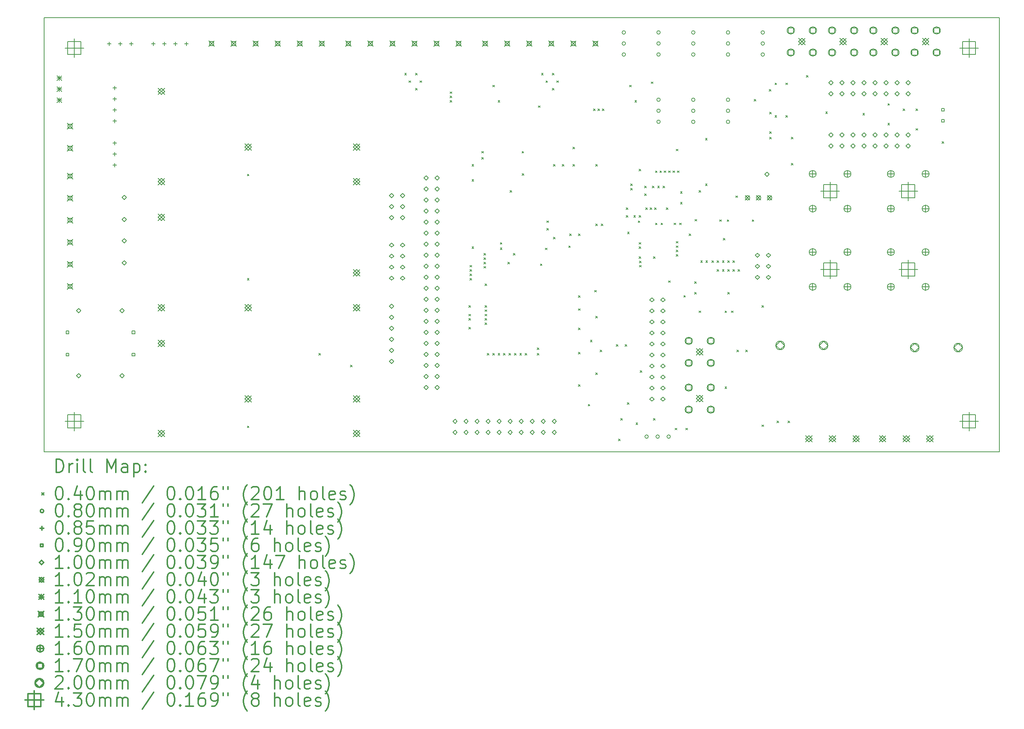
<source format=gbr>
%FSLAX45Y45*%
G04 Gerber Fmt 4.5, Leading zero omitted, Abs format (unit mm)*
G04 Created by KiCad (PCBNEW 5.1.6+dfsg1-1~bpo10+1) date 2020-08-30 14:56:33*
%MOMM*%
%LPD*%
G01*
G04 APERTURE LIST*
%TA.AperFunction,Profile*%
%ADD10C,0.150000*%
%TD*%
%ADD11C,0.200000*%
%ADD12C,0.300000*%
G04 APERTURE END LIST*
D10*
X24000000Y-15000000D02*
X24000000Y-5000000D01*
X2000000Y-5000000D02*
X24000000Y-5000000D01*
X2000000Y-15000000D02*
X24000000Y-15000000D01*
X2000000Y-5000000D02*
X2000000Y-15000000D01*
D11*
X6680000Y-8605000D02*
X6720000Y-8645000D01*
X6720000Y-8605000D02*
X6680000Y-8645000D01*
X6680000Y-11005000D02*
X6720000Y-11045000D01*
X6720000Y-11005000D02*
X6680000Y-11045000D01*
X6680000Y-14405000D02*
X6720000Y-14445000D01*
X6720000Y-14405000D02*
X6680000Y-14445000D01*
X8330000Y-12730000D02*
X8370000Y-12770000D01*
X8370000Y-12730000D02*
X8330000Y-12770000D01*
X9055000Y-13005000D02*
X9095000Y-13045000D01*
X9095000Y-13005000D02*
X9055000Y-13045000D01*
X10305000Y-6280000D02*
X10345000Y-6320000D01*
X10345000Y-6280000D02*
X10305000Y-6320000D01*
X10405000Y-6455000D02*
X10445000Y-6495000D01*
X10445000Y-6455000D02*
X10405000Y-6495000D01*
X10555000Y-6280000D02*
X10595000Y-6320000D01*
X10595000Y-6280000D02*
X10555000Y-6320000D01*
X10555000Y-6630000D02*
X10595000Y-6670000D01*
X10595000Y-6630000D02*
X10555000Y-6670000D01*
X10655000Y-6455000D02*
X10695000Y-6495000D01*
X10695000Y-6455000D02*
X10655000Y-6495000D01*
X11352499Y-6707501D02*
X11392499Y-6747501D01*
X11392499Y-6707501D02*
X11352499Y-6747501D01*
X11352499Y-6807501D02*
X11392499Y-6847501D01*
X11392499Y-6807501D02*
X11352499Y-6847501D01*
X11352499Y-6907501D02*
X11392499Y-6947501D01*
X11392499Y-6907501D02*
X11352499Y-6947501D01*
X11780000Y-11630000D02*
X11820000Y-11670000D01*
X11820000Y-11630000D02*
X11780000Y-11670000D01*
X11780000Y-11830000D02*
X11820000Y-11870000D01*
X11820000Y-11830000D02*
X11780000Y-11870000D01*
X11780000Y-11930000D02*
X11820000Y-11970000D01*
X11820000Y-11930000D02*
X11780000Y-11970000D01*
X11780000Y-12130000D02*
X11820000Y-12170000D01*
X11820000Y-12130000D02*
X11780000Y-12170000D01*
X11805000Y-10705000D02*
X11845000Y-10745000D01*
X11845000Y-10705000D02*
X11805000Y-10745000D01*
X11805000Y-10805000D02*
X11845000Y-10845000D01*
X11845000Y-10805000D02*
X11805000Y-10845000D01*
X11805000Y-10905000D02*
X11845000Y-10945000D01*
X11845000Y-10905000D02*
X11805000Y-10945000D01*
X11805000Y-11005000D02*
X11845000Y-11045000D01*
X11845000Y-11005000D02*
X11805000Y-11045000D01*
X11855000Y-8380000D02*
X11895000Y-8420000D01*
X11895000Y-8380000D02*
X11855000Y-8420000D01*
X11855000Y-8730000D02*
X11895000Y-8770000D01*
X11895000Y-8730000D02*
X11855000Y-8770000D01*
X11855000Y-10280000D02*
X11895000Y-10320000D01*
X11895000Y-10280000D02*
X11855000Y-10320000D01*
X12080000Y-8080000D02*
X12120000Y-8120000D01*
X12120000Y-8080000D02*
X12080000Y-8120000D01*
X12080000Y-8220000D02*
X12120000Y-8260000D01*
X12120000Y-8220000D02*
X12080000Y-8260000D01*
X12130000Y-10430000D02*
X12170000Y-10470000D01*
X12170000Y-10430000D02*
X12130000Y-10470000D01*
X12130000Y-10530000D02*
X12170000Y-10570000D01*
X12170000Y-10530000D02*
X12130000Y-10570000D01*
X12130000Y-10630000D02*
X12170000Y-10670000D01*
X12170000Y-10630000D02*
X12130000Y-10670000D01*
X12130000Y-10730000D02*
X12170000Y-10770000D01*
X12170000Y-10730000D02*
X12130000Y-10770000D01*
X12155000Y-11130000D02*
X12195000Y-11170000D01*
X12195000Y-11130000D02*
X12155000Y-11170000D01*
X12155000Y-11629996D02*
X12195000Y-11669996D01*
X12195000Y-11629996D02*
X12155000Y-11669996D01*
X12155000Y-11729997D02*
X12195000Y-11769997D01*
X12195000Y-11729997D02*
X12155000Y-11769997D01*
X12155000Y-11829999D02*
X12195000Y-11869999D01*
X12195000Y-11829999D02*
X12155000Y-11869999D01*
X12155000Y-11930000D02*
X12195000Y-11970000D01*
X12195000Y-11930000D02*
X12155000Y-11970000D01*
X12155000Y-12030000D02*
X12195000Y-12070000D01*
X12195000Y-12030000D02*
X12155000Y-12070000D01*
X12205000Y-12730000D02*
X12245000Y-12770000D01*
X12245000Y-12730000D02*
X12205000Y-12770000D01*
X12330000Y-6555000D02*
X12370000Y-6595000D01*
X12370000Y-6555000D02*
X12330000Y-6595000D01*
X12330000Y-12730000D02*
X12370000Y-12770000D01*
X12370000Y-12730000D02*
X12330000Y-12770000D01*
X12455000Y-6905000D02*
X12495000Y-6945000D01*
X12495000Y-6905000D02*
X12455000Y-6945000D01*
X12455000Y-12730000D02*
X12495000Y-12770000D01*
X12495000Y-12730000D02*
X12455000Y-12770000D01*
X12505000Y-10180000D02*
X12545000Y-10220000D01*
X12545000Y-10180000D02*
X12505000Y-10220000D01*
X12505000Y-10305000D02*
X12545000Y-10345000D01*
X12545000Y-10305000D02*
X12505000Y-10345000D01*
X12580000Y-12730000D02*
X12620000Y-12770000D01*
X12620000Y-12730000D02*
X12580000Y-12770000D01*
X12680000Y-10630000D02*
X12720000Y-10670000D01*
X12720000Y-10630000D02*
X12680000Y-10670000D01*
X12705000Y-12730000D02*
X12745000Y-12770000D01*
X12745000Y-12730000D02*
X12705000Y-12770000D01*
X12730000Y-8980000D02*
X12770000Y-9020000D01*
X12770000Y-8980000D02*
X12730000Y-9020000D01*
X12805000Y-10430000D02*
X12845000Y-10470000D01*
X12845000Y-10430000D02*
X12805000Y-10470000D01*
X12830000Y-12730000D02*
X12870000Y-12770000D01*
X12870000Y-12730000D02*
X12830000Y-12770000D01*
X12955000Y-12730000D02*
X12995000Y-12770000D01*
X12995000Y-12730000D02*
X12955000Y-12770000D01*
X13005000Y-8080000D02*
X13045000Y-8120000D01*
X13045000Y-8080000D02*
X13005000Y-8120000D01*
X13010000Y-8590000D02*
X13050000Y-8630000D01*
X13050000Y-8590000D02*
X13010000Y-8630000D01*
X13080000Y-12730000D02*
X13120000Y-12770000D01*
X13120000Y-12730000D02*
X13080000Y-12770000D01*
X13355000Y-12605000D02*
X13395000Y-12645000D01*
X13395000Y-12605000D02*
X13355000Y-12645000D01*
X13355000Y-12730000D02*
X13395000Y-12770000D01*
X13395000Y-12730000D02*
X13355000Y-12770000D01*
X13380000Y-7030000D02*
X13420000Y-7070000D01*
X13420000Y-7030000D02*
X13380000Y-7070000D01*
X13430000Y-10669999D02*
X13470000Y-10709999D01*
X13470000Y-10669999D02*
X13430000Y-10709999D01*
X13455000Y-6280000D02*
X13495000Y-6320000D01*
X13495000Y-6280000D02*
X13455000Y-6320000D01*
X13543000Y-10307000D02*
X13583000Y-10347000D01*
X13583000Y-10307000D02*
X13543000Y-10347000D01*
X13555000Y-6455000D02*
X13595000Y-6495000D01*
X13595000Y-6455000D02*
X13555000Y-6495000D01*
X13580000Y-9680000D02*
X13620000Y-9720000D01*
X13620000Y-9680000D02*
X13580000Y-9720000D01*
X13580000Y-9855000D02*
X13620000Y-9895000D01*
X13620000Y-9855000D02*
X13580000Y-9895000D01*
X13705000Y-6280000D02*
X13745000Y-6320000D01*
X13745000Y-6280000D02*
X13705000Y-6320000D01*
X13705000Y-6630000D02*
X13745000Y-6670000D01*
X13745000Y-6630000D02*
X13705000Y-6670000D01*
X13730000Y-8380000D02*
X13770000Y-8420000D01*
X13770000Y-8380000D02*
X13730000Y-8420000D01*
X13730000Y-10055000D02*
X13770000Y-10095000D01*
X13770000Y-10055000D02*
X13730000Y-10095000D01*
X13805000Y-6455000D02*
X13845000Y-6495000D01*
X13845000Y-6455000D02*
X13805000Y-6495000D01*
X13930000Y-8380000D02*
X13970000Y-8420000D01*
X13970000Y-8380000D02*
X13930000Y-8420000D01*
X14080000Y-10255000D02*
X14120000Y-10295000D01*
X14120000Y-10255000D02*
X14080000Y-10295000D01*
X14105000Y-9980000D02*
X14145000Y-10020000D01*
X14145000Y-9980000D02*
X14105000Y-10020000D01*
X14180000Y-7980000D02*
X14220000Y-8020000D01*
X14220000Y-7980000D02*
X14180000Y-8020000D01*
X14180000Y-8380000D02*
X14220000Y-8420000D01*
X14220000Y-8380000D02*
X14180000Y-8420000D01*
X14305000Y-9980000D02*
X14345000Y-10020000D01*
X14345000Y-9980000D02*
X14305000Y-10020000D01*
X14305000Y-11405000D02*
X14345000Y-11445000D01*
X14345000Y-11405000D02*
X14305000Y-11445000D01*
X14305000Y-11705000D02*
X14345000Y-11745000D01*
X14345000Y-11705000D02*
X14305000Y-11745000D01*
X14305000Y-12150000D02*
X14345000Y-12190000D01*
X14345000Y-12150000D02*
X14305000Y-12190000D01*
X14305000Y-12705000D02*
X14345000Y-12745000D01*
X14345000Y-12705000D02*
X14305000Y-12745000D01*
X14305000Y-13455000D02*
X14345000Y-13495000D01*
X14345000Y-13455000D02*
X14305000Y-13495000D01*
X14530000Y-13905000D02*
X14570000Y-13945000D01*
X14570000Y-13905000D02*
X14530000Y-13945000D01*
X14580000Y-12430000D02*
X14620000Y-12470000D01*
X14620000Y-12430000D02*
X14580000Y-12470000D01*
X14655000Y-7100000D02*
X14695000Y-7140000D01*
X14695000Y-7100000D02*
X14655000Y-7140000D01*
X14680000Y-11280000D02*
X14720000Y-11320000D01*
X14720000Y-11280000D02*
X14680000Y-11320000D01*
X14705000Y-8380000D02*
X14745000Y-8420000D01*
X14745000Y-8380000D02*
X14705000Y-8420000D01*
X14705000Y-9755000D02*
X14745000Y-9795000D01*
X14745000Y-9755000D02*
X14705000Y-9795000D01*
X14705000Y-11880000D02*
X14745000Y-11920000D01*
X14745000Y-11880000D02*
X14705000Y-11920000D01*
X14705000Y-13180000D02*
X14745000Y-13220000D01*
X14745000Y-13180000D02*
X14705000Y-13220000D01*
X14755000Y-7100000D02*
X14795000Y-7140000D01*
X14795000Y-7100000D02*
X14755000Y-7140000D01*
X14805000Y-12655000D02*
X14845000Y-12695000D01*
X14845000Y-12655000D02*
X14805000Y-12695000D01*
X14830000Y-9755000D02*
X14870000Y-9795000D01*
X14870000Y-9755000D02*
X14830000Y-9795000D01*
X14855000Y-7100000D02*
X14895000Y-7140000D01*
X14895000Y-7100000D02*
X14855000Y-7140000D01*
X15180000Y-12530000D02*
X15220000Y-12570000D01*
X15220000Y-12530000D02*
X15180000Y-12570000D01*
X15230000Y-14705000D02*
X15270000Y-14745000D01*
X15270000Y-14705000D02*
X15230000Y-14745000D01*
X15280000Y-14230000D02*
X15320000Y-14270000D01*
X15320000Y-14230000D02*
X15280000Y-14270000D01*
X15380000Y-12530000D02*
X15420000Y-12570000D01*
X15420000Y-12530000D02*
X15380000Y-12570000D01*
X15405000Y-9380000D02*
X15445000Y-9420000D01*
X15445000Y-9380000D02*
X15405000Y-9420000D01*
X15405000Y-9555000D02*
X15445000Y-9595000D01*
X15445000Y-9555000D02*
X15405000Y-9595000D01*
X15430000Y-13870000D02*
X15470000Y-13910000D01*
X15470000Y-13870000D02*
X15430000Y-13910000D01*
X15436360Y-9936360D02*
X15476360Y-9976360D01*
X15476360Y-9936360D02*
X15436360Y-9976360D01*
X15480000Y-6555000D02*
X15520000Y-6595000D01*
X15520000Y-6555000D02*
X15480000Y-6595000D01*
X15504384Y-8932463D02*
X15544384Y-8972463D01*
X15544384Y-8932463D02*
X15504384Y-8972463D01*
X15505000Y-8830001D02*
X15545000Y-8870001D01*
X15545000Y-8830001D02*
X15505000Y-8870001D01*
X15580000Y-9555000D02*
X15620000Y-9595000D01*
X15620000Y-9555000D02*
X15580000Y-9595000D01*
X15605000Y-6905000D02*
X15645000Y-6945000D01*
X15645000Y-6905000D02*
X15605000Y-6945000D01*
X15630000Y-14330000D02*
X15670000Y-14370000D01*
X15670000Y-14330000D02*
X15630000Y-14370000D01*
X15680000Y-9680000D02*
X15720000Y-9720000D01*
X15720000Y-9680000D02*
X15680000Y-9720000D01*
X15700000Y-8490000D02*
X15740000Y-8530000D01*
X15740000Y-8490000D02*
X15700000Y-8530000D01*
X15705000Y-9555000D02*
X15745000Y-9595000D01*
X15745000Y-9555000D02*
X15705000Y-9595000D01*
X15705000Y-10180000D02*
X15745000Y-10220000D01*
X15745000Y-10180000D02*
X15705000Y-10220000D01*
X15705000Y-10280000D02*
X15745000Y-10320000D01*
X15745000Y-10280000D02*
X15705000Y-10320000D01*
X15705000Y-10505000D02*
X15745000Y-10545000D01*
X15745000Y-10505000D02*
X15705000Y-10545000D01*
X15710005Y-10605000D02*
X15750005Y-10645000D01*
X15750005Y-10605000D02*
X15710005Y-10645000D01*
X15710005Y-10705000D02*
X15750005Y-10745000D01*
X15750005Y-10705000D02*
X15710005Y-10745000D01*
X15730000Y-13130000D02*
X15770000Y-13170000D01*
X15770000Y-13130000D02*
X15730000Y-13170000D01*
X15830000Y-8880000D02*
X15870000Y-8920000D01*
X15870000Y-8880000D02*
X15830000Y-8920000D01*
X15830000Y-9055000D02*
X15870000Y-9095000D01*
X15870000Y-9055000D02*
X15830000Y-9095000D01*
X15855000Y-9380000D02*
X15895000Y-9420000D01*
X15895000Y-9380000D02*
X15855000Y-9420000D01*
X15955001Y-9380000D02*
X15995001Y-9420000D01*
X15995001Y-9380000D02*
X15955001Y-9420000D01*
X15980000Y-6480000D02*
X16020000Y-6520000D01*
X16020000Y-6480000D02*
X15980000Y-6520000D01*
X16005000Y-8880000D02*
X16045000Y-8920000D01*
X16045000Y-8880000D02*
X16005000Y-8920000D01*
X16030000Y-10505000D02*
X16070000Y-10545000D01*
X16070000Y-10505000D02*
X16030000Y-10545000D01*
X16030000Y-14230000D02*
X16070000Y-14270000D01*
X16070000Y-14230000D02*
X16030000Y-14270000D01*
X16055001Y-9380000D02*
X16095001Y-9420000D01*
X16095001Y-9380000D02*
X16055001Y-9420000D01*
X16079999Y-9730000D02*
X16119999Y-9770000D01*
X16119999Y-9730000D02*
X16079999Y-9770000D01*
X16080000Y-8530000D02*
X16120000Y-8570000D01*
X16120000Y-8530000D02*
X16080000Y-8570000D01*
X16130000Y-8880000D02*
X16170000Y-8920000D01*
X16170000Y-8880000D02*
X16130000Y-8920000D01*
X16180000Y-8530000D02*
X16220000Y-8570000D01*
X16220000Y-8530000D02*
X16180000Y-8570000D01*
X16205000Y-9730000D02*
X16245000Y-9770000D01*
X16245000Y-9730000D02*
X16205000Y-9770000D01*
X16255000Y-8880000D02*
X16295000Y-8920000D01*
X16295000Y-8880000D02*
X16255000Y-8920000D01*
X16280000Y-8530000D02*
X16320000Y-8570000D01*
X16320000Y-8530000D02*
X16280000Y-8570000D01*
X16330000Y-9380000D02*
X16370000Y-9420000D01*
X16370000Y-9380000D02*
X16330000Y-9420000D01*
X16380000Y-8530000D02*
X16420000Y-8570000D01*
X16420000Y-8530000D02*
X16380000Y-8570000D01*
X16380000Y-11060001D02*
X16420000Y-11100001D01*
X16420000Y-11060001D02*
X16380000Y-11100001D01*
X16480000Y-8530000D02*
X16520000Y-8570000D01*
X16520000Y-8530000D02*
X16480000Y-8570000D01*
X16505000Y-9730000D02*
X16545000Y-9770000D01*
X16545000Y-9730000D02*
X16505000Y-9770000D01*
X16530000Y-14455000D02*
X16570000Y-14495000D01*
X16570000Y-14455000D02*
X16530000Y-14495000D01*
X16554561Y-10355000D02*
X16594561Y-10395000D01*
X16594561Y-10355000D02*
X16554561Y-10395000D01*
X16555000Y-8030000D02*
X16595000Y-8070000D01*
X16595000Y-8030000D02*
X16555000Y-8070000D01*
X16555000Y-10155000D02*
X16595000Y-10195000D01*
X16595000Y-10155000D02*
X16555000Y-10195000D01*
X16555000Y-10255000D02*
X16595000Y-10295000D01*
X16595000Y-10255000D02*
X16555000Y-10295000D01*
X16555000Y-10455000D02*
X16595000Y-10495000D01*
X16595000Y-10455000D02*
X16555000Y-10495000D01*
X16585638Y-8528121D02*
X16625638Y-8568121D01*
X16625638Y-8528121D02*
X16585638Y-8568121D01*
X16631140Y-9731140D02*
X16671140Y-9771140D01*
X16671140Y-9731140D02*
X16631140Y-9771140D01*
X16655000Y-9005000D02*
X16695000Y-9045000D01*
X16695000Y-9005000D02*
X16655000Y-9045000D01*
X16655000Y-9255000D02*
X16695000Y-9295000D01*
X16695000Y-9255000D02*
X16655000Y-9295000D01*
X16730000Y-11400000D02*
X16770000Y-11440000D01*
X16770000Y-11400000D02*
X16730000Y-11440000D01*
X16780000Y-14455000D02*
X16820000Y-14495000D01*
X16820000Y-14455000D02*
X16780000Y-14495000D01*
X16855000Y-9980000D02*
X16895000Y-10020000D01*
X16895000Y-9980000D02*
X16855000Y-10020000D01*
X16980000Y-11080000D02*
X17020000Y-11120000D01*
X17020000Y-11080000D02*
X16980000Y-11120000D01*
X16980000Y-11330000D02*
X17020000Y-11370000D01*
X17020000Y-11330000D02*
X16980000Y-11370000D01*
X16987710Y-9647290D02*
X17027710Y-9687290D01*
X17027710Y-9647290D02*
X16987710Y-9687290D01*
X17080000Y-8980000D02*
X17120000Y-9020000D01*
X17120000Y-8980000D02*
X17080000Y-9020000D01*
X17080000Y-11755000D02*
X17120000Y-11795000D01*
X17120000Y-11755000D02*
X17080000Y-11795000D01*
X17120000Y-10600000D02*
X17160000Y-10640000D01*
X17160000Y-10600000D02*
X17120000Y-10640000D01*
X17230000Y-7780000D02*
X17270000Y-7820000D01*
X17270000Y-7780000D02*
X17230000Y-7820000D01*
X17230000Y-8830000D02*
X17270000Y-8870000D01*
X17270000Y-8830000D02*
X17230000Y-8870000D01*
X17240000Y-10600000D02*
X17280000Y-10640000D01*
X17280000Y-10600000D02*
X17240000Y-10640000D01*
X17380000Y-10600000D02*
X17420000Y-10640000D01*
X17420000Y-10600000D02*
X17380000Y-10640000D01*
X17500000Y-10600000D02*
X17540000Y-10640000D01*
X17540000Y-10600000D02*
X17500000Y-10640000D01*
X17500000Y-10800000D02*
X17540000Y-10840000D01*
X17540000Y-10800000D02*
X17500000Y-10840000D01*
X17555000Y-9655000D02*
X17595000Y-9695000D01*
X17595000Y-9655000D02*
X17555000Y-9695000D01*
X17620000Y-10600000D02*
X17660000Y-10640000D01*
X17660000Y-10600000D02*
X17620000Y-10640000D01*
X17620000Y-10800000D02*
X17660000Y-10840000D01*
X17660000Y-10800000D02*
X17620000Y-10840000D01*
X17640000Y-10080000D02*
X17680000Y-10120000D01*
X17680000Y-10080000D02*
X17640000Y-10120000D01*
X17680000Y-11755000D02*
X17720000Y-11795000D01*
X17720000Y-11755000D02*
X17680000Y-11795000D01*
X17680000Y-13505000D02*
X17720000Y-13545000D01*
X17720000Y-13505000D02*
X17680000Y-13545000D01*
X17730000Y-9655000D02*
X17770000Y-9695000D01*
X17770000Y-9655000D02*
X17730000Y-9695000D01*
X17740000Y-10600000D02*
X17780000Y-10640000D01*
X17780000Y-10600000D02*
X17740000Y-10640000D01*
X17740000Y-10800000D02*
X17780000Y-10840000D01*
X17780000Y-10800000D02*
X17740000Y-10840000D01*
X17740000Y-11330000D02*
X17780000Y-11370000D01*
X17780000Y-11330000D02*
X17740000Y-11370000D01*
X17830000Y-11755000D02*
X17870000Y-11795000D01*
X17870000Y-11755000D02*
X17830000Y-11795000D01*
X17860000Y-10600000D02*
X17900000Y-10640000D01*
X17900000Y-10600000D02*
X17860000Y-10640000D01*
X17860000Y-10800000D02*
X17900000Y-10840000D01*
X17900000Y-10800000D02*
X17860000Y-10840000D01*
X17930000Y-9105000D02*
X17970000Y-9145000D01*
X17970000Y-9105000D02*
X17930000Y-9145000D01*
X17955000Y-12655000D02*
X17995000Y-12695000D01*
X17995000Y-12655000D02*
X17955000Y-12695000D01*
X17980000Y-10800000D02*
X18020000Y-10840000D01*
X18020000Y-10800000D02*
X17980000Y-10840000D01*
X18155000Y-12655000D02*
X18195000Y-12695000D01*
X18195000Y-12655000D02*
X18155000Y-12695000D01*
X18305000Y-9655000D02*
X18345000Y-9695000D01*
X18345000Y-9655000D02*
X18305000Y-9695000D01*
X18355000Y-6880000D02*
X18395000Y-6920000D01*
X18395000Y-6880000D02*
X18355000Y-6920000D01*
X18530000Y-11630000D02*
X18570000Y-11670000D01*
X18570000Y-11630000D02*
X18530000Y-11670000D01*
X18530000Y-14380000D02*
X18570000Y-14420000D01*
X18570000Y-14380000D02*
X18530000Y-14420000D01*
X18699000Y-6655000D02*
X18739000Y-6695000D01*
X18739000Y-6655000D02*
X18699000Y-6695000D01*
X18705000Y-7180000D02*
X18745000Y-7220000D01*
X18745000Y-7180000D02*
X18705000Y-7220000D01*
X18705000Y-7755000D02*
X18745000Y-7795000D01*
X18745000Y-7755000D02*
X18705000Y-7795000D01*
X18706140Y-7628860D02*
X18746140Y-7668860D01*
X18746140Y-7628860D02*
X18706140Y-7668860D01*
X18830000Y-6505000D02*
X18870000Y-6545000D01*
X18870000Y-6505000D02*
X18830000Y-6545000D01*
X18831140Y-7256140D02*
X18871140Y-7296140D01*
X18871140Y-7256140D02*
X18831140Y-7296140D01*
X18880000Y-14289999D02*
X18920000Y-14329999D01*
X18920000Y-14289999D02*
X18880000Y-14329999D01*
X19080000Y-6505000D02*
X19120000Y-6545000D01*
X19120000Y-6505000D02*
X19080000Y-6545000D01*
X19080000Y-7255000D02*
X19120000Y-7295000D01*
X19120000Y-7255000D02*
X19080000Y-7295000D01*
X19130000Y-14289999D02*
X19170000Y-14329999D01*
X19170000Y-14289999D02*
X19130000Y-14329999D01*
X19205000Y-7755000D02*
X19245000Y-7795000D01*
X19245000Y-7755000D02*
X19205000Y-7795000D01*
X19205000Y-8355000D02*
X19245000Y-8395000D01*
X19245000Y-8355000D02*
X19205000Y-8395000D01*
X19555000Y-6330000D02*
X19595000Y-6370000D01*
X19595000Y-6330000D02*
X19555000Y-6370000D01*
X20000000Y-7170000D02*
X20040000Y-7210000D01*
X20040000Y-7170000D02*
X20000000Y-7210000D01*
X20855000Y-7205000D02*
X20895000Y-7245000D01*
X20895000Y-7205000D02*
X20855000Y-7245000D01*
X21430000Y-6980000D02*
X21470000Y-7020000D01*
X21470000Y-6980000D02*
X21430000Y-7020000D01*
X21430000Y-7430000D02*
X21470000Y-7470000D01*
X21470000Y-7430000D02*
X21430000Y-7470000D01*
X21780000Y-7105000D02*
X21820000Y-7145000D01*
X21820000Y-7105000D02*
X21780000Y-7145000D01*
X22080000Y-7105000D02*
X22120000Y-7145000D01*
X22120000Y-7105000D02*
X22080000Y-7145000D01*
X22080000Y-7555000D02*
X22120000Y-7595000D01*
X22120000Y-7555000D02*
X22080000Y-7595000D01*
X22680000Y-7855000D02*
X22720000Y-7895000D01*
X22720000Y-7855000D02*
X22680000Y-7895000D01*
X16190000Y-6892000D02*
G75*
G03*
X16190000Y-6892000I-40000J0D01*
G01*
X16190000Y-7146000D02*
G75*
G03*
X16190000Y-7146000I-40000J0D01*
G01*
X16190000Y-7400000D02*
G75*
G03*
X16190000Y-7400000I-40000J0D01*
G01*
X16190000Y-5342000D02*
G75*
G03*
X16190000Y-5342000I-40000J0D01*
G01*
X16190000Y-5596000D02*
G75*
G03*
X16190000Y-5596000I-40000J0D01*
G01*
X16190000Y-5850000D02*
G75*
G03*
X16190000Y-5850000I-40000J0D01*
G01*
X17790000Y-6892000D02*
G75*
G03*
X17790000Y-6892000I-40000J0D01*
G01*
X17790000Y-7146000D02*
G75*
G03*
X17790000Y-7146000I-40000J0D01*
G01*
X17790000Y-7400000D02*
G75*
G03*
X17790000Y-7400000I-40000J0D01*
G01*
X16990000Y-5342000D02*
G75*
G03*
X16990000Y-5342000I-40000J0D01*
G01*
X16990000Y-5596000D02*
G75*
G03*
X16990000Y-5596000I-40000J0D01*
G01*
X16990000Y-5850000D02*
G75*
G03*
X16990000Y-5850000I-40000J0D01*
G01*
X16990000Y-6892000D02*
G75*
G03*
X16990000Y-6892000I-40000J0D01*
G01*
X16990000Y-7146000D02*
G75*
G03*
X16990000Y-7146000I-40000J0D01*
G01*
X16990000Y-7400000D02*
G75*
G03*
X16990000Y-7400000I-40000J0D01*
G01*
X18590000Y-5342000D02*
G75*
G03*
X18590000Y-5342000I-40000J0D01*
G01*
X18590000Y-5596000D02*
G75*
G03*
X18590000Y-5596000I-40000J0D01*
G01*
X18590000Y-5850000D02*
G75*
G03*
X18590000Y-5850000I-40000J0D01*
G01*
X15915000Y-14650000D02*
G75*
G03*
X15915000Y-14650000I-40000J0D01*
G01*
X16169000Y-14650000D02*
G75*
G03*
X16169000Y-14650000I-40000J0D01*
G01*
X16423000Y-14650000D02*
G75*
G03*
X16423000Y-14650000I-40000J0D01*
G01*
X15390000Y-5342000D02*
G75*
G03*
X15390000Y-5342000I-40000J0D01*
G01*
X15390000Y-5596000D02*
G75*
G03*
X15390000Y-5596000I-40000J0D01*
G01*
X15390000Y-5850000D02*
G75*
G03*
X15390000Y-5850000I-40000J0D01*
G01*
X17790000Y-5342000D02*
G75*
G03*
X17790000Y-5342000I-40000J0D01*
G01*
X17790000Y-5596000D02*
G75*
G03*
X17790000Y-5596000I-40000J0D01*
G01*
X17790000Y-5850000D02*
G75*
G03*
X17790000Y-5850000I-40000J0D01*
G01*
X3625000Y-6579500D02*
X3625000Y-6664500D01*
X3582500Y-6622000D02*
X3667500Y-6622000D01*
X3625000Y-6833500D02*
X3625000Y-6918500D01*
X3582500Y-6876000D02*
X3667500Y-6876000D01*
X3625000Y-7087500D02*
X3625000Y-7172500D01*
X3582500Y-7130000D02*
X3667500Y-7130000D01*
X3625000Y-7341500D02*
X3625000Y-7426500D01*
X3582500Y-7384000D02*
X3667500Y-7384000D01*
X3625000Y-7849500D02*
X3625000Y-7934500D01*
X3582500Y-7892000D02*
X3667500Y-7892000D01*
X3625000Y-8103500D02*
X3625000Y-8188500D01*
X3582500Y-8146000D02*
X3667500Y-8146000D01*
X3625000Y-8357500D02*
X3625000Y-8442500D01*
X3582500Y-8400000D02*
X3667500Y-8400000D01*
X3500000Y-5557500D02*
X3500000Y-5642500D01*
X3457500Y-5600000D02*
X3542500Y-5600000D01*
X3754000Y-5557500D02*
X3754000Y-5642500D01*
X3711500Y-5600000D02*
X3796500Y-5600000D01*
X4008000Y-5557500D02*
X4008000Y-5642500D01*
X3965500Y-5600000D02*
X4050500Y-5600000D01*
X4516000Y-5557500D02*
X4516000Y-5642500D01*
X4473500Y-5600000D02*
X4558500Y-5600000D01*
X4770000Y-5557500D02*
X4770000Y-5642500D01*
X4727500Y-5600000D02*
X4812500Y-5600000D01*
X5024000Y-5557500D02*
X5024000Y-5642500D01*
X4981500Y-5600000D02*
X5066500Y-5600000D01*
X5278000Y-5557500D02*
X5278000Y-5642500D01*
X5235500Y-5600000D02*
X5320500Y-5600000D01*
X2571820Y-12281820D02*
X2571820Y-12218180D01*
X2508180Y-12218180D01*
X2508180Y-12281820D01*
X2571820Y-12281820D01*
X2571820Y-12791820D02*
X2571820Y-12728180D01*
X2508180Y-12728180D01*
X2508180Y-12791820D01*
X2571820Y-12791820D01*
X4091820Y-12281820D02*
X4091820Y-12218180D01*
X4028180Y-12218180D01*
X4028180Y-12281820D01*
X4091820Y-12281820D01*
X4091820Y-12791820D02*
X4091820Y-12728180D01*
X4028180Y-12728180D01*
X4028180Y-12791820D01*
X4091820Y-12791820D01*
X22731820Y-7152820D02*
X22731820Y-7089180D01*
X22668180Y-7089180D01*
X22668180Y-7152820D01*
X22731820Y-7152820D01*
X22731820Y-7406820D02*
X22731820Y-7343180D01*
X22668180Y-7343180D01*
X22668180Y-7406820D01*
X22731820Y-7406820D01*
X18650000Y-8660000D02*
X18700000Y-8610000D01*
X18650000Y-8560000D01*
X18600000Y-8610000D01*
X18650000Y-8660000D01*
X10000000Y-11700000D02*
X10050000Y-11650000D01*
X10000000Y-11600000D01*
X9950000Y-11650000D01*
X10000000Y-11700000D01*
X10000000Y-11954000D02*
X10050000Y-11904000D01*
X10000000Y-11854000D01*
X9950000Y-11904000D01*
X10000000Y-11954000D01*
X10000000Y-12208000D02*
X10050000Y-12158000D01*
X10000000Y-12108000D01*
X9950000Y-12158000D01*
X10000000Y-12208000D01*
X10000000Y-12462000D02*
X10050000Y-12412000D01*
X10000000Y-12362000D01*
X9950000Y-12412000D01*
X10000000Y-12462000D01*
X10000000Y-12716000D02*
X10050000Y-12666000D01*
X10000000Y-12616000D01*
X9950000Y-12666000D01*
X10000000Y-12716000D01*
X10000000Y-12970000D02*
X10050000Y-12920000D01*
X10000000Y-12870000D01*
X9950000Y-12920000D01*
X10000000Y-12970000D01*
X3850000Y-10192000D02*
X3900000Y-10142000D01*
X3850000Y-10092000D01*
X3800000Y-10142000D01*
X3850000Y-10192000D01*
X3850000Y-10700000D02*
X3900000Y-10650000D01*
X3850000Y-10600000D01*
X3800000Y-10650000D01*
X3850000Y-10700000D01*
X3850000Y-9192000D02*
X3900000Y-9142000D01*
X3850000Y-9092000D01*
X3800000Y-9142000D01*
X3850000Y-9192000D01*
X3850000Y-9700000D02*
X3900000Y-9650000D01*
X3850000Y-9600000D01*
X3800000Y-9650000D01*
X3850000Y-9700000D01*
X20122000Y-7750000D02*
X20172000Y-7700000D01*
X20122000Y-7650000D01*
X20072000Y-7700000D01*
X20122000Y-7750000D01*
X20122000Y-8004000D02*
X20172000Y-7954000D01*
X20122000Y-7904000D01*
X20072000Y-7954000D01*
X20122000Y-8004000D01*
X20376000Y-7750000D02*
X20426000Y-7700000D01*
X20376000Y-7650000D01*
X20326000Y-7700000D01*
X20376000Y-7750000D01*
X20376000Y-8004000D02*
X20426000Y-7954000D01*
X20376000Y-7904000D01*
X20326000Y-7954000D01*
X20376000Y-8004000D01*
X20630000Y-7750000D02*
X20680000Y-7700000D01*
X20630000Y-7650000D01*
X20580000Y-7700000D01*
X20630000Y-7750000D01*
X20630000Y-8004000D02*
X20680000Y-7954000D01*
X20630000Y-7904000D01*
X20580000Y-7954000D01*
X20630000Y-8004000D01*
X20884000Y-7750000D02*
X20934000Y-7700000D01*
X20884000Y-7650000D01*
X20834000Y-7700000D01*
X20884000Y-7750000D01*
X20884000Y-8004000D02*
X20934000Y-7954000D01*
X20884000Y-7904000D01*
X20834000Y-7954000D01*
X20884000Y-8004000D01*
X21138000Y-7750000D02*
X21188000Y-7700000D01*
X21138000Y-7650000D01*
X21088000Y-7700000D01*
X21138000Y-7750000D01*
X21138000Y-8004000D02*
X21188000Y-7954000D01*
X21138000Y-7904000D01*
X21088000Y-7954000D01*
X21138000Y-8004000D01*
X21392000Y-7750000D02*
X21442000Y-7700000D01*
X21392000Y-7650000D01*
X21342000Y-7700000D01*
X21392000Y-7750000D01*
X21392000Y-8004000D02*
X21442000Y-7954000D01*
X21392000Y-7904000D01*
X21342000Y-7954000D01*
X21392000Y-8004000D01*
X21646000Y-7750000D02*
X21696000Y-7700000D01*
X21646000Y-7650000D01*
X21596000Y-7700000D01*
X21646000Y-7750000D01*
X21646000Y-8004000D02*
X21696000Y-7954000D01*
X21646000Y-7904000D01*
X21596000Y-7954000D01*
X21646000Y-8004000D01*
X21900000Y-7750000D02*
X21950000Y-7700000D01*
X21900000Y-7650000D01*
X21850000Y-7700000D01*
X21900000Y-7750000D01*
X21900000Y-8004000D02*
X21950000Y-7954000D01*
X21900000Y-7904000D01*
X21850000Y-7954000D01*
X21900000Y-8004000D01*
X2800000Y-13300000D02*
X2850000Y-13250000D01*
X2800000Y-13200000D01*
X2750000Y-13250000D01*
X2800000Y-13300000D01*
X3800000Y-13300000D02*
X3850000Y-13250000D01*
X3800000Y-13200000D01*
X3750000Y-13250000D01*
X3800000Y-13300000D01*
X11464000Y-14350000D02*
X11514000Y-14300000D01*
X11464000Y-14250000D01*
X11414000Y-14300000D01*
X11464000Y-14350000D01*
X11464000Y-14604000D02*
X11514000Y-14554000D01*
X11464000Y-14504000D01*
X11414000Y-14554000D01*
X11464000Y-14604000D01*
X11718000Y-14350000D02*
X11768000Y-14300000D01*
X11718000Y-14250000D01*
X11668000Y-14300000D01*
X11718000Y-14350000D01*
X11718000Y-14604000D02*
X11768000Y-14554000D01*
X11718000Y-14504000D01*
X11668000Y-14554000D01*
X11718000Y-14604000D01*
X11972000Y-14350000D02*
X12022000Y-14300000D01*
X11972000Y-14250000D01*
X11922000Y-14300000D01*
X11972000Y-14350000D01*
X11972000Y-14604000D02*
X12022000Y-14554000D01*
X11972000Y-14504000D01*
X11922000Y-14554000D01*
X11972000Y-14604000D01*
X12226000Y-14350000D02*
X12276000Y-14300000D01*
X12226000Y-14250000D01*
X12176000Y-14300000D01*
X12226000Y-14350000D01*
X12226000Y-14604000D02*
X12276000Y-14554000D01*
X12226000Y-14504000D01*
X12176000Y-14554000D01*
X12226000Y-14604000D01*
X12480000Y-14350000D02*
X12530000Y-14300000D01*
X12480000Y-14250000D01*
X12430000Y-14300000D01*
X12480000Y-14350000D01*
X12480000Y-14604000D02*
X12530000Y-14554000D01*
X12480000Y-14504000D01*
X12430000Y-14554000D01*
X12480000Y-14604000D01*
X12734000Y-14350000D02*
X12784000Y-14300000D01*
X12734000Y-14250000D01*
X12684000Y-14300000D01*
X12734000Y-14350000D01*
X12734000Y-14604000D02*
X12784000Y-14554000D01*
X12734000Y-14504000D01*
X12684000Y-14554000D01*
X12734000Y-14604000D01*
X12988000Y-14350000D02*
X13038000Y-14300000D01*
X12988000Y-14250000D01*
X12938000Y-14300000D01*
X12988000Y-14350000D01*
X12988000Y-14604000D02*
X13038000Y-14554000D01*
X12988000Y-14504000D01*
X12938000Y-14554000D01*
X12988000Y-14604000D01*
X13242000Y-14350000D02*
X13292000Y-14300000D01*
X13242000Y-14250000D01*
X13192000Y-14300000D01*
X13242000Y-14350000D01*
X13242000Y-14604000D02*
X13292000Y-14554000D01*
X13242000Y-14504000D01*
X13192000Y-14554000D01*
X13242000Y-14604000D01*
X13496000Y-14350000D02*
X13546000Y-14300000D01*
X13496000Y-14250000D01*
X13446000Y-14300000D01*
X13496000Y-14350000D01*
X13496000Y-14604000D02*
X13546000Y-14554000D01*
X13496000Y-14504000D01*
X13446000Y-14554000D01*
X13496000Y-14604000D01*
X13750000Y-14350000D02*
X13800000Y-14300000D01*
X13750000Y-14250000D01*
X13700000Y-14300000D01*
X13750000Y-14350000D01*
X13750000Y-14604000D02*
X13800000Y-14554000D01*
X13750000Y-14504000D01*
X13700000Y-14554000D01*
X13750000Y-14604000D01*
X2800000Y-11800000D02*
X2850000Y-11750000D01*
X2800000Y-11700000D01*
X2750000Y-11750000D01*
X2800000Y-11800000D01*
X3800000Y-11800000D02*
X3850000Y-11750000D01*
X3800000Y-11700000D01*
X3750000Y-11750000D01*
X3800000Y-11800000D01*
X18425000Y-10525000D02*
X18475000Y-10475000D01*
X18425000Y-10425000D01*
X18375000Y-10475000D01*
X18425000Y-10525000D01*
X18425000Y-10779000D02*
X18475000Y-10729000D01*
X18425000Y-10679000D01*
X18375000Y-10729000D01*
X18425000Y-10779000D01*
X18425000Y-11033000D02*
X18475000Y-10983000D01*
X18425000Y-10933000D01*
X18375000Y-10983000D01*
X18425000Y-11033000D01*
X18679000Y-10525000D02*
X18729000Y-10475000D01*
X18679000Y-10425000D01*
X18629000Y-10475000D01*
X18679000Y-10525000D01*
X18679000Y-10779000D02*
X18729000Y-10729000D01*
X18679000Y-10679000D01*
X18629000Y-10729000D01*
X18679000Y-10779000D01*
X18679000Y-11033000D02*
X18729000Y-10983000D01*
X18679000Y-10933000D01*
X18629000Y-10983000D01*
X18679000Y-11033000D01*
X20122000Y-6550000D02*
X20172000Y-6500000D01*
X20122000Y-6450000D01*
X20072000Y-6500000D01*
X20122000Y-6550000D01*
X20122000Y-6804000D02*
X20172000Y-6754000D01*
X20122000Y-6704000D01*
X20072000Y-6754000D01*
X20122000Y-6804000D01*
X20376000Y-6550000D02*
X20426000Y-6500000D01*
X20376000Y-6450000D01*
X20326000Y-6500000D01*
X20376000Y-6550000D01*
X20376000Y-6804000D02*
X20426000Y-6754000D01*
X20376000Y-6704000D01*
X20326000Y-6754000D01*
X20376000Y-6804000D01*
X20630000Y-6550000D02*
X20680000Y-6500000D01*
X20630000Y-6450000D01*
X20580000Y-6500000D01*
X20630000Y-6550000D01*
X20630000Y-6804000D02*
X20680000Y-6754000D01*
X20630000Y-6704000D01*
X20580000Y-6754000D01*
X20630000Y-6804000D01*
X20884000Y-6550000D02*
X20934000Y-6500000D01*
X20884000Y-6450000D01*
X20834000Y-6500000D01*
X20884000Y-6550000D01*
X20884000Y-6804000D02*
X20934000Y-6754000D01*
X20884000Y-6704000D01*
X20834000Y-6754000D01*
X20884000Y-6804000D01*
X21138000Y-6550000D02*
X21188000Y-6500000D01*
X21138000Y-6450000D01*
X21088000Y-6500000D01*
X21138000Y-6550000D01*
X21138000Y-6804000D02*
X21188000Y-6754000D01*
X21138000Y-6704000D01*
X21088000Y-6754000D01*
X21138000Y-6804000D01*
X21392000Y-6550000D02*
X21442000Y-6500000D01*
X21392000Y-6450000D01*
X21342000Y-6500000D01*
X21392000Y-6550000D01*
X21392000Y-6804000D02*
X21442000Y-6754000D01*
X21392000Y-6704000D01*
X21342000Y-6754000D01*
X21392000Y-6804000D01*
X21646000Y-6550000D02*
X21696000Y-6500000D01*
X21646000Y-6450000D01*
X21596000Y-6500000D01*
X21646000Y-6550000D01*
X21646000Y-6804000D02*
X21696000Y-6754000D01*
X21646000Y-6704000D01*
X21596000Y-6754000D01*
X21646000Y-6804000D01*
X21900000Y-6550000D02*
X21950000Y-6500000D01*
X21900000Y-6450000D01*
X21850000Y-6500000D01*
X21900000Y-6550000D01*
X21900000Y-6804000D02*
X21950000Y-6754000D01*
X21900000Y-6704000D01*
X21850000Y-6754000D01*
X21900000Y-6804000D01*
X10796000Y-8744000D02*
X10846000Y-8694000D01*
X10796000Y-8644000D01*
X10746000Y-8694000D01*
X10796000Y-8744000D01*
X10796000Y-8998000D02*
X10846000Y-8948000D01*
X10796000Y-8898000D01*
X10746000Y-8948000D01*
X10796000Y-8998000D01*
X10796000Y-9252000D02*
X10846000Y-9202000D01*
X10796000Y-9152000D01*
X10746000Y-9202000D01*
X10796000Y-9252000D01*
X10796000Y-9506000D02*
X10846000Y-9456000D01*
X10796000Y-9406000D01*
X10746000Y-9456000D01*
X10796000Y-9506000D01*
X10796000Y-9760000D02*
X10846000Y-9710000D01*
X10796000Y-9660000D01*
X10746000Y-9710000D01*
X10796000Y-9760000D01*
X10796000Y-10014000D02*
X10846000Y-9964000D01*
X10796000Y-9914000D01*
X10746000Y-9964000D01*
X10796000Y-10014000D01*
X10796000Y-10268000D02*
X10846000Y-10218000D01*
X10796000Y-10168000D01*
X10746000Y-10218000D01*
X10796000Y-10268000D01*
X10796000Y-10522000D02*
X10846000Y-10472000D01*
X10796000Y-10422000D01*
X10746000Y-10472000D01*
X10796000Y-10522000D01*
X10796000Y-10776000D02*
X10846000Y-10726000D01*
X10796000Y-10676000D01*
X10746000Y-10726000D01*
X10796000Y-10776000D01*
X10796000Y-11030000D02*
X10846000Y-10980000D01*
X10796000Y-10930000D01*
X10746000Y-10980000D01*
X10796000Y-11030000D01*
X10796000Y-11284000D02*
X10846000Y-11234000D01*
X10796000Y-11184000D01*
X10746000Y-11234000D01*
X10796000Y-11284000D01*
X10796000Y-11538000D02*
X10846000Y-11488000D01*
X10796000Y-11438000D01*
X10746000Y-11488000D01*
X10796000Y-11538000D01*
X10796000Y-11792000D02*
X10846000Y-11742000D01*
X10796000Y-11692000D01*
X10746000Y-11742000D01*
X10796000Y-11792000D01*
X10796000Y-12046000D02*
X10846000Y-11996000D01*
X10796000Y-11946000D01*
X10746000Y-11996000D01*
X10796000Y-12046000D01*
X10796000Y-12300000D02*
X10846000Y-12250000D01*
X10796000Y-12200000D01*
X10746000Y-12250000D01*
X10796000Y-12300000D01*
X10796000Y-12554000D02*
X10846000Y-12504000D01*
X10796000Y-12454000D01*
X10746000Y-12504000D01*
X10796000Y-12554000D01*
X10796000Y-12808000D02*
X10846000Y-12758000D01*
X10796000Y-12708000D01*
X10746000Y-12758000D01*
X10796000Y-12808000D01*
X10796000Y-13062000D02*
X10846000Y-13012000D01*
X10796000Y-12962000D01*
X10746000Y-13012000D01*
X10796000Y-13062000D01*
X10796000Y-13316000D02*
X10846000Y-13266000D01*
X10796000Y-13216000D01*
X10746000Y-13266000D01*
X10796000Y-13316000D01*
X10796000Y-13570000D02*
X10846000Y-13520000D01*
X10796000Y-13470000D01*
X10746000Y-13520000D01*
X10796000Y-13570000D01*
X11050000Y-8744000D02*
X11100000Y-8694000D01*
X11050000Y-8644000D01*
X11000000Y-8694000D01*
X11050000Y-8744000D01*
X11050000Y-8998000D02*
X11100000Y-8948000D01*
X11050000Y-8898000D01*
X11000000Y-8948000D01*
X11050000Y-8998000D01*
X11050000Y-9252000D02*
X11100000Y-9202000D01*
X11050000Y-9152000D01*
X11000000Y-9202000D01*
X11050000Y-9252000D01*
X11050000Y-9506000D02*
X11100000Y-9456000D01*
X11050000Y-9406000D01*
X11000000Y-9456000D01*
X11050000Y-9506000D01*
X11050000Y-9760000D02*
X11100000Y-9710000D01*
X11050000Y-9660000D01*
X11000000Y-9710000D01*
X11050000Y-9760000D01*
X11050000Y-10014000D02*
X11100000Y-9964000D01*
X11050000Y-9914000D01*
X11000000Y-9964000D01*
X11050000Y-10014000D01*
X11050000Y-10268000D02*
X11100000Y-10218000D01*
X11050000Y-10168000D01*
X11000000Y-10218000D01*
X11050000Y-10268000D01*
X11050000Y-10522000D02*
X11100000Y-10472000D01*
X11050000Y-10422000D01*
X11000000Y-10472000D01*
X11050000Y-10522000D01*
X11050000Y-10776000D02*
X11100000Y-10726000D01*
X11050000Y-10676000D01*
X11000000Y-10726000D01*
X11050000Y-10776000D01*
X11050000Y-11030000D02*
X11100000Y-10980000D01*
X11050000Y-10930000D01*
X11000000Y-10980000D01*
X11050000Y-11030000D01*
X11050000Y-11284000D02*
X11100000Y-11234000D01*
X11050000Y-11184000D01*
X11000000Y-11234000D01*
X11050000Y-11284000D01*
X11050000Y-11538000D02*
X11100000Y-11488000D01*
X11050000Y-11438000D01*
X11000000Y-11488000D01*
X11050000Y-11538000D01*
X11050000Y-11792000D02*
X11100000Y-11742000D01*
X11050000Y-11692000D01*
X11000000Y-11742000D01*
X11050000Y-11792000D01*
X11050000Y-12046000D02*
X11100000Y-11996000D01*
X11050000Y-11946000D01*
X11000000Y-11996000D01*
X11050000Y-12046000D01*
X11050000Y-12300000D02*
X11100000Y-12250000D01*
X11050000Y-12200000D01*
X11000000Y-12250000D01*
X11050000Y-12300000D01*
X11050000Y-12554000D02*
X11100000Y-12504000D01*
X11050000Y-12454000D01*
X11000000Y-12504000D01*
X11050000Y-12554000D01*
X11050000Y-12808000D02*
X11100000Y-12758000D01*
X11050000Y-12708000D01*
X11000000Y-12758000D01*
X11050000Y-12808000D01*
X11050000Y-13062000D02*
X11100000Y-13012000D01*
X11050000Y-12962000D01*
X11000000Y-13012000D01*
X11050000Y-13062000D01*
X11050000Y-13316000D02*
X11100000Y-13266000D01*
X11050000Y-13216000D01*
X11000000Y-13266000D01*
X11050000Y-13316000D01*
X11050000Y-13570000D02*
X11100000Y-13520000D01*
X11050000Y-13470000D01*
X11000000Y-13520000D01*
X11050000Y-13570000D01*
X10000000Y-9150000D02*
X10050000Y-9100000D01*
X10000000Y-9050000D01*
X9950000Y-9100000D01*
X10000000Y-9150000D01*
X10000000Y-9404000D02*
X10050000Y-9354000D01*
X10000000Y-9304000D01*
X9950000Y-9354000D01*
X10000000Y-9404000D01*
X10000000Y-9658000D02*
X10050000Y-9608000D01*
X10000000Y-9558000D01*
X9950000Y-9608000D01*
X10000000Y-9658000D01*
X10254000Y-9150000D02*
X10304000Y-9100000D01*
X10254000Y-9050000D01*
X10204000Y-9100000D01*
X10254000Y-9150000D01*
X10254000Y-9404000D02*
X10304000Y-9354000D01*
X10254000Y-9304000D01*
X10204000Y-9354000D01*
X10254000Y-9404000D01*
X10254000Y-9658000D02*
X10304000Y-9608000D01*
X10254000Y-9558000D01*
X10204000Y-9608000D01*
X10254000Y-9658000D01*
X10000000Y-10288000D02*
X10050000Y-10238000D01*
X10000000Y-10188000D01*
X9950000Y-10238000D01*
X10000000Y-10288000D01*
X10000000Y-10542000D02*
X10050000Y-10492000D01*
X10000000Y-10442000D01*
X9950000Y-10492000D01*
X10000000Y-10542000D01*
X10000000Y-10796000D02*
X10050000Y-10746000D01*
X10000000Y-10696000D01*
X9950000Y-10746000D01*
X10000000Y-10796000D01*
X10000000Y-11050000D02*
X10050000Y-11000000D01*
X10000000Y-10950000D01*
X9950000Y-11000000D01*
X10000000Y-11050000D01*
X10254000Y-10288000D02*
X10304000Y-10238000D01*
X10254000Y-10188000D01*
X10204000Y-10238000D01*
X10254000Y-10288000D01*
X10254000Y-10542000D02*
X10304000Y-10492000D01*
X10254000Y-10442000D01*
X10204000Y-10492000D01*
X10254000Y-10542000D01*
X10254000Y-10796000D02*
X10304000Y-10746000D01*
X10254000Y-10696000D01*
X10204000Y-10746000D01*
X10254000Y-10796000D01*
X10254000Y-11050000D02*
X10304000Y-11000000D01*
X10254000Y-10950000D01*
X10204000Y-11000000D01*
X10254000Y-11050000D01*
X16000000Y-11550000D02*
X16050000Y-11500000D01*
X16000000Y-11450000D01*
X15950000Y-11500000D01*
X16000000Y-11550000D01*
X16000000Y-11804000D02*
X16050000Y-11754000D01*
X16000000Y-11704000D01*
X15950000Y-11754000D01*
X16000000Y-11804000D01*
X16000000Y-12058000D02*
X16050000Y-12008000D01*
X16000000Y-11958000D01*
X15950000Y-12008000D01*
X16000000Y-12058000D01*
X16000000Y-12312000D02*
X16050000Y-12262000D01*
X16000000Y-12212000D01*
X15950000Y-12262000D01*
X16000000Y-12312000D01*
X16000000Y-12566000D02*
X16050000Y-12516000D01*
X16000000Y-12466000D01*
X15950000Y-12516000D01*
X16000000Y-12566000D01*
X16000000Y-12820000D02*
X16050000Y-12770000D01*
X16000000Y-12720000D01*
X15950000Y-12770000D01*
X16000000Y-12820000D01*
X16000000Y-13074000D02*
X16050000Y-13024000D01*
X16000000Y-12974000D01*
X15950000Y-13024000D01*
X16000000Y-13074000D01*
X16000000Y-13328000D02*
X16050000Y-13278000D01*
X16000000Y-13228000D01*
X15950000Y-13278000D01*
X16000000Y-13328000D01*
X16000000Y-13582000D02*
X16050000Y-13532000D01*
X16000000Y-13482000D01*
X15950000Y-13532000D01*
X16000000Y-13582000D01*
X16000000Y-13836000D02*
X16050000Y-13786000D01*
X16000000Y-13736000D01*
X15950000Y-13786000D01*
X16000000Y-13836000D01*
X16254000Y-11550000D02*
X16304000Y-11500000D01*
X16254000Y-11450000D01*
X16204000Y-11500000D01*
X16254000Y-11550000D01*
X16254000Y-11804000D02*
X16304000Y-11754000D01*
X16254000Y-11704000D01*
X16204000Y-11754000D01*
X16254000Y-11804000D01*
X16254000Y-12058000D02*
X16304000Y-12008000D01*
X16254000Y-11958000D01*
X16204000Y-12008000D01*
X16254000Y-12058000D01*
X16254000Y-12312000D02*
X16304000Y-12262000D01*
X16254000Y-12212000D01*
X16204000Y-12262000D01*
X16254000Y-12312000D01*
X16254000Y-12566000D02*
X16304000Y-12516000D01*
X16254000Y-12466000D01*
X16204000Y-12516000D01*
X16254000Y-12566000D01*
X16254000Y-12820000D02*
X16304000Y-12770000D01*
X16254000Y-12720000D01*
X16204000Y-12770000D01*
X16254000Y-12820000D01*
X16254000Y-13074000D02*
X16304000Y-13024000D01*
X16254000Y-12974000D01*
X16204000Y-13024000D01*
X16254000Y-13074000D01*
X16254000Y-13328000D02*
X16304000Y-13278000D01*
X16254000Y-13228000D01*
X16204000Y-13278000D01*
X16254000Y-13328000D01*
X16254000Y-13582000D02*
X16304000Y-13532000D01*
X16254000Y-13482000D01*
X16204000Y-13532000D01*
X16254000Y-13582000D01*
X16254000Y-13836000D02*
X16304000Y-13786000D01*
X16254000Y-13736000D01*
X16204000Y-13786000D01*
X16254000Y-13836000D01*
X18149000Y-9099000D02*
X18251000Y-9201000D01*
X18251000Y-9099000D02*
X18149000Y-9201000D01*
X18251000Y-9150000D02*
G75*
G03*
X18251000Y-9150000I-51000J0D01*
G01*
X18403000Y-9099000D02*
X18505000Y-9201000D01*
X18505000Y-9099000D02*
X18403000Y-9201000D01*
X18505000Y-9150000D02*
G75*
G03*
X18505000Y-9150000I-51000J0D01*
G01*
X18657000Y-9099000D02*
X18759000Y-9201000D01*
X18759000Y-9099000D02*
X18657000Y-9201000D01*
X18759000Y-9150000D02*
G75*
G03*
X18759000Y-9150000I-51000J0D01*
G01*
X2295000Y-6337000D02*
X2405000Y-6447000D01*
X2405000Y-6337000D02*
X2295000Y-6447000D01*
X2350000Y-6337000D02*
X2350000Y-6447000D01*
X2295000Y-6392000D02*
X2405000Y-6392000D01*
X2295000Y-6591000D02*
X2405000Y-6701000D01*
X2405000Y-6591000D02*
X2295000Y-6701000D01*
X2350000Y-6591000D02*
X2350000Y-6701000D01*
X2295000Y-6646000D02*
X2405000Y-6646000D01*
X2295000Y-6845000D02*
X2405000Y-6955000D01*
X2405000Y-6845000D02*
X2295000Y-6955000D01*
X2350000Y-6845000D02*
X2350000Y-6955000D01*
X2295000Y-6900000D02*
X2405000Y-6900000D01*
X8945000Y-5535000D02*
X9075000Y-5665000D01*
X9075000Y-5535000D02*
X8945000Y-5665000D01*
X9055962Y-5645962D02*
X9055962Y-5554038D01*
X8964038Y-5554038D01*
X8964038Y-5645962D01*
X9055962Y-5645962D01*
X9453000Y-5535000D02*
X9583000Y-5665000D01*
X9583000Y-5535000D02*
X9453000Y-5665000D01*
X9563962Y-5645962D02*
X9563962Y-5554038D01*
X9472038Y-5554038D01*
X9472038Y-5645962D01*
X9563962Y-5645962D01*
X9961000Y-5535000D02*
X10091000Y-5665000D01*
X10091000Y-5535000D02*
X9961000Y-5665000D01*
X10071962Y-5645962D02*
X10071962Y-5554038D01*
X9980038Y-5554038D01*
X9980038Y-5645962D01*
X10071962Y-5645962D01*
X10469000Y-5535000D02*
X10599000Y-5665000D01*
X10599000Y-5535000D02*
X10469000Y-5665000D01*
X10579962Y-5645962D02*
X10579962Y-5554038D01*
X10488038Y-5554038D01*
X10488038Y-5645962D01*
X10579962Y-5645962D01*
X10977000Y-5535000D02*
X11107000Y-5665000D01*
X11107000Y-5535000D02*
X10977000Y-5665000D01*
X11087962Y-5645962D02*
X11087962Y-5554038D01*
X10996038Y-5554038D01*
X10996038Y-5645962D01*
X11087962Y-5645962D01*
X11485000Y-5535000D02*
X11615000Y-5665000D01*
X11615000Y-5535000D02*
X11485000Y-5665000D01*
X11595962Y-5645962D02*
X11595962Y-5554038D01*
X11504038Y-5554038D01*
X11504038Y-5645962D01*
X11595962Y-5645962D01*
X12095000Y-5535000D02*
X12225000Y-5665000D01*
X12225000Y-5535000D02*
X12095000Y-5665000D01*
X12205962Y-5645962D02*
X12205962Y-5554038D01*
X12114038Y-5554038D01*
X12114038Y-5645962D01*
X12205962Y-5645962D01*
X12603000Y-5535000D02*
X12733000Y-5665000D01*
X12733000Y-5535000D02*
X12603000Y-5665000D01*
X12713962Y-5645962D02*
X12713962Y-5554038D01*
X12622038Y-5554038D01*
X12622038Y-5645962D01*
X12713962Y-5645962D01*
X13111000Y-5535000D02*
X13241000Y-5665000D01*
X13241000Y-5535000D02*
X13111000Y-5665000D01*
X13221962Y-5645962D02*
X13221962Y-5554038D01*
X13130038Y-5554038D01*
X13130038Y-5645962D01*
X13221962Y-5645962D01*
X13619000Y-5535000D02*
X13749000Y-5665000D01*
X13749000Y-5535000D02*
X13619000Y-5665000D01*
X13729962Y-5645962D02*
X13729962Y-5554038D01*
X13638038Y-5554038D01*
X13638038Y-5645962D01*
X13729962Y-5645962D01*
X14127000Y-5535000D02*
X14257000Y-5665000D01*
X14257000Y-5535000D02*
X14127000Y-5665000D01*
X14237962Y-5645962D02*
X14237962Y-5554038D01*
X14146038Y-5554038D01*
X14146038Y-5645962D01*
X14237962Y-5645962D01*
X14635000Y-5535000D02*
X14765000Y-5665000D01*
X14765000Y-5535000D02*
X14635000Y-5665000D01*
X14745962Y-5645962D02*
X14745962Y-5554038D01*
X14654038Y-5554038D01*
X14654038Y-5645962D01*
X14745962Y-5645962D01*
X2535000Y-7435000D02*
X2665000Y-7565000D01*
X2665000Y-7435000D02*
X2535000Y-7565000D01*
X2645962Y-7545962D02*
X2645962Y-7454038D01*
X2554038Y-7454038D01*
X2554038Y-7545962D01*
X2645962Y-7545962D01*
X2535000Y-7943000D02*
X2665000Y-8073000D01*
X2665000Y-7943000D02*
X2535000Y-8073000D01*
X2645962Y-8053962D02*
X2645962Y-7962038D01*
X2554038Y-7962038D01*
X2554038Y-8053962D01*
X2645962Y-8053962D01*
X5795000Y-5535000D02*
X5925000Y-5665000D01*
X5925000Y-5535000D02*
X5795000Y-5665000D01*
X5905962Y-5645962D02*
X5905962Y-5554038D01*
X5814038Y-5554038D01*
X5814038Y-5645962D01*
X5905962Y-5645962D01*
X6303000Y-5535000D02*
X6433000Y-5665000D01*
X6433000Y-5535000D02*
X6303000Y-5665000D01*
X6413962Y-5645962D02*
X6413962Y-5554038D01*
X6322038Y-5554038D01*
X6322038Y-5645962D01*
X6413962Y-5645962D01*
X6811000Y-5535000D02*
X6941000Y-5665000D01*
X6941000Y-5535000D02*
X6811000Y-5665000D01*
X6921962Y-5645962D02*
X6921962Y-5554038D01*
X6830038Y-5554038D01*
X6830038Y-5645962D01*
X6921962Y-5645962D01*
X7319000Y-5535000D02*
X7449000Y-5665000D01*
X7449000Y-5535000D02*
X7319000Y-5665000D01*
X7429962Y-5645962D02*
X7429962Y-5554038D01*
X7338038Y-5554038D01*
X7338038Y-5645962D01*
X7429962Y-5645962D01*
X7827000Y-5535000D02*
X7957000Y-5665000D01*
X7957000Y-5535000D02*
X7827000Y-5665000D01*
X7937962Y-5645962D02*
X7937962Y-5554038D01*
X7846038Y-5554038D01*
X7846038Y-5645962D01*
X7937962Y-5645962D01*
X8335000Y-5535000D02*
X8465000Y-5665000D01*
X8465000Y-5535000D02*
X8335000Y-5665000D01*
X8445962Y-5645962D02*
X8445962Y-5554038D01*
X8354038Y-5554038D01*
X8354038Y-5645962D01*
X8445962Y-5645962D01*
X2535000Y-8585000D02*
X2665000Y-8715000D01*
X2665000Y-8585000D02*
X2535000Y-8715000D01*
X2645962Y-8695962D02*
X2645962Y-8604038D01*
X2554038Y-8604038D01*
X2554038Y-8695962D01*
X2645962Y-8695962D01*
X2535000Y-9093000D02*
X2665000Y-9223000D01*
X2665000Y-9093000D02*
X2535000Y-9223000D01*
X2645962Y-9203962D02*
X2645962Y-9112038D01*
X2554038Y-9112038D01*
X2554038Y-9203962D01*
X2645962Y-9203962D01*
X2535000Y-9601000D02*
X2665000Y-9731000D01*
X2665000Y-9601000D02*
X2535000Y-9731000D01*
X2645962Y-9711962D02*
X2645962Y-9620038D01*
X2554038Y-9620038D01*
X2554038Y-9711962D01*
X2645962Y-9711962D01*
X2535000Y-10109000D02*
X2665000Y-10239000D01*
X2665000Y-10109000D02*
X2535000Y-10239000D01*
X2645962Y-10219962D02*
X2645962Y-10128038D01*
X2554038Y-10128038D01*
X2554038Y-10219962D01*
X2645962Y-10219962D01*
X2535000Y-10617000D02*
X2665000Y-10747000D01*
X2665000Y-10617000D02*
X2535000Y-10747000D01*
X2645962Y-10727962D02*
X2645962Y-10636038D01*
X2554038Y-10636038D01*
X2554038Y-10727962D01*
X2645962Y-10727962D01*
X2535000Y-11125000D02*
X2665000Y-11255000D01*
X2665000Y-11125000D02*
X2535000Y-11255000D01*
X2645962Y-11235962D02*
X2645962Y-11144038D01*
X2554038Y-11144038D01*
X2554038Y-11235962D01*
X2645962Y-11235962D01*
X6625000Y-7905000D02*
X6775000Y-8055000D01*
X6775000Y-7905000D02*
X6625000Y-8055000D01*
X6700000Y-8055000D02*
X6775000Y-7980000D01*
X6700000Y-7905000D01*
X6625000Y-7980000D01*
X6700000Y-8055000D01*
X6625000Y-11605000D02*
X6775000Y-11755000D01*
X6775000Y-11605000D02*
X6625000Y-11755000D01*
X6700000Y-11755000D02*
X6775000Y-11680000D01*
X6700000Y-11605000D01*
X6625000Y-11680000D01*
X6700000Y-11755000D01*
X6625000Y-13705000D02*
X6775000Y-13855000D01*
X6775000Y-13705000D02*
X6625000Y-13855000D01*
X6700000Y-13855000D02*
X6775000Y-13780000D01*
X6700000Y-13705000D01*
X6625000Y-13780000D01*
X6700000Y-13855000D01*
X20325000Y-5475000D02*
X20475000Y-5625000D01*
X20475000Y-5475000D02*
X20325000Y-5625000D01*
X20400000Y-5625000D02*
X20475000Y-5550000D01*
X20400000Y-5475000D01*
X20325000Y-5550000D01*
X20400000Y-5625000D01*
X21275000Y-5475000D02*
X21425000Y-5625000D01*
X21425000Y-5475000D02*
X21275000Y-5625000D01*
X21350000Y-5625000D02*
X21425000Y-5550000D01*
X21350000Y-5475000D01*
X21275000Y-5550000D01*
X21350000Y-5625000D01*
X22225000Y-5475000D02*
X22375000Y-5625000D01*
X22375000Y-5475000D02*
X22225000Y-5625000D01*
X22300000Y-5625000D02*
X22375000Y-5550000D01*
X22300000Y-5475000D01*
X22225000Y-5550000D01*
X22300000Y-5625000D01*
X19535000Y-14625000D02*
X19685000Y-14775000D01*
X19685000Y-14625000D02*
X19535000Y-14775000D01*
X19610000Y-14775000D02*
X19685000Y-14700000D01*
X19610000Y-14625000D01*
X19535000Y-14700000D01*
X19610000Y-14775000D01*
X20080000Y-14625000D02*
X20230000Y-14775000D01*
X20230000Y-14625000D02*
X20080000Y-14775000D01*
X20155000Y-14775000D02*
X20230000Y-14700000D01*
X20155000Y-14625000D01*
X20080000Y-14700000D01*
X20155000Y-14775000D01*
X20625000Y-14625000D02*
X20775000Y-14775000D01*
X20775000Y-14625000D02*
X20625000Y-14775000D01*
X20700000Y-14775000D02*
X20775000Y-14700000D01*
X20700000Y-14625000D01*
X20625000Y-14700000D01*
X20700000Y-14775000D01*
X19375000Y-5475000D02*
X19525000Y-5625000D01*
X19525000Y-5475000D02*
X19375000Y-5625000D01*
X19450000Y-5625000D02*
X19525000Y-5550000D01*
X19450000Y-5475000D01*
X19375000Y-5550000D01*
X19450000Y-5625000D01*
X17025000Y-13700000D02*
X17175000Y-13850000D01*
X17175000Y-13700000D02*
X17025000Y-13850000D01*
X17100000Y-13850000D02*
X17175000Y-13775000D01*
X17100000Y-13700000D01*
X17025000Y-13775000D01*
X17100000Y-13850000D01*
X4625000Y-6625000D02*
X4775000Y-6775000D01*
X4775000Y-6625000D02*
X4625000Y-6775000D01*
X4700000Y-6775000D02*
X4775000Y-6700000D01*
X4700000Y-6625000D01*
X4625000Y-6700000D01*
X4700000Y-6775000D01*
X4625000Y-8705000D02*
X4775000Y-8855000D01*
X4775000Y-8705000D02*
X4625000Y-8855000D01*
X4700000Y-8855000D02*
X4775000Y-8780000D01*
X4700000Y-8705000D01*
X4625000Y-8780000D01*
X4700000Y-8855000D01*
X9125000Y-7905000D02*
X9275000Y-8055000D01*
X9275000Y-7905000D02*
X9125000Y-8055000D01*
X9200000Y-8055000D02*
X9275000Y-7980000D01*
X9200000Y-7905000D01*
X9125000Y-7980000D01*
X9200000Y-8055000D01*
X9125000Y-8705000D02*
X9275000Y-8855000D01*
X9275000Y-8705000D02*
X9125000Y-8855000D01*
X9200000Y-8855000D02*
X9275000Y-8780000D01*
X9200000Y-8705000D01*
X9125000Y-8780000D01*
X9200000Y-8855000D01*
X21235000Y-14625000D02*
X21385000Y-14775000D01*
X21385000Y-14625000D02*
X21235000Y-14775000D01*
X21310000Y-14775000D02*
X21385000Y-14700000D01*
X21310000Y-14625000D01*
X21235000Y-14700000D01*
X21310000Y-14775000D01*
X21780000Y-14625000D02*
X21930000Y-14775000D01*
X21930000Y-14625000D02*
X21780000Y-14775000D01*
X21855000Y-14775000D02*
X21930000Y-14700000D01*
X21855000Y-14625000D01*
X21780000Y-14700000D01*
X21855000Y-14775000D01*
X22325000Y-14625000D02*
X22475000Y-14775000D01*
X22475000Y-14625000D02*
X22325000Y-14775000D01*
X22400000Y-14775000D02*
X22475000Y-14700000D01*
X22400000Y-14625000D01*
X22325000Y-14700000D01*
X22400000Y-14775000D01*
X4625000Y-12425000D02*
X4775000Y-12575000D01*
X4775000Y-12425000D02*
X4625000Y-12575000D01*
X4700000Y-12575000D02*
X4775000Y-12500000D01*
X4700000Y-12425000D01*
X4625000Y-12500000D01*
X4700000Y-12575000D01*
X4625000Y-14505000D02*
X4775000Y-14655000D01*
X4775000Y-14505000D02*
X4625000Y-14655000D01*
X4700000Y-14655000D02*
X4775000Y-14580000D01*
X4700000Y-14505000D01*
X4625000Y-14580000D01*
X4700000Y-14655000D01*
X9125000Y-13705000D02*
X9275000Y-13855000D01*
X9275000Y-13705000D02*
X9125000Y-13855000D01*
X9200000Y-13855000D02*
X9275000Y-13780000D01*
X9200000Y-13705000D01*
X9125000Y-13780000D01*
X9200000Y-13855000D01*
X9125000Y-14505000D02*
X9275000Y-14655000D01*
X9275000Y-14505000D02*
X9125000Y-14655000D01*
X9200000Y-14655000D02*
X9275000Y-14580000D01*
X9200000Y-14505000D01*
X9125000Y-14580000D01*
X9200000Y-14655000D01*
X4625000Y-9525000D02*
X4775000Y-9675000D01*
X4775000Y-9525000D02*
X4625000Y-9675000D01*
X4700000Y-9675000D02*
X4775000Y-9600000D01*
X4700000Y-9525000D01*
X4625000Y-9600000D01*
X4700000Y-9675000D01*
X4625000Y-11605000D02*
X4775000Y-11755000D01*
X4775000Y-11605000D02*
X4625000Y-11755000D01*
X4700000Y-11755000D02*
X4775000Y-11680000D01*
X4700000Y-11605000D01*
X4625000Y-11680000D01*
X4700000Y-11755000D01*
X9125000Y-10805000D02*
X9275000Y-10955000D01*
X9275000Y-10805000D02*
X9125000Y-10955000D01*
X9200000Y-10955000D02*
X9275000Y-10880000D01*
X9200000Y-10805000D01*
X9125000Y-10880000D01*
X9200000Y-10955000D01*
X9125000Y-11605000D02*
X9275000Y-11755000D01*
X9275000Y-11605000D02*
X9125000Y-11755000D01*
X9200000Y-11755000D02*
X9275000Y-11680000D01*
X9200000Y-11605000D01*
X9125000Y-11680000D01*
X9200000Y-11755000D01*
X17025000Y-12625000D02*
X17175000Y-12775000D01*
X17175000Y-12625000D02*
X17025000Y-12775000D01*
X17100000Y-12775000D02*
X17175000Y-12700000D01*
X17100000Y-12625000D01*
X17025000Y-12700000D01*
X17100000Y-12775000D01*
X21500000Y-10320000D02*
X21500000Y-10480000D01*
X21420000Y-10400000D02*
X21580000Y-10400000D01*
X21580000Y-10400000D02*
G75*
G03*
X21580000Y-10400000I-80000J0D01*
G01*
X21500000Y-11120000D02*
X21500000Y-11280000D01*
X21420000Y-11200000D02*
X21580000Y-11200000D01*
X21580000Y-11200000D02*
G75*
G03*
X21580000Y-11200000I-80000J0D01*
G01*
X22300000Y-10320000D02*
X22300000Y-10480000D01*
X22220000Y-10400000D02*
X22380000Y-10400000D01*
X22380000Y-10400000D02*
G75*
G03*
X22380000Y-10400000I-80000J0D01*
G01*
X22300000Y-11120000D02*
X22300000Y-11280000D01*
X22220000Y-11200000D02*
X22380000Y-11200000D01*
X22380000Y-11200000D02*
G75*
G03*
X22380000Y-11200000I-80000J0D01*
G01*
X19700000Y-10320000D02*
X19700000Y-10480000D01*
X19620000Y-10400000D02*
X19780000Y-10400000D01*
X19780000Y-10400000D02*
G75*
G03*
X19780000Y-10400000I-80000J0D01*
G01*
X19700000Y-11120000D02*
X19700000Y-11280000D01*
X19620000Y-11200000D02*
X19780000Y-11200000D01*
X19780000Y-11200000D02*
G75*
G03*
X19780000Y-11200000I-80000J0D01*
G01*
X20500000Y-10320000D02*
X20500000Y-10480000D01*
X20420000Y-10400000D02*
X20580000Y-10400000D01*
X20580000Y-10400000D02*
G75*
G03*
X20580000Y-10400000I-80000J0D01*
G01*
X20500000Y-11120000D02*
X20500000Y-11280000D01*
X20420000Y-11200000D02*
X20580000Y-11200000D01*
X20580000Y-11200000D02*
G75*
G03*
X20580000Y-11200000I-80000J0D01*
G01*
X21500000Y-8520000D02*
X21500000Y-8680000D01*
X21420000Y-8600000D02*
X21580000Y-8600000D01*
X21580000Y-8600000D02*
G75*
G03*
X21580000Y-8600000I-80000J0D01*
G01*
X21500000Y-9320000D02*
X21500000Y-9480000D01*
X21420000Y-9400000D02*
X21580000Y-9400000D01*
X21580000Y-9400000D02*
G75*
G03*
X21580000Y-9400000I-80000J0D01*
G01*
X22300000Y-8520000D02*
X22300000Y-8680000D01*
X22220000Y-8600000D02*
X22380000Y-8600000D01*
X22380000Y-8600000D02*
G75*
G03*
X22380000Y-8600000I-80000J0D01*
G01*
X22300000Y-9320000D02*
X22300000Y-9480000D01*
X22220000Y-9400000D02*
X22380000Y-9400000D01*
X22380000Y-9400000D02*
G75*
G03*
X22380000Y-9400000I-80000J0D01*
G01*
X19700000Y-8520000D02*
X19700000Y-8680000D01*
X19620000Y-8600000D02*
X19780000Y-8600000D01*
X19780000Y-8600000D02*
G75*
G03*
X19780000Y-8600000I-80000J0D01*
G01*
X19700000Y-9320000D02*
X19700000Y-9480000D01*
X19620000Y-9400000D02*
X19780000Y-9400000D01*
X19780000Y-9400000D02*
G75*
G03*
X19780000Y-9400000I-80000J0D01*
G01*
X20500000Y-8520000D02*
X20500000Y-8680000D01*
X20420000Y-8600000D02*
X20580000Y-8600000D01*
X20580000Y-8600000D02*
G75*
G03*
X20580000Y-8600000I-80000J0D01*
G01*
X20500000Y-9320000D02*
X20500000Y-9480000D01*
X20420000Y-9400000D02*
X20580000Y-9400000D01*
X20580000Y-9400000D02*
G75*
G03*
X20580000Y-9400000I-80000J0D01*
G01*
X19256105Y-5356105D02*
X19256105Y-5235895D01*
X19135895Y-5235895D01*
X19135895Y-5356105D01*
X19256105Y-5356105D01*
X19281000Y-5296000D02*
G75*
G03*
X19281000Y-5296000I-85000J0D01*
G01*
X19256105Y-5864105D02*
X19256105Y-5743895D01*
X19135895Y-5743895D01*
X19135895Y-5864105D01*
X19256105Y-5864105D01*
X19281000Y-5804000D02*
G75*
G03*
X19281000Y-5804000I-85000J0D01*
G01*
X19764105Y-5356105D02*
X19764105Y-5235895D01*
X19643895Y-5235895D01*
X19643895Y-5356105D01*
X19764105Y-5356105D01*
X19789000Y-5296000D02*
G75*
G03*
X19789000Y-5296000I-85000J0D01*
G01*
X19764105Y-5864105D02*
X19764105Y-5743895D01*
X19643895Y-5743895D01*
X19643895Y-5864105D01*
X19764105Y-5864105D01*
X19789000Y-5804000D02*
G75*
G03*
X19789000Y-5804000I-85000J0D01*
G01*
X16906105Y-13581105D02*
X16906105Y-13460895D01*
X16785895Y-13460895D01*
X16785895Y-13581105D01*
X16906105Y-13581105D01*
X16931000Y-13521000D02*
G75*
G03*
X16931000Y-13521000I-85000J0D01*
G01*
X16906105Y-14089105D02*
X16906105Y-13968895D01*
X16785895Y-13968895D01*
X16785895Y-14089105D01*
X16906105Y-14089105D01*
X16931000Y-14029000D02*
G75*
G03*
X16931000Y-14029000I-85000J0D01*
G01*
X17414105Y-13581105D02*
X17414105Y-13460895D01*
X17293895Y-13460895D01*
X17293895Y-13581105D01*
X17414105Y-13581105D01*
X17439000Y-13521000D02*
G75*
G03*
X17439000Y-13521000I-85000J0D01*
G01*
X17414105Y-14089105D02*
X17414105Y-13968895D01*
X17293895Y-13968895D01*
X17293895Y-14089105D01*
X17414105Y-14089105D01*
X17439000Y-14029000D02*
G75*
G03*
X17439000Y-14029000I-85000J0D01*
G01*
X16906105Y-12506105D02*
X16906105Y-12385895D01*
X16785895Y-12385895D01*
X16785895Y-12506105D01*
X16906105Y-12506105D01*
X16931000Y-12446000D02*
G75*
G03*
X16931000Y-12446000I-85000J0D01*
G01*
X16906105Y-13014105D02*
X16906105Y-12893895D01*
X16785895Y-12893895D01*
X16785895Y-13014105D01*
X16906105Y-13014105D01*
X16931000Y-12954000D02*
G75*
G03*
X16931000Y-12954000I-85000J0D01*
G01*
X17414105Y-12506105D02*
X17414105Y-12385895D01*
X17293895Y-12385895D01*
X17293895Y-12506105D01*
X17414105Y-12506105D01*
X17439000Y-12446000D02*
G75*
G03*
X17439000Y-12446000I-85000J0D01*
G01*
X17414105Y-13014105D02*
X17414105Y-12893895D01*
X17293895Y-12893895D01*
X17293895Y-13014105D01*
X17414105Y-13014105D01*
X17439000Y-12954000D02*
G75*
G03*
X17439000Y-12954000I-85000J0D01*
G01*
X20206105Y-5356105D02*
X20206105Y-5235895D01*
X20085895Y-5235895D01*
X20085895Y-5356105D01*
X20206105Y-5356105D01*
X20231000Y-5296000D02*
G75*
G03*
X20231000Y-5296000I-85000J0D01*
G01*
X20206105Y-5864105D02*
X20206105Y-5743895D01*
X20085895Y-5743895D01*
X20085895Y-5864105D01*
X20206105Y-5864105D01*
X20231000Y-5804000D02*
G75*
G03*
X20231000Y-5804000I-85000J0D01*
G01*
X20714105Y-5356105D02*
X20714105Y-5235895D01*
X20593895Y-5235895D01*
X20593895Y-5356105D01*
X20714105Y-5356105D01*
X20739000Y-5296000D02*
G75*
G03*
X20739000Y-5296000I-85000J0D01*
G01*
X20714105Y-5864105D02*
X20714105Y-5743895D01*
X20593895Y-5743895D01*
X20593895Y-5864105D01*
X20714105Y-5864105D01*
X20739000Y-5804000D02*
G75*
G03*
X20739000Y-5804000I-85000J0D01*
G01*
X21156105Y-5356105D02*
X21156105Y-5235895D01*
X21035895Y-5235895D01*
X21035895Y-5356105D01*
X21156105Y-5356105D01*
X21181000Y-5296000D02*
G75*
G03*
X21181000Y-5296000I-85000J0D01*
G01*
X21156105Y-5864105D02*
X21156105Y-5743895D01*
X21035895Y-5743895D01*
X21035895Y-5864105D01*
X21156105Y-5864105D01*
X21181000Y-5804000D02*
G75*
G03*
X21181000Y-5804000I-85000J0D01*
G01*
X21664105Y-5356105D02*
X21664105Y-5235895D01*
X21543895Y-5235895D01*
X21543895Y-5356105D01*
X21664105Y-5356105D01*
X21689000Y-5296000D02*
G75*
G03*
X21689000Y-5296000I-85000J0D01*
G01*
X21664105Y-5864105D02*
X21664105Y-5743895D01*
X21543895Y-5743895D01*
X21543895Y-5864105D01*
X21664105Y-5864105D01*
X21689000Y-5804000D02*
G75*
G03*
X21689000Y-5804000I-85000J0D01*
G01*
X22106105Y-5356105D02*
X22106105Y-5235895D01*
X21985895Y-5235895D01*
X21985895Y-5356105D01*
X22106105Y-5356105D01*
X22131000Y-5296000D02*
G75*
G03*
X22131000Y-5296000I-85000J0D01*
G01*
X22106105Y-5864105D02*
X22106105Y-5743895D01*
X21985895Y-5743895D01*
X21985895Y-5864105D01*
X22106105Y-5864105D01*
X22131000Y-5804000D02*
G75*
G03*
X22131000Y-5804000I-85000J0D01*
G01*
X22614105Y-5356105D02*
X22614105Y-5235895D01*
X22493895Y-5235895D01*
X22493895Y-5356105D01*
X22614105Y-5356105D01*
X22639000Y-5296000D02*
G75*
G03*
X22639000Y-5296000I-85000J0D01*
G01*
X22614105Y-5864105D02*
X22614105Y-5743895D01*
X22493895Y-5743895D01*
X22493895Y-5864105D01*
X22614105Y-5864105D01*
X22639000Y-5804000D02*
G75*
G03*
X22639000Y-5804000I-85000J0D01*
G01*
X18950000Y-12650000D02*
X19050000Y-12550000D01*
X18950000Y-12450000D01*
X18850000Y-12550000D01*
X18950000Y-12650000D01*
X19050000Y-12550000D02*
G75*
G03*
X19050000Y-12550000I-100000J0D01*
G01*
X19950000Y-12650000D02*
X20050000Y-12550000D01*
X19950000Y-12450000D01*
X19850000Y-12550000D01*
X19950000Y-12650000D01*
X20050000Y-12550000D02*
G75*
G03*
X20050000Y-12550000I-100000J0D01*
G01*
X22050000Y-12700000D02*
X22150000Y-12600000D01*
X22050000Y-12500000D01*
X21950000Y-12600000D01*
X22050000Y-12700000D01*
X22150000Y-12600000D02*
G75*
G03*
X22150000Y-12600000I-100000J0D01*
G01*
X23050000Y-12700000D02*
X23150000Y-12600000D01*
X23050000Y-12500000D01*
X22950000Y-12600000D01*
X23050000Y-12700000D01*
X23150000Y-12600000D02*
G75*
G03*
X23150000Y-12600000I-100000J0D01*
G01*
X20100000Y-8785000D02*
X20100000Y-9215000D01*
X19885000Y-9000000D02*
X20315000Y-9000000D01*
X20252029Y-9152029D02*
X20252029Y-8847971D01*
X19947971Y-8847971D01*
X19947971Y-9152029D01*
X20252029Y-9152029D01*
X21900000Y-10585000D02*
X21900000Y-11015000D01*
X21685000Y-10800000D02*
X22115000Y-10800000D01*
X22052029Y-10952029D02*
X22052029Y-10647971D01*
X21747971Y-10647971D01*
X21747971Y-10952029D01*
X22052029Y-10952029D01*
X20100000Y-10585000D02*
X20100000Y-11015000D01*
X19885000Y-10800000D02*
X20315000Y-10800000D01*
X20252029Y-10952029D02*
X20252029Y-10647971D01*
X19947971Y-10647971D01*
X19947971Y-10952029D01*
X20252029Y-10952029D01*
X21900000Y-8785000D02*
X21900000Y-9215000D01*
X21685000Y-9000000D02*
X22115000Y-9000000D01*
X22052029Y-9152029D02*
X22052029Y-8847971D01*
X21747971Y-8847971D01*
X21747971Y-9152029D01*
X22052029Y-9152029D01*
X2700000Y-5485000D02*
X2700000Y-5915000D01*
X2485000Y-5700000D02*
X2915000Y-5700000D01*
X2852029Y-5852029D02*
X2852029Y-5547971D01*
X2547971Y-5547971D01*
X2547971Y-5852029D01*
X2852029Y-5852029D01*
X2700000Y-14085000D02*
X2700000Y-14515000D01*
X2485000Y-14300000D02*
X2915000Y-14300000D01*
X2852029Y-14452029D02*
X2852029Y-14147971D01*
X2547971Y-14147971D01*
X2547971Y-14452029D01*
X2852029Y-14452029D01*
X23300000Y-14085000D02*
X23300000Y-14515000D01*
X23085000Y-14300000D02*
X23515000Y-14300000D01*
X23452029Y-14452029D02*
X23452029Y-14147971D01*
X23147971Y-14147971D01*
X23147971Y-14452029D01*
X23452029Y-14452029D01*
X23300000Y-5485000D02*
X23300000Y-5915000D01*
X23085000Y-5700000D02*
X23515000Y-5700000D01*
X23452029Y-5852029D02*
X23452029Y-5547971D01*
X23147971Y-5547971D01*
X23147971Y-5852029D01*
X23452029Y-5852029D01*
D12*
X2278928Y-15473214D02*
X2278928Y-15173214D01*
X2350357Y-15173214D01*
X2393214Y-15187500D01*
X2421786Y-15216071D01*
X2436071Y-15244643D01*
X2450357Y-15301786D01*
X2450357Y-15344643D01*
X2436071Y-15401786D01*
X2421786Y-15430357D01*
X2393214Y-15458929D01*
X2350357Y-15473214D01*
X2278928Y-15473214D01*
X2578928Y-15473214D02*
X2578928Y-15273214D01*
X2578928Y-15330357D02*
X2593214Y-15301786D01*
X2607500Y-15287500D01*
X2636071Y-15273214D01*
X2664643Y-15273214D01*
X2764643Y-15473214D02*
X2764643Y-15273214D01*
X2764643Y-15173214D02*
X2750357Y-15187500D01*
X2764643Y-15201786D01*
X2778928Y-15187500D01*
X2764643Y-15173214D01*
X2764643Y-15201786D01*
X2950357Y-15473214D02*
X2921786Y-15458929D01*
X2907500Y-15430357D01*
X2907500Y-15173214D01*
X3107500Y-15473214D02*
X3078928Y-15458929D01*
X3064643Y-15430357D01*
X3064643Y-15173214D01*
X3450357Y-15473214D02*
X3450357Y-15173214D01*
X3550357Y-15387500D01*
X3650357Y-15173214D01*
X3650357Y-15473214D01*
X3921786Y-15473214D02*
X3921786Y-15316071D01*
X3907500Y-15287500D01*
X3878928Y-15273214D01*
X3821786Y-15273214D01*
X3793214Y-15287500D01*
X3921786Y-15458929D02*
X3893214Y-15473214D01*
X3821786Y-15473214D01*
X3793214Y-15458929D01*
X3778928Y-15430357D01*
X3778928Y-15401786D01*
X3793214Y-15373214D01*
X3821786Y-15358929D01*
X3893214Y-15358929D01*
X3921786Y-15344643D01*
X4064643Y-15273214D02*
X4064643Y-15573214D01*
X4064643Y-15287500D02*
X4093214Y-15273214D01*
X4150357Y-15273214D01*
X4178928Y-15287500D01*
X4193214Y-15301786D01*
X4207500Y-15330357D01*
X4207500Y-15416071D01*
X4193214Y-15444643D01*
X4178928Y-15458929D01*
X4150357Y-15473214D01*
X4093214Y-15473214D01*
X4064643Y-15458929D01*
X4336071Y-15444643D02*
X4350357Y-15458929D01*
X4336071Y-15473214D01*
X4321786Y-15458929D01*
X4336071Y-15444643D01*
X4336071Y-15473214D01*
X4336071Y-15287500D02*
X4350357Y-15301786D01*
X4336071Y-15316071D01*
X4321786Y-15301786D01*
X4336071Y-15287500D01*
X4336071Y-15316071D01*
X1952500Y-15947500D02*
X1992500Y-15987500D01*
X1992500Y-15947500D02*
X1952500Y-15987500D01*
X2336071Y-15803214D02*
X2364643Y-15803214D01*
X2393214Y-15817500D01*
X2407500Y-15831786D01*
X2421786Y-15860357D01*
X2436071Y-15917500D01*
X2436071Y-15988929D01*
X2421786Y-16046071D01*
X2407500Y-16074643D01*
X2393214Y-16088929D01*
X2364643Y-16103214D01*
X2336071Y-16103214D01*
X2307500Y-16088929D01*
X2293214Y-16074643D01*
X2278928Y-16046071D01*
X2264643Y-15988929D01*
X2264643Y-15917500D01*
X2278928Y-15860357D01*
X2293214Y-15831786D01*
X2307500Y-15817500D01*
X2336071Y-15803214D01*
X2564643Y-16074643D02*
X2578928Y-16088929D01*
X2564643Y-16103214D01*
X2550357Y-16088929D01*
X2564643Y-16074643D01*
X2564643Y-16103214D01*
X2836071Y-15903214D02*
X2836071Y-16103214D01*
X2764643Y-15788929D02*
X2693214Y-16003214D01*
X2878928Y-16003214D01*
X3050357Y-15803214D02*
X3078928Y-15803214D01*
X3107500Y-15817500D01*
X3121786Y-15831786D01*
X3136071Y-15860357D01*
X3150357Y-15917500D01*
X3150357Y-15988929D01*
X3136071Y-16046071D01*
X3121786Y-16074643D01*
X3107500Y-16088929D01*
X3078928Y-16103214D01*
X3050357Y-16103214D01*
X3021786Y-16088929D01*
X3007500Y-16074643D01*
X2993214Y-16046071D01*
X2978928Y-15988929D01*
X2978928Y-15917500D01*
X2993214Y-15860357D01*
X3007500Y-15831786D01*
X3021786Y-15817500D01*
X3050357Y-15803214D01*
X3278928Y-16103214D02*
X3278928Y-15903214D01*
X3278928Y-15931786D02*
X3293214Y-15917500D01*
X3321786Y-15903214D01*
X3364643Y-15903214D01*
X3393214Y-15917500D01*
X3407500Y-15946071D01*
X3407500Y-16103214D01*
X3407500Y-15946071D02*
X3421786Y-15917500D01*
X3450357Y-15903214D01*
X3493214Y-15903214D01*
X3521786Y-15917500D01*
X3536071Y-15946071D01*
X3536071Y-16103214D01*
X3678928Y-16103214D02*
X3678928Y-15903214D01*
X3678928Y-15931786D02*
X3693214Y-15917500D01*
X3721786Y-15903214D01*
X3764643Y-15903214D01*
X3793214Y-15917500D01*
X3807500Y-15946071D01*
X3807500Y-16103214D01*
X3807500Y-15946071D02*
X3821786Y-15917500D01*
X3850357Y-15903214D01*
X3893214Y-15903214D01*
X3921786Y-15917500D01*
X3936071Y-15946071D01*
X3936071Y-16103214D01*
X4521786Y-15788929D02*
X4264643Y-16174643D01*
X4907500Y-15803214D02*
X4936071Y-15803214D01*
X4964643Y-15817500D01*
X4978928Y-15831786D01*
X4993214Y-15860357D01*
X5007500Y-15917500D01*
X5007500Y-15988929D01*
X4993214Y-16046071D01*
X4978928Y-16074643D01*
X4964643Y-16088929D01*
X4936071Y-16103214D01*
X4907500Y-16103214D01*
X4878928Y-16088929D01*
X4864643Y-16074643D01*
X4850357Y-16046071D01*
X4836071Y-15988929D01*
X4836071Y-15917500D01*
X4850357Y-15860357D01*
X4864643Y-15831786D01*
X4878928Y-15817500D01*
X4907500Y-15803214D01*
X5136071Y-16074643D02*
X5150357Y-16088929D01*
X5136071Y-16103214D01*
X5121786Y-16088929D01*
X5136071Y-16074643D01*
X5136071Y-16103214D01*
X5336071Y-15803214D02*
X5364643Y-15803214D01*
X5393214Y-15817500D01*
X5407500Y-15831786D01*
X5421786Y-15860357D01*
X5436071Y-15917500D01*
X5436071Y-15988929D01*
X5421786Y-16046071D01*
X5407500Y-16074643D01*
X5393214Y-16088929D01*
X5364643Y-16103214D01*
X5336071Y-16103214D01*
X5307500Y-16088929D01*
X5293214Y-16074643D01*
X5278928Y-16046071D01*
X5264643Y-15988929D01*
X5264643Y-15917500D01*
X5278928Y-15860357D01*
X5293214Y-15831786D01*
X5307500Y-15817500D01*
X5336071Y-15803214D01*
X5721786Y-16103214D02*
X5550357Y-16103214D01*
X5636071Y-16103214D02*
X5636071Y-15803214D01*
X5607500Y-15846071D01*
X5578928Y-15874643D01*
X5550357Y-15888929D01*
X5978928Y-15803214D02*
X5921786Y-15803214D01*
X5893214Y-15817500D01*
X5878928Y-15831786D01*
X5850357Y-15874643D01*
X5836071Y-15931786D01*
X5836071Y-16046071D01*
X5850357Y-16074643D01*
X5864643Y-16088929D01*
X5893214Y-16103214D01*
X5950357Y-16103214D01*
X5978928Y-16088929D01*
X5993214Y-16074643D01*
X6007500Y-16046071D01*
X6007500Y-15974643D01*
X5993214Y-15946071D01*
X5978928Y-15931786D01*
X5950357Y-15917500D01*
X5893214Y-15917500D01*
X5864643Y-15931786D01*
X5850357Y-15946071D01*
X5836071Y-15974643D01*
X6121786Y-15803214D02*
X6121786Y-15860357D01*
X6236071Y-15803214D02*
X6236071Y-15860357D01*
X6678928Y-16217500D02*
X6664643Y-16203214D01*
X6636071Y-16160357D01*
X6621786Y-16131786D01*
X6607500Y-16088929D01*
X6593214Y-16017500D01*
X6593214Y-15960357D01*
X6607500Y-15888929D01*
X6621786Y-15846071D01*
X6636071Y-15817500D01*
X6664643Y-15774643D01*
X6678928Y-15760357D01*
X6778928Y-15831786D02*
X6793214Y-15817500D01*
X6821786Y-15803214D01*
X6893214Y-15803214D01*
X6921786Y-15817500D01*
X6936071Y-15831786D01*
X6950357Y-15860357D01*
X6950357Y-15888929D01*
X6936071Y-15931786D01*
X6764643Y-16103214D01*
X6950357Y-16103214D01*
X7136071Y-15803214D02*
X7164643Y-15803214D01*
X7193214Y-15817500D01*
X7207500Y-15831786D01*
X7221786Y-15860357D01*
X7236071Y-15917500D01*
X7236071Y-15988929D01*
X7221786Y-16046071D01*
X7207500Y-16074643D01*
X7193214Y-16088929D01*
X7164643Y-16103214D01*
X7136071Y-16103214D01*
X7107500Y-16088929D01*
X7093214Y-16074643D01*
X7078928Y-16046071D01*
X7064643Y-15988929D01*
X7064643Y-15917500D01*
X7078928Y-15860357D01*
X7093214Y-15831786D01*
X7107500Y-15817500D01*
X7136071Y-15803214D01*
X7521786Y-16103214D02*
X7350357Y-16103214D01*
X7436071Y-16103214D02*
X7436071Y-15803214D01*
X7407500Y-15846071D01*
X7378928Y-15874643D01*
X7350357Y-15888929D01*
X7878928Y-16103214D02*
X7878928Y-15803214D01*
X8007500Y-16103214D02*
X8007500Y-15946071D01*
X7993214Y-15917500D01*
X7964643Y-15903214D01*
X7921786Y-15903214D01*
X7893214Y-15917500D01*
X7878928Y-15931786D01*
X8193214Y-16103214D02*
X8164643Y-16088929D01*
X8150357Y-16074643D01*
X8136071Y-16046071D01*
X8136071Y-15960357D01*
X8150357Y-15931786D01*
X8164643Y-15917500D01*
X8193214Y-15903214D01*
X8236071Y-15903214D01*
X8264643Y-15917500D01*
X8278928Y-15931786D01*
X8293214Y-15960357D01*
X8293214Y-16046071D01*
X8278928Y-16074643D01*
X8264643Y-16088929D01*
X8236071Y-16103214D01*
X8193214Y-16103214D01*
X8464643Y-16103214D02*
X8436071Y-16088929D01*
X8421786Y-16060357D01*
X8421786Y-15803214D01*
X8693214Y-16088929D02*
X8664643Y-16103214D01*
X8607500Y-16103214D01*
X8578928Y-16088929D01*
X8564643Y-16060357D01*
X8564643Y-15946071D01*
X8578928Y-15917500D01*
X8607500Y-15903214D01*
X8664643Y-15903214D01*
X8693214Y-15917500D01*
X8707500Y-15946071D01*
X8707500Y-15974643D01*
X8564643Y-16003214D01*
X8821786Y-16088929D02*
X8850357Y-16103214D01*
X8907500Y-16103214D01*
X8936071Y-16088929D01*
X8950357Y-16060357D01*
X8950357Y-16046071D01*
X8936071Y-16017500D01*
X8907500Y-16003214D01*
X8864643Y-16003214D01*
X8836071Y-15988929D01*
X8821786Y-15960357D01*
X8821786Y-15946071D01*
X8836071Y-15917500D01*
X8864643Y-15903214D01*
X8907500Y-15903214D01*
X8936071Y-15917500D01*
X9050357Y-16217500D02*
X9064643Y-16203214D01*
X9093214Y-16160357D01*
X9107500Y-16131786D01*
X9121786Y-16088929D01*
X9136071Y-16017500D01*
X9136071Y-15960357D01*
X9121786Y-15888929D01*
X9107500Y-15846071D01*
X9093214Y-15817500D01*
X9064643Y-15774643D01*
X9050357Y-15760357D01*
X1992500Y-16363500D02*
G75*
G03*
X1992500Y-16363500I-40000J0D01*
G01*
X2336071Y-16199214D02*
X2364643Y-16199214D01*
X2393214Y-16213500D01*
X2407500Y-16227786D01*
X2421786Y-16256357D01*
X2436071Y-16313500D01*
X2436071Y-16384929D01*
X2421786Y-16442071D01*
X2407500Y-16470643D01*
X2393214Y-16484929D01*
X2364643Y-16499214D01*
X2336071Y-16499214D01*
X2307500Y-16484929D01*
X2293214Y-16470643D01*
X2278928Y-16442071D01*
X2264643Y-16384929D01*
X2264643Y-16313500D01*
X2278928Y-16256357D01*
X2293214Y-16227786D01*
X2307500Y-16213500D01*
X2336071Y-16199214D01*
X2564643Y-16470643D02*
X2578928Y-16484929D01*
X2564643Y-16499214D01*
X2550357Y-16484929D01*
X2564643Y-16470643D01*
X2564643Y-16499214D01*
X2750357Y-16327786D02*
X2721786Y-16313500D01*
X2707500Y-16299214D01*
X2693214Y-16270643D01*
X2693214Y-16256357D01*
X2707500Y-16227786D01*
X2721786Y-16213500D01*
X2750357Y-16199214D01*
X2807500Y-16199214D01*
X2836071Y-16213500D01*
X2850357Y-16227786D01*
X2864643Y-16256357D01*
X2864643Y-16270643D01*
X2850357Y-16299214D01*
X2836071Y-16313500D01*
X2807500Y-16327786D01*
X2750357Y-16327786D01*
X2721786Y-16342071D01*
X2707500Y-16356357D01*
X2693214Y-16384929D01*
X2693214Y-16442071D01*
X2707500Y-16470643D01*
X2721786Y-16484929D01*
X2750357Y-16499214D01*
X2807500Y-16499214D01*
X2836071Y-16484929D01*
X2850357Y-16470643D01*
X2864643Y-16442071D01*
X2864643Y-16384929D01*
X2850357Y-16356357D01*
X2836071Y-16342071D01*
X2807500Y-16327786D01*
X3050357Y-16199214D02*
X3078928Y-16199214D01*
X3107500Y-16213500D01*
X3121786Y-16227786D01*
X3136071Y-16256357D01*
X3150357Y-16313500D01*
X3150357Y-16384929D01*
X3136071Y-16442071D01*
X3121786Y-16470643D01*
X3107500Y-16484929D01*
X3078928Y-16499214D01*
X3050357Y-16499214D01*
X3021786Y-16484929D01*
X3007500Y-16470643D01*
X2993214Y-16442071D01*
X2978928Y-16384929D01*
X2978928Y-16313500D01*
X2993214Y-16256357D01*
X3007500Y-16227786D01*
X3021786Y-16213500D01*
X3050357Y-16199214D01*
X3278928Y-16499214D02*
X3278928Y-16299214D01*
X3278928Y-16327786D02*
X3293214Y-16313500D01*
X3321786Y-16299214D01*
X3364643Y-16299214D01*
X3393214Y-16313500D01*
X3407500Y-16342071D01*
X3407500Y-16499214D01*
X3407500Y-16342071D02*
X3421786Y-16313500D01*
X3450357Y-16299214D01*
X3493214Y-16299214D01*
X3521786Y-16313500D01*
X3536071Y-16342071D01*
X3536071Y-16499214D01*
X3678928Y-16499214D02*
X3678928Y-16299214D01*
X3678928Y-16327786D02*
X3693214Y-16313500D01*
X3721786Y-16299214D01*
X3764643Y-16299214D01*
X3793214Y-16313500D01*
X3807500Y-16342071D01*
X3807500Y-16499214D01*
X3807500Y-16342071D02*
X3821786Y-16313500D01*
X3850357Y-16299214D01*
X3893214Y-16299214D01*
X3921786Y-16313500D01*
X3936071Y-16342071D01*
X3936071Y-16499214D01*
X4521786Y-16184929D02*
X4264643Y-16570643D01*
X4907500Y-16199214D02*
X4936071Y-16199214D01*
X4964643Y-16213500D01*
X4978928Y-16227786D01*
X4993214Y-16256357D01*
X5007500Y-16313500D01*
X5007500Y-16384929D01*
X4993214Y-16442071D01*
X4978928Y-16470643D01*
X4964643Y-16484929D01*
X4936071Y-16499214D01*
X4907500Y-16499214D01*
X4878928Y-16484929D01*
X4864643Y-16470643D01*
X4850357Y-16442071D01*
X4836071Y-16384929D01*
X4836071Y-16313500D01*
X4850357Y-16256357D01*
X4864643Y-16227786D01*
X4878928Y-16213500D01*
X4907500Y-16199214D01*
X5136071Y-16470643D02*
X5150357Y-16484929D01*
X5136071Y-16499214D01*
X5121786Y-16484929D01*
X5136071Y-16470643D01*
X5136071Y-16499214D01*
X5336071Y-16199214D02*
X5364643Y-16199214D01*
X5393214Y-16213500D01*
X5407500Y-16227786D01*
X5421786Y-16256357D01*
X5436071Y-16313500D01*
X5436071Y-16384929D01*
X5421786Y-16442071D01*
X5407500Y-16470643D01*
X5393214Y-16484929D01*
X5364643Y-16499214D01*
X5336071Y-16499214D01*
X5307500Y-16484929D01*
X5293214Y-16470643D01*
X5278928Y-16442071D01*
X5264643Y-16384929D01*
X5264643Y-16313500D01*
X5278928Y-16256357D01*
X5293214Y-16227786D01*
X5307500Y-16213500D01*
X5336071Y-16199214D01*
X5536071Y-16199214D02*
X5721786Y-16199214D01*
X5621786Y-16313500D01*
X5664643Y-16313500D01*
X5693214Y-16327786D01*
X5707500Y-16342071D01*
X5721786Y-16370643D01*
X5721786Y-16442071D01*
X5707500Y-16470643D01*
X5693214Y-16484929D01*
X5664643Y-16499214D01*
X5578928Y-16499214D01*
X5550357Y-16484929D01*
X5536071Y-16470643D01*
X6007500Y-16499214D02*
X5836071Y-16499214D01*
X5921786Y-16499214D02*
X5921786Y-16199214D01*
X5893214Y-16242071D01*
X5864643Y-16270643D01*
X5836071Y-16284929D01*
X6121786Y-16199214D02*
X6121786Y-16256357D01*
X6236071Y-16199214D02*
X6236071Y-16256357D01*
X6678928Y-16613500D02*
X6664643Y-16599214D01*
X6636071Y-16556357D01*
X6621786Y-16527786D01*
X6607500Y-16484929D01*
X6593214Y-16413500D01*
X6593214Y-16356357D01*
X6607500Y-16284929D01*
X6621786Y-16242071D01*
X6636071Y-16213500D01*
X6664643Y-16170643D01*
X6678928Y-16156357D01*
X6778928Y-16227786D02*
X6793214Y-16213500D01*
X6821786Y-16199214D01*
X6893214Y-16199214D01*
X6921786Y-16213500D01*
X6936071Y-16227786D01*
X6950357Y-16256357D01*
X6950357Y-16284929D01*
X6936071Y-16327786D01*
X6764643Y-16499214D01*
X6950357Y-16499214D01*
X7050357Y-16199214D02*
X7250357Y-16199214D01*
X7121786Y-16499214D01*
X7593214Y-16499214D02*
X7593214Y-16199214D01*
X7721786Y-16499214D02*
X7721786Y-16342071D01*
X7707500Y-16313500D01*
X7678928Y-16299214D01*
X7636071Y-16299214D01*
X7607500Y-16313500D01*
X7593214Y-16327786D01*
X7907500Y-16499214D02*
X7878928Y-16484929D01*
X7864643Y-16470643D01*
X7850357Y-16442071D01*
X7850357Y-16356357D01*
X7864643Y-16327786D01*
X7878928Y-16313500D01*
X7907500Y-16299214D01*
X7950357Y-16299214D01*
X7978928Y-16313500D01*
X7993214Y-16327786D01*
X8007500Y-16356357D01*
X8007500Y-16442071D01*
X7993214Y-16470643D01*
X7978928Y-16484929D01*
X7950357Y-16499214D01*
X7907500Y-16499214D01*
X8178928Y-16499214D02*
X8150357Y-16484929D01*
X8136071Y-16456357D01*
X8136071Y-16199214D01*
X8407500Y-16484929D02*
X8378928Y-16499214D01*
X8321786Y-16499214D01*
X8293214Y-16484929D01*
X8278928Y-16456357D01*
X8278928Y-16342071D01*
X8293214Y-16313500D01*
X8321786Y-16299214D01*
X8378928Y-16299214D01*
X8407500Y-16313500D01*
X8421786Y-16342071D01*
X8421786Y-16370643D01*
X8278928Y-16399214D01*
X8536071Y-16484929D02*
X8564643Y-16499214D01*
X8621786Y-16499214D01*
X8650357Y-16484929D01*
X8664643Y-16456357D01*
X8664643Y-16442071D01*
X8650357Y-16413500D01*
X8621786Y-16399214D01*
X8578928Y-16399214D01*
X8550357Y-16384929D01*
X8536071Y-16356357D01*
X8536071Y-16342071D01*
X8550357Y-16313500D01*
X8578928Y-16299214D01*
X8621786Y-16299214D01*
X8650357Y-16313500D01*
X8764643Y-16613500D02*
X8778928Y-16599214D01*
X8807500Y-16556357D01*
X8821786Y-16527786D01*
X8836071Y-16484929D01*
X8850357Y-16413500D01*
X8850357Y-16356357D01*
X8836071Y-16284929D01*
X8821786Y-16242071D01*
X8807500Y-16213500D01*
X8778928Y-16170643D01*
X8764643Y-16156357D01*
X1950000Y-16717000D02*
X1950000Y-16802000D01*
X1907500Y-16759500D02*
X1992500Y-16759500D01*
X2336071Y-16595214D02*
X2364643Y-16595214D01*
X2393214Y-16609500D01*
X2407500Y-16623786D01*
X2421786Y-16652357D01*
X2436071Y-16709500D01*
X2436071Y-16780929D01*
X2421786Y-16838072D01*
X2407500Y-16866643D01*
X2393214Y-16880929D01*
X2364643Y-16895214D01*
X2336071Y-16895214D01*
X2307500Y-16880929D01*
X2293214Y-16866643D01*
X2278928Y-16838072D01*
X2264643Y-16780929D01*
X2264643Y-16709500D01*
X2278928Y-16652357D01*
X2293214Y-16623786D01*
X2307500Y-16609500D01*
X2336071Y-16595214D01*
X2564643Y-16866643D02*
X2578928Y-16880929D01*
X2564643Y-16895214D01*
X2550357Y-16880929D01*
X2564643Y-16866643D01*
X2564643Y-16895214D01*
X2750357Y-16723786D02*
X2721786Y-16709500D01*
X2707500Y-16695214D01*
X2693214Y-16666643D01*
X2693214Y-16652357D01*
X2707500Y-16623786D01*
X2721786Y-16609500D01*
X2750357Y-16595214D01*
X2807500Y-16595214D01*
X2836071Y-16609500D01*
X2850357Y-16623786D01*
X2864643Y-16652357D01*
X2864643Y-16666643D01*
X2850357Y-16695214D01*
X2836071Y-16709500D01*
X2807500Y-16723786D01*
X2750357Y-16723786D01*
X2721786Y-16738071D01*
X2707500Y-16752357D01*
X2693214Y-16780929D01*
X2693214Y-16838072D01*
X2707500Y-16866643D01*
X2721786Y-16880929D01*
X2750357Y-16895214D01*
X2807500Y-16895214D01*
X2836071Y-16880929D01*
X2850357Y-16866643D01*
X2864643Y-16838072D01*
X2864643Y-16780929D01*
X2850357Y-16752357D01*
X2836071Y-16738071D01*
X2807500Y-16723786D01*
X3136071Y-16595214D02*
X2993214Y-16595214D01*
X2978928Y-16738071D01*
X2993214Y-16723786D01*
X3021786Y-16709500D01*
X3093214Y-16709500D01*
X3121786Y-16723786D01*
X3136071Y-16738071D01*
X3150357Y-16766643D01*
X3150357Y-16838072D01*
X3136071Y-16866643D01*
X3121786Y-16880929D01*
X3093214Y-16895214D01*
X3021786Y-16895214D01*
X2993214Y-16880929D01*
X2978928Y-16866643D01*
X3278928Y-16895214D02*
X3278928Y-16695214D01*
X3278928Y-16723786D02*
X3293214Y-16709500D01*
X3321786Y-16695214D01*
X3364643Y-16695214D01*
X3393214Y-16709500D01*
X3407500Y-16738071D01*
X3407500Y-16895214D01*
X3407500Y-16738071D02*
X3421786Y-16709500D01*
X3450357Y-16695214D01*
X3493214Y-16695214D01*
X3521786Y-16709500D01*
X3536071Y-16738071D01*
X3536071Y-16895214D01*
X3678928Y-16895214D02*
X3678928Y-16695214D01*
X3678928Y-16723786D02*
X3693214Y-16709500D01*
X3721786Y-16695214D01*
X3764643Y-16695214D01*
X3793214Y-16709500D01*
X3807500Y-16738071D01*
X3807500Y-16895214D01*
X3807500Y-16738071D02*
X3821786Y-16709500D01*
X3850357Y-16695214D01*
X3893214Y-16695214D01*
X3921786Y-16709500D01*
X3936071Y-16738071D01*
X3936071Y-16895214D01*
X4521786Y-16580929D02*
X4264643Y-16966643D01*
X4907500Y-16595214D02*
X4936071Y-16595214D01*
X4964643Y-16609500D01*
X4978928Y-16623786D01*
X4993214Y-16652357D01*
X5007500Y-16709500D01*
X5007500Y-16780929D01*
X4993214Y-16838072D01*
X4978928Y-16866643D01*
X4964643Y-16880929D01*
X4936071Y-16895214D01*
X4907500Y-16895214D01*
X4878928Y-16880929D01*
X4864643Y-16866643D01*
X4850357Y-16838072D01*
X4836071Y-16780929D01*
X4836071Y-16709500D01*
X4850357Y-16652357D01*
X4864643Y-16623786D01*
X4878928Y-16609500D01*
X4907500Y-16595214D01*
X5136071Y-16866643D02*
X5150357Y-16880929D01*
X5136071Y-16895214D01*
X5121786Y-16880929D01*
X5136071Y-16866643D01*
X5136071Y-16895214D01*
X5336071Y-16595214D02*
X5364643Y-16595214D01*
X5393214Y-16609500D01*
X5407500Y-16623786D01*
X5421786Y-16652357D01*
X5436071Y-16709500D01*
X5436071Y-16780929D01*
X5421786Y-16838072D01*
X5407500Y-16866643D01*
X5393214Y-16880929D01*
X5364643Y-16895214D01*
X5336071Y-16895214D01*
X5307500Y-16880929D01*
X5293214Y-16866643D01*
X5278928Y-16838072D01*
X5264643Y-16780929D01*
X5264643Y-16709500D01*
X5278928Y-16652357D01*
X5293214Y-16623786D01*
X5307500Y-16609500D01*
X5336071Y-16595214D01*
X5536071Y-16595214D02*
X5721786Y-16595214D01*
X5621786Y-16709500D01*
X5664643Y-16709500D01*
X5693214Y-16723786D01*
X5707500Y-16738071D01*
X5721786Y-16766643D01*
X5721786Y-16838072D01*
X5707500Y-16866643D01*
X5693214Y-16880929D01*
X5664643Y-16895214D01*
X5578928Y-16895214D01*
X5550357Y-16880929D01*
X5536071Y-16866643D01*
X5821786Y-16595214D02*
X6007500Y-16595214D01*
X5907500Y-16709500D01*
X5950357Y-16709500D01*
X5978928Y-16723786D01*
X5993214Y-16738071D01*
X6007500Y-16766643D01*
X6007500Y-16838072D01*
X5993214Y-16866643D01*
X5978928Y-16880929D01*
X5950357Y-16895214D01*
X5864643Y-16895214D01*
X5836071Y-16880929D01*
X5821786Y-16866643D01*
X6121786Y-16595214D02*
X6121786Y-16652357D01*
X6236071Y-16595214D02*
X6236071Y-16652357D01*
X6678928Y-17009500D02*
X6664643Y-16995214D01*
X6636071Y-16952357D01*
X6621786Y-16923786D01*
X6607500Y-16880929D01*
X6593214Y-16809500D01*
X6593214Y-16752357D01*
X6607500Y-16680929D01*
X6621786Y-16638071D01*
X6636071Y-16609500D01*
X6664643Y-16566643D01*
X6678928Y-16552357D01*
X6950357Y-16895214D02*
X6778928Y-16895214D01*
X6864643Y-16895214D02*
X6864643Y-16595214D01*
X6836071Y-16638071D01*
X6807500Y-16666643D01*
X6778928Y-16680929D01*
X7207500Y-16695214D02*
X7207500Y-16895214D01*
X7136071Y-16580929D02*
X7064643Y-16795214D01*
X7250357Y-16795214D01*
X7593214Y-16895214D02*
X7593214Y-16595214D01*
X7721786Y-16895214D02*
X7721786Y-16738071D01*
X7707500Y-16709500D01*
X7678928Y-16695214D01*
X7636071Y-16695214D01*
X7607500Y-16709500D01*
X7593214Y-16723786D01*
X7907500Y-16895214D02*
X7878928Y-16880929D01*
X7864643Y-16866643D01*
X7850357Y-16838072D01*
X7850357Y-16752357D01*
X7864643Y-16723786D01*
X7878928Y-16709500D01*
X7907500Y-16695214D01*
X7950357Y-16695214D01*
X7978928Y-16709500D01*
X7993214Y-16723786D01*
X8007500Y-16752357D01*
X8007500Y-16838072D01*
X7993214Y-16866643D01*
X7978928Y-16880929D01*
X7950357Y-16895214D01*
X7907500Y-16895214D01*
X8178928Y-16895214D02*
X8150357Y-16880929D01*
X8136071Y-16852357D01*
X8136071Y-16595214D01*
X8407500Y-16880929D02*
X8378928Y-16895214D01*
X8321786Y-16895214D01*
X8293214Y-16880929D01*
X8278928Y-16852357D01*
X8278928Y-16738071D01*
X8293214Y-16709500D01*
X8321786Y-16695214D01*
X8378928Y-16695214D01*
X8407500Y-16709500D01*
X8421786Y-16738071D01*
X8421786Y-16766643D01*
X8278928Y-16795214D01*
X8536071Y-16880929D02*
X8564643Y-16895214D01*
X8621786Y-16895214D01*
X8650357Y-16880929D01*
X8664643Y-16852357D01*
X8664643Y-16838072D01*
X8650357Y-16809500D01*
X8621786Y-16795214D01*
X8578928Y-16795214D01*
X8550357Y-16780929D01*
X8536071Y-16752357D01*
X8536071Y-16738071D01*
X8550357Y-16709500D01*
X8578928Y-16695214D01*
X8621786Y-16695214D01*
X8650357Y-16709500D01*
X8764643Y-17009500D02*
X8778928Y-16995214D01*
X8807500Y-16952357D01*
X8821786Y-16923786D01*
X8836071Y-16880929D01*
X8850357Y-16809500D01*
X8850357Y-16752357D01*
X8836071Y-16680929D01*
X8821786Y-16638071D01*
X8807500Y-16609500D01*
X8778928Y-16566643D01*
X8764643Y-16552357D01*
X1979320Y-17187320D02*
X1979320Y-17123680D01*
X1915680Y-17123680D01*
X1915680Y-17187320D01*
X1979320Y-17187320D01*
X2336071Y-16991214D02*
X2364643Y-16991214D01*
X2393214Y-17005500D01*
X2407500Y-17019786D01*
X2421786Y-17048357D01*
X2436071Y-17105500D01*
X2436071Y-17176929D01*
X2421786Y-17234072D01*
X2407500Y-17262643D01*
X2393214Y-17276929D01*
X2364643Y-17291214D01*
X2336071Y-17291214D01*
X2307500Y-17276929D01*
X2293214Y-17262643D01*
X2278928Y-17234072D01*
X2264643Y-17176929D01*
X2264643Y-17105500D01*
X2278928Y-17048357D01*
X2293214Y-17019786D01*
X2307500Y-17005500D01*
X2336071Y-16991214D01*
X2564643Y-17262643D02*
X2578928Y-17276929D01*
X2564643Y-17291214D01*
X2550357Y-17276929D01*
X2564643Y-17262643D01*
X2564643Y-17291214D01*
X2721786Y-17291214D02*
X2778928Y-17291214D01*
X2807500Y-17276929D01*
X2821786Y-17262643D01*
X2850357Y-17219786D01*
X2864643Y-17162643D01*
X2864643Y-17048357D01*
X2850357Y-17019786D01*
X2836071Y-17005500D01*
X2807500Y-16991214D01*
X2750357Y-16991214D01*
X2721786Y-17005500D01*
X2707500Y-17019786D01*
X2693214Y-17048357D01*
X2693214Y-17119786D01*
X2707500Y-17148357D01*
X2721786Y-17162643D01*
X2750357Y-17176929D01*
X2807500Y-17176929D01*
X2836071Y-17162643D01*
X2850357Y-17148357D01*
X2864643Y-17119786D01*
X3050357Y-16991214D02*
X3078928Y-16991214D01*
X3107500Y-17005500D01*
X3121786Y-17019786D01*
X3136071Y-17048357D01*
X3150357Y-17105500D01*
X3150357Y-17176929D01*
X3136071Y-17234072D01*
X3121786Y-17262643D01*
X3107500Y-17276929D01*
X3078928Y-17291214D01*
X3050357Y-17291214D01*
X3021786Y-17276929D01*
X3007500Y-17262643D01*
X2993214Y-17234072D01*
X2978928Y-17176929D01*
X2978928Y-17105500D01*
X2993214Y-17048357D01*
X3007500Y-17019786D01*
X3021786Y-17005500D01*
X3050357Y-16991214D01*
X3278928Y-17291214D02*
X3278928Y-17091214D01*
X3278928Y-17119786D02*
X3293214Y-17105500D01*
X3321786Y-17091214D01*
X3364643Y-17091214D01*
X3393214Y-17105500D01*
X3407500Y-17134072D01*
X3407500Y-17291214D01*
X3407500Y-17134072D02*
X3421786Y-17105500D01*
X3450357Y-17091214D01*
X3493214Y-17091214D01*
X3521786Y-17105500D01*
X3536071Y-17134072D01*
X3536071Y-17291214D01*
X3678928Y-17291214D02*
X3678928Y-17091214D01*
X3678928Y-17119786D02*
X3693214Y-17105500D01*
X3721786Y-17091214D01*
X3764643Y-17091214D01*
X3793214Y-17105500D01*
X3807500Y-17134072D01*
X3807500Y-17291214D01*
X3807500Y-17134072D02*
X3821786Y-17105500D01*
X3850357Y-17091214D01*
X3893214Y-17091214D01*
X3921786Y-17105500D01*
X3936071Y-17134072D01*
X3936071Y-17291214D01*
X4521786Y-16976929D02*
X4264643Y-17362643D01*
X4907500Y-16991214D02*
X4936071Y-16991214D01*
X4964643Y-17005500D01*
X4978928Y-17019786D01*
X4993214Y-17048357D01*
X5007500Y-17105500D01*
X5007500Y-17176929D01*
X4993214Y-17234072D01*
X4978928Y-17262643D01*
X4964643Y-17276929D01*
X4936071Y-17291214D01*
X4907500Y-17291214D01*
X4878928Y-17276929D01*
X4864643Y-17262643D01*
X4850357Y-17234072D01*
X4836071Y-17176929D01*
X4836071Y-17105500D01*
X4850357Y-17048357D01*
X4864643Y-17019786D01*
X4878928Y-17005500D01*
X4907500Y-16991214D01*
X5136071Y-17262643D02*
X5150357Y-17276929D01*
X5136071Y-17291214D01*
X5121786Y-17276929D01*
X5136071Y-17262643D01*
X5136071Y-17291214D01*
X5336071Y-16991214D02*
X5364643Y-16991214D01*
X5393214Y-17005500D01*
X5407500Y-17019786D01*
X5421786Y-17048357D01*
X5436071Y-17105500D01*
X5436071Y-17176929D01*
X5421786Y-17234072D01*
X5407500Y-17262643D01*
X5393214Y-17276929D01*
X5364643Y-17291214D01*
X5336071Y-17291214D01*
X5307500Y-17276929D01*
X5293214Y-17262643D01*
X5278928Y-17234072D01*
X5264643Y-17176929D01*
X5264643Y-17105500D01*
X5278928Y-17048357D01*
X5293214Y-17019786D01*
X5307500Y-17005500D01*
X5336071Y-16991214D01*
X5536071Y-16991214D02*
X5721786Y-16991214D01*
X5621786Y-17105500D01*
X5664643Y-17105500D01*
X5693214Y-17119786D01*
X5707500Y-17134072D01*
X5721786Y-17162643D01*
X5721786Y-17234072D01*
X5707500Y-17262643D01*
X5693214Y-17276929D01*
X5664643Y-17291214D01*
X5578928Y-17291214D01*
X5550357Y-17276929D01*
X5536071Y-17262643D01*
X5993214Y-16991214D02*
X5850357Y-16991214D01*
X5836071Y-17134072D01*
X5850357Y-17119786D01*
X5878928Y-17105500D01*
X5950357Y-17105500D01*
X5978928Y-17119786D01*
X5993214Y-17134072D01*
X6007500Y-17162643D01*
X6007500Y-17234072D01*
X5993214Y-17262643D01*
X5978928Y-17276929D01*
X5950357Y-17291214D01*
X5878928Y-17291214D01*
X5850357Y-17276929D01*
X5836071Y-17262643D01*
X6121786Y-16991214D02*
X6121786Y-17048357D01*
X6236071Y-16991214D02*
X6236071Y-17048357D01*
X6678928Y-17405500D02*
X6664643Y-17391214D01*
X6636071Y-17348357D01*
X6621786Y-17319786D01*
X6607500Y-17276929D01*
X6593214Y-17205500D01*
X6593214Y-17148357D01*
X6607500Y-17076929D01*
X6621786Y-17034072D01*
X6636071Y-17005500D01*
X6664643Y-16962643D01*
X6678928Y-16948357D01*
X6921786Y-16991214D02*
X6864643Y-16991214D01*
X6836071Y-17005500D01*
X6821786Y-17019786D01*
X6793214Y-17062643D01*
X6778928Y-17119786D01*
X6778928Y-17234072D01*
X6793214Y-17262643D01*
X6807500Y-17276929D01*
X6836071Y-17291214D01*
X6893214Y-17291214D01*
X6921786Y-17276929D01*
X6936071Y-17262643D01*
X6950357Y-17234072D01*
X6950357Y-17162643D01*
X6936071Y-17134072D01*
X6921786Y-17119786D01*
X6893214Y-17105500D01*
X6836071Y-17105500D01*
X6807500Y-17119786D01*
X6793214Y-17134072D01*
X6778928Y-17162643D01*
X7307500Y-17291214D02*
X7307500Y-16991214D01*
X7436071Y-17291214D02*
X7436071Y-17134072D01*
X7421786Y-17105500D01*
X7393214Y-17091214D01*
X7350357Y-17091214D01*
X7321786Y-17105500D01*
X7307500Y-17119786D01*
X7621786Y-17291214D02*
X7593214Y-17276929D01*
X7578928Y-17262643D01*
X7564643Y-17234072D01*
X7564643Y-17148357D01*
X7578928Y-17119786D01*
X7593214Y-17105500D01*
X7621786Y-17091214D01*
X7664643Y-17091214D01*
X7693214Y-17105500D01*
X7707500Y-17119786D01*
X7721786Y-17148357D01*
X7721786Y-17234072D01*
X7707500Y-17262643D01*
X7693214Y-17276929D01*
X7664643Y-17291214D01*
X7621786Y-17291214D01*
X7893214Y-17291214D02*
X7864643Y-17276929D01*
X7850357Y-17248357D01*
X7850357Y-16991214D01*
X8121786Y-17276929D02*
X8093214Y-17291214D01*
X8036071Y-17291214D01*
X8007500Y-17276929D01*
X7993214Y-17248357D01*
X7993214Y-17134072D01*
X8007500Y-17105500D01*
X8036071Y-17091214D01*
X8093214Y-17091214D01*
X8121786Y-17105500D01*
X8136071Y-17134072D01*
X8136071Y-17162643D01*
X7993214Y-17191214D01*
X8250357Y-17276929D02*
X8278928Y-17291214D01*
X8336071Y-17291214D01*
X8364643Y-17276929D01*
X8378928Y-17248357D01*
X8378928Y-17234072D01*
X8364643Y-17205500D01*
X8336071Y-17191214D01*
X8293214Y-17191214D01*
X8264643Y-17176929D01*
X8250357Y-17148357D01*
X8250357Y-17134072D01*
X8264643Y-17105500D01*
X8293214Y-17091214D01*
X8336071Y-17091214D01*
X8364643Y-17105500D01*
X8478928Y-17405500D02*
X8493214Y-17391214D01*
X8521786Y-17348357D01*
X8536071Y-17319786D01*
X8550357Y-17276929D01*
X8564643Y-17205500D01*
X8564643Y-17148357D01*
X8550357Y-17076929D01*
X8536071Y-17034072D01*
X8521786Y-17005500D01*
X8493214Y-16962643D01*
X8478928Y-16948357D01*
X1942500Y-17601500D02*
X1992500Y-17551500D01*
X1942500Y-17501500D01*
X1892500Y-17551500D01*
X1942500Y-17601500D01*
X2436071Y-17687214D02*
X2264643Y-17687214D01*
X2350357Y-17687214D02*
X2350357Y-17387214D01*
X2321786Y-17430072D01*
X2293214Y-17458643D01*
X2264643Y-17472929D01*
X2564643Y-17658643D02*
X2578928Y-17672929D01*
X2564643Y-17687214D01*
X2550357Y-17672929D01*
X2564643Y-17658643D01*
X2564643Y-17687214D01*
X2764643Y-17387214D02*
X2793214Y-17387214D01*
X2821786Y-17401500D01*
X2836071Y-17415786D01*
X2850357Y-17444357D01*
X2864643Y-17501500D01*
X2864643Y-17572929D01*
X2850357Y-17630072D01*
X2836071Y-17658643D01*
X2821786Y-17672929D01*
X2793214Y-17687214D01*
X2764643Y-17687214D01*
X2736071Y-17672929D01*
X2721786Y-17658643D01*
X2707500Y-17630072D01*
X2693214Y-17572929D01*
X2693214Y-17501500D01*
X2707500Y-17444357D01*
X2721786Y-17415786D01*
X2736071Y-17401500D01*
X2764643Y-17387214D01*
X3050357Y-17387214D02*
X3078928Y-17387214D01*
X3107500Y-17401500D01*
X3121786Y-17415786D01*
X3136071Y-17444357D01*
X3150357Y-17501500D01*
X3150357Y-17572929D01*
X3136071Y-17630072D01*
X3121786Y-17658643D01*
X3107500Y-17672929D01*
X3078928Y-17687214D01*
X3050357Y-17687214D01*
X3021786Y-17672929D01*
X3007500Y-17658643D01*
X2993214Y-17630072D01*
X2978928Y-17572929D01*
X2978928Y-17501500D01*
X2993214Y-17444357D01*
X3007500Y-17415786D01*
X3021786Y-17401500D01*
X3050357Y-17387214D01*
X3278928Y-17687214D02*
X3278928Y-17487214D01*
X3278928Y-17515786D02*
X3293214Y-17501500D01*
X3321786Y-17487214D01*
X3364643Y-17487214D01*
X3393214Y-17501500D01*
X3407500Y-17530072D01*
X3407500Y-17687214D01*
X3407500Y-17530072D02*
X3421786Y-17501500D01*
X3450357Y-17487214D01*
X3493214Y-17487214D01*
X3521786Y-17501500D01*
X3536071Y-17530072D01*
X3536071Y-17687214D01*
X3678928Y-17687214D02*
X3678928Y-17487214D01*
X3678928Y-17515786D02*
X3693214Y-17501500D01*
X3721786Y-17487214D01*
X3764643Y-17487214D01*
X3793214Y-17501500D01*
X3807500Y-17530072D01*
X3807500Y-17687214D01*
X3807500Y-17530072D02*
X3821786Y-17501500D01*
X3850357Y-17487214D01*
X3893214Y-17487214D01*
X3921786Y-17501500D01*
X3936071Y-17530072D01*
X3936071Y-17687214D01*
X4521786Y-17372929D02*
X4264643Y-17758643D01*
X4907500Y-17387214D02*
X4936071Y-17387214D01*
X4964643Y-17401500D01*
X4978928Y-17415786D01*
X4993214Y-17444357D01*
X5007500Y-17501500D01*
X5007500Y-17572929D01*
X4993214Y-17630072D01*
X4978928Y-17658643D01*
X4964643Y-17672929D01*
X4936071Y-17687214D01*
X4907500Y-17687214D01*
X4878928Y-17672929D01*
X4864643Y-17658643D01*
X4850357Y-17630072D01*
X4836071Y-17572929D01*
X4836071Y-17501500D01*
X4850357Y-17444357D01*
X4864643Y-17415786D01*
X4878928Y-17401500D01*
X4907500Y-17387214D01*
X5136071Y-17658643D02*
X5150357Y-17672929D01*
X5136071Y-17687214D01*
X5121786Y-17672929D01*
X5136071Y-17658643D01*
X5136071Y-17687214D01*
X5336071Y-17387214D02*
X5364643Y-17387214D01*
X5393214Y-17401500D01*
X5407500Y-17415786D01*
X5421786Y-17444357D01*
X5436071Y-17501500D01*
X5436071Y-17572929D01*
X5421786Y-17630072D01*
X5407500Y-17658643D01*
X5393214Y-17672929D01*
X5364643Y-17687214D01*
X5336071Y-17687214D01*
X5307500Y-17672929D01*
X5293214Y-17658643D01*
X5278928Y-17630072D01*
X5264643Y-17572929D01*
X5264643Y-17501500D01*
X5278928Y-17444357D01*
X5293214Y-17415786D01*
X5307500Y-17401500D01*
X5336071Y-17387214D01*
X5536071Y-17387214D02*
X5721786Y-17387214D01*
X5621786Y-17501500D01*
X5664643Y-17501500D01*
X5693214Y-17515786D01*
X5707500Y-17530072D01*
X5721786Y-17558643D01*
X5721786Y-17630072D01*
X5707500Y-17658643D01*
X5693214Y-17672929D01*
X5664643Y-17687214D01*
X5578928Y-17687214D01*
X5550357Y-17672929D01*
X5536071Y-17658643D01*
X5864643Y-17687214D02*
X5921786Y-17687214D01*
X5950357Y-17672929D01*
X5964643Y-17658643D01*
X5993214Y-17615786D01*
X6007500Y-17558643D01*
X6007500Y-17444357D01*
X5993214Y-17415786D01*
X5978928Y-17401500D01*
X5950357Y-17387214D01*
X5893214Y-17387214D01*
X5864643Y-17401500D01*
X5850357Y-17415786D01*
X5836071Y-17444357D01*
X5836071Y-17515786D01*
X5850357Y-17544357D01*
X5864643Y-17558643D01*
X5893214Y-17572929D01*
X5950357Y-17572929D01*
X5978928Y-17558643D01*
X5993214Y-17544357D01*
X6007500Y-17515786D01*
X6121786Y-17387214D02*
X6121786Y-17444357D01*
X6236071Y-17387214D02*
X6236071Y-17444357D01*
X6678928Y-17801500D02*
X6664643Y-17787214D01*
X6636071Y-17744357D01*
X6621786Y-17715786D01*
X6607500Y-17672929D01*
X6593214Y-17601500D01*
X6593214Y-17544357D01*
X6607500Y-17472929D01*
X6621786Y-17430072D01*
X6636071Y-17401500D01*
X6664643Y-17358643D01*
X6678928Y-17344357D01*
X6950357Y-17687214D02*
X6778928Y-17687214D01*
X6864643Y-17687214D02*
X6864643Y-17387214D01*
X6836071Y-17430072D01*
X6807500Y-17458643D01*
X6778928Y-17472929D01*
X7207500Y-17487214D02*
X7207500Y-17687214D01*
X7136071Y-17372929D02*
X7064643Y-17587214D01*
X7250357Y-17587214D01*
X7336071Y-17387214D02*
X7536071Y-17387214D01*
X7407500Y-17687214D01*
X7878928Y-17687214D02*
X7878928Y-17387214D01*
X8007500Y-17687214D02*
X8007500Y-17530072D01*
X7993214Y-17501500D01*
X7964643Y-17487214D01*
X7921786Y-17487214D01*
X7893214Y-17501500D01*
X7878928Y-17515786D01*
X8193214Y-17687214D02*
X8164643Y-17672929D01*
X8150357Y-17658643D01*
X8136071Y-17630072D01*
X8136071Y-17544357D01*
X8150357Y-17515786D01*
X8164643Y-17501500D01*
X8193214Y-17487214D01*
X8236071Y-17487214D01*
X8264643Y-17501500D01*
X8278928Y-17515786D01*
X8293214Y-17544357D01*
X8293214Y-17630072D01*
X8278928Y-17658643D01*
X8264643Y-17672929D01*
X8236071Y-17687214D01*
X8193214Y-17687214D01*
X8464643Y-17687214D02*
X8436071Y-17672929D01*
X8421786Y-17644357D01*
X8421786Y-17387214D01*
X8693214Y-17672929D02*
X8664643Y-17687214D01*
X8607500Y-17687214D01*
X8578928Y-17672929D01*
X8564643Y-17644357D01*
X8564643Y-17530072D01*
X8578928Y-17501500D01*
X8607500Y-17487214D01*
X8664643Y-17487214D01*
X8693214Y-17501500D01*
X8707500Y-17530072D01*
X8707500Y-17558643D01*
X8564643Y-17587214D01*
X8821786Y-17672929D02*
X8850357Y-17687214D01*
X8907500Y-17687214D01*
X8936071Y-17672929D01*
X8950357Y-17644357D01*
X8950357Y-17630072D01*
X8936071Y-17601500D01*
X8907500Y-17587214D01*
X8864643Y-17587214D01*
X8836071Y-17572929D01*
X8821786Y-17544357D01*
X8821786Y-17530072D01*
X8836071Y-17501500D01*
X8864643Y-17487214D01*
X8907500Y-17487214D01*
X8936071Y-17501500D01*
X9050357Y-17801500D02*
X9064643Y-17787214D01*
X9093214Y-17744357D01*
X9107500Y-17715786D01*
X9121786Y-17672929D01*
X9136071Y-17601500D01*
X9136071Y-17544357D01*
X9121786Y-17472929D01*
X9107500Y-17430072D01*
X9093214Y-17401500D01*
X9064643Y-17358643D01*
X9050357Y-17344357D01*
X1890500Y-17896500D02*
X1992500Y-17998500D01*
X1992500Y-17896500D02*
X1890500Y-17998500D01*
X1992500Y-17947500D02*
G75*
G03*
X1992500Y-17947500I-51000J0D01*
G01*
X2436071Y-18083214D02*
X2264643Y-18083214D01*
X2350357Y-18083214D02*
X2350357Y-17783214D01*
X2321786Y-17826072D01*
X2293214Y-17854643D01*
X2264643Y-17868929D01*
X2564643Y-18054643D02*
X2578928Y-18068929D01*
X2564643Y-18083214D01*
X2550357Y-18068929D01*
X2564643Y-18054643D01*
X2564643Y-18083214D01*
X2764643Y-17783214D02*
X2793214Y-17783214D01*
X2821786Y-17797500D01*
X2836071Y-17811786D01*
X2850357Y-17840357D01*
X2864643Y-17897500D01*
X2864643Y-17968929D01*
X2850357Y-18026072D01*
X2836071Y-18054643D01*
X2821786Y-18068929D01*
X2793214Y-18083214D01*
X2764643Y-18083214D01*
X2736071Y-18068929D01*
X2721786Y-18054643D01*
X2707500Y-18026072D01*
X2693214Y-17968929D01*
X2693214Y-17897500D01*
X2707500Y-17840357D01*
X2721786Y-17811786D01*
X2736071Y-17797500D01*
X2764643Y-17783214D01*
X2978928Y-17811786D02*
X2993214Y-17797500D01*
X3021786Y-17783214D01*
X3093214Y-17783214D01*
X3121786Y-17797500D01*
X3136071Y-17811786D01*
X3150357Y-17840357D01*
X3150357Y-17868929D01*
X3136071Y-17911786D01*
X2964643Y-18083214D01*
X3150357Y-18083214D01*
X3278928Y-18083214D02*
X3278928Y-17883214D01*
X3278928Y-17911786D02*
X3293214Y-17897500D01*
X3321786Y-17883214D01*
X3364643Y-17883214D01*
X3393214Y-17897500D01*
X3407500Y-17926072D01*
X3407500Y-18083214D01*
X3407500Y-17926072D02*
X3421786Y-17897500D01*
X3450357Y-17883214D01*
X3493214Y-17883214D01*
X3521786Y-17897500D01*
X3536071Y-17926072D01*
X3536071Y-18083214D01*
X3678928Y-18083214D02*
X3678928Y-17883214D01*
X3678928Y-17911786D02*
X3693214Y-17897500D01*
X3721786Y-17883214D01*
X3764643Y-17883214D01*
X3793214Y-17897500D01*
X3807500Y-17926072D01*
X3807500Y-18083214D01*
X3807500Y-17926072D02*
X3821786Y-17897500D01*
X3850357Y-17883214D01*
X3893214Y-17883214D01*
X3921786Y-17897500D01*
X3936071Y-17926072D01*
X3936071Y-18083214D01*
X4521786Y-17768929D02*
X4264643Y-18154643D01*
X4907500Y-17783214D02*
X4936071Y-17783214D01*
X4964643Y-17797500D01*
X4978928Y-17811786D01*
X4993214Y-17840357D01*
X5007500Y-17897500D01*
X5007500Y-17968929D01*
X4993214Y-18026072D01*
X4978928Y-18054643D01*
X4964643Y-18068929D01*
X4936071Y-18083214D01*
X4907500Y-18083214D01*
X4878928Y-18068929D01*
X4864643Y-18054643D01*
X4850357Y-18026072D01*
X4836071Y-17968929D01*
X4836071Y-17897500D01*
X4850357Y-17840357D01*
X4864643Y-17811786D01*
X4878928Y-17797500D01*
X4907500Y-17783214D01*
X5136071Y-18054643D02*
X5150357Y-18068929D01*
X5136071Y-18083214D01*
X5121786Y-18068929D01*
X5136071Y-18054643D01*
X5136071Y-18083214D01*
X5336071Y-17783214D02*
X5364643Y-17783214D01*
X5393214Y-17797500D01*
X5407500Y-17811786D01*
X5421786Y-17840357D01*
X5436071Y-17897500D01*
X5436071Y-17968929D01*
X5421786Y-18026072D01*
X5407500Y-18054643D01*
X5393214Y-18068929D01*
X5364643Y-18083214D01*
X5336071Y-18083214D01*
X5307500Y-18068929D01*
X5293214Y-18054643D01*
X5278928Y-18026072D01*
X5264643Y-17968929D01*
X5264643Y-17897500D01*
X5278928Y-17840357D01*
X5293214Y-17811786D01*
X5307500Y-17797500D01*
X5336071Y-17783214D01*
X5693214Y-17883214D02*
X5693214Y-18083214D01*
X5621786Y-17768929D02*
X5550357Y-17983214D01*
X5736071Y-17983214D01*
X5907500Y-17783214D02*
X5936071Y-17783214D01*
X5964643Y-17797500D01*
X5978928Y-17811786D01*
X5993214Y-17840357D01*
X6007500Y-17897500D01*
X6007500Y-17968929D01*
X5993214Y-18026072D01*
X5978928Y-18054643D01*
X5964643Y-18068929D01*
X5936071Y-18083214D01*
X5907500Y-18083214D01*
X5878928Y-18068929D01*
X5864643Y-18054643D01*
X5850357Y-18026072D01*
X5836071Y-17968929D01*
X5836071Y-17897500D01*
X5850357Y-17840357D01*
X5864643Y-17811786D01*
X5878928Y-17797500D01*
X5907500Y-17783214D01*
X6121786Y-17783214D02*
X6121786Y-17840357D01*
X6236071Y-17783214D02*
X6236071Y-17840357D01*
X6678928Y-18197500D02*
X6664643Y-18183214D01*
X6636071Y-18140357D01*
X6621786Y-18111786D01*
X6607500Y-18068929D01*
X6593214Y-17997500D01*
X6593214Y-17940357D01*
X6607500Y-17868929D01*
X6621786Y-17826072D01*
X6636071Y-17797500D01*
X6664643Y-17754643D01*
X6678928Y-17740357D01*
X6764643Y-17783214D02*
X6950357Y-17783214D01*
X6850357Y-17897500D01*
X6893214Y-17897500D01*
X6921786Y-17911786D01*
X6936071Y-17926072D01*
X6950357Y-17954643D01*
X6950357Y-18026072D01*
X6936071Y-18054643D01*
X6921786Y-18068929D01*
X6893214Y-18083214D01*
X6807500Y-18083214D01*
X6778928Y-18068929D01*
X6764643Y-18054643D01*
X7307500Y-18083214D02*
X7307500Y-17783214D01*
X7436071Y-18083214D02*
X7436071Y-17926072D01*
X7421786Y-17897500D01*
X7393214Y-17883214D01*
X7350357Y-17883214D01*
X7321786Y-17897500D01*
X7307500Y-17911786D01*
X7621786Y-18083214D02*
X7593214Y-18068929D01*
X7578928Y-18054643D01*
X7564643Y-18026072D01*
X7564643Y-17940357D01*
X7578928Y-17911786D01*
X7593214Y-17897500D01*
X7621786Y-17883214D01*
X7664643Y-17883214D01*
X7693214Y-17897500D01*
X7707500Y-17911786D01*
X7721786Y-17940357D01*
X7721786Y-18026072D01*
X7707500Y-18054643D01*
X7693214Y-18068929D01*
X7664643Y-18083214D01*
X7621786Y-18083214D01*
X7893214Y-18083214D02*
X7864643Y-18068929D01*
X7850357Y-18040357D01*
X7850357Y-17783214D01*
X8121786Y-18068929D02*
X8093214Y-18083214D01*
X8036071Y-18083214D01*
X8007500Y-18068929D01*
X7993214Y-18040357D01*
X7993214Y-17926072D01*
X8007500Y-17897500D01*
X8036071Y-17883214D01*
X8093214Y-17883214D01*
X8121786Y-17897500D01*
X8136071Y-17926072D01*
X8136071Y-17954643D01*
X7993214Y-17983214D01*
X8250357Y-18068929D02*
X8278928Y-18083214D01*
X8336071Y-18083214D01*
X8364643Y-18068929D01*
X8378928Y-18040357D01*
X8378928Y-18026072D01*
X8364643Y-17997500D01*
X8336071Y-17983214D01*
X8293214Y-17983214D01*
X8264643Y-17968929D01*
X8250357Y-17940357D01*
X8250357Y-17926072D01*
X8264643Y-17897500D01*
X8293214Y-17883214D01*
X8336071Y-17883214D01*
X8364643Y-17897500D01*
X8478928Y-18197500D02*
X8493214Y-18183214D01*
X8521786Y-18140357D01*
X8536071Y-18111786D01*
X8550357Y-18068929D01*
X8564643Y-17997500D01*
X8564643Y-17940357D01*
X8550357Y-17868929D01*
X8536071Y-17826072D01*
X8521786Y-17797500D01*
X8493214Y-17754643D01*
X8478928Y-17740357D01*
X1882500Y-18288500D02*
X1992500Y-18398500D01*
X1992500Y-18288500D02*
X1882500Y-18398500D01*
X1937500Y-18288500D02*
X1937500Y-18398500D01*
X1882500Y-18343500D02*
X1992500Y-18343500D01*
X2436071Y-18479214D02*
X2264643Y-18479214D01*
X2350357Y-18479214D02*
X2350357Y-18179214D01*
X2321786Y-18222072D01*
X2293214Y-18250643D01*
X2264643Y-18264929D01*
X2564643Y-18450643D02*
X2578928Y-18464929D01*
X2564643Y-18479214D01*
X2550357Y-18464929D01*
X2564643Y-18450643D01*
X2564643Y-18479214D01*
X2864643Y-18479214D02*
X2693214Y-18479214D01*
X2778928Y-18479214D02*
X2778928Y-18179214D01*
X2750357Y-18222072D01*
X2721786Y-18250643D01*
X2693214Y-18264929D01*
X3050357Y-18179214D02*
X3078928Y-18179214D01*
X3107500Y-18193500D01*
X3121786Y-18207786D01*
X3136071Y-18236357D01*
X3150357Y-18293500D01*
X3150357Y-18364929D01*
X3136071Y-18422072D01*
X3121786Y-18450643D01*
X3107500Y-18464929D01*
X3078928Y-18479214D01*
X3050357Y-18479214D01*
X3021786Y-18464929D01*
X3007500Y-18450643D01*
X2993214Y-18422072D01*
X2978928Y-18364929D01*
X2978928Y-18293500D01*
X2993214Y-18236357D01*
X3007500Y-18207786D01*
X3021786Y-18193500D01*
X3050357Y-18179214D01*
X3278928Y-18479214D02*
X3278928Y-18279214D01*
X3278928Y-18307786D02*
X3293214Y-18293500D01*
X3321786Y-18279214D01*
X3364643Y-18279214D01*
X3393214Y-18293500D01*
X3407500Y-18322072D01*
X3407500Y-18479214D01*
X3407500Y-18322072D02*
X3421786Y-18293500D01*
X3450357Y-18279214D01*
X3493214Y-18279214D01*
X3521786Y-18293500D01*
X3536071Y-18322072D01*
X3536071Y-18479214D01*
X3678928Y-18479214D02*
X3678928Y-18279214D01*
X3678928Y-18307786D02*
X3693214Y-18293500D01*
X3721786Y-18279214D01*
X3764643Y-18279214D01*
X3793214Y-18293500D01*
X3807500Y-18322072D01*
X3807500Y-18479214D01*
X3807500Y-18322072D02*
X3821786Y-18293500D01*
X3850357Y-18279214D01*
X3893214Y-18279214D01*
X3921786Y-18293500D01*
X3936071Y-18322072D01*
X3936071Y-18479214D01*
X4521786Y-18164929D02*
X4264643Y-18550643D01*
X4907500Y-18179214D02*
X4936071Y-18179214D01*
X4964643Y-18193500D01*
X4978928Y-18207786D01*
X4993214Y-18236357D01*
X5007500Y-18293500D01*
X5007500Y-18364929D01*
X4993214Y-18422072D01*
X4978928Y-18450643D01*
X4964643Y-18464929D01*
X4936071Y-18479214D01*
X4907500Y-18479214D01*
X4878928Y-18464929D01*
X4864643Y-18450643D01*
X4850357Y-18422072D01*
X4836071Y-18364929D01*
X4836071Y-18293500D01*
X4850357Y-18236357D01*
X4864643Y-18207786D01*
X4878928Y-18193500D01*
X4907500Y-18179214D01*
X5136071Y-18450643D02*
X5150357Y-18464929D01*
X5136071Y-18479214D01*
X5121786Y-18464929D01*
X5136071Y-18450643D01*
X5136071Y-18479214D01*
X5336071Y-18179214D02*
X5364643Y-18179214D01*
X5393214Y-18193500D01*
X5407500Y-18207786D01*
X5421786Y-18236357D01*
X5436071Y-18293500D01*
X5436071Y-18364929D01*
X5421786Y-18422072D01*
X5407500Y-18450643D01*
X5393214Y-18464929D01*
X5364643Y-18479214D01*
X5336071Y-18479214D01*
X5307500Y-18464929D01*
X5293214Y-18450643D01*
X5278928Y-18422072D01*
X5264643Y-18364929D01*
X5264643Y-18293500D01*
X5278928Y-18236357D01*
X5293214Y-18207786D01*
X5307500Y-18193500D01*
X5336071Y-18179214D01*
X5693214Y-18279214D02*
X5693214Y-18479214D01*
X5621786Y-18164929D02*
X5550357Y-18379214D01*
X5736071Y-18379214D01*
X5821786Y-18179214D02*
X6007500Y-18179214D01*
X5907500Y-18293500D01*
X5950357Y-18293500D01*
X5978928Y-18307786D01*
X5993214Y-18322072D01*
X6007500Y-18350643D01*
X6007500Y-18422072D01*
X5993214Y-18450643D01*
X5978928Y-18464929D01*
X5950357Y-18479214D01*
X5864643Y-18479214D01*
X5836071Y-18464929D01*
X5821786Y-18450643D01*
X6121786Y-18179214D02*
X6121786Y-18236357D01*
X6236071Y-18179214D02*
X6236071Y-18236357D01*
X6678928Y-18593500D02*
X6664643Y-18579214D01*
X6636071Y-18536357D01*
X6621786Y-18507786D01*
X6607500Y-18464929D01*
X6593214Y-18393500D01*
X6593214Y-18336357D01*
X6607500Y-18264929D01*
X6621786Y-18222072D01*
X6636071Y-18193500D01*
X6664643Y-18150643D01*
X6678928Y-18136357D01*
X6764643Y-18179214D02*
X6950357Y-18179214D01*
X6850357Y-18293500D01*
X6893214Y-18293500D01*
X6921786Y-18307786D01*
X6936071Y-18322072D01*
X6950357Y-18350643D01*
X6950357Y-18422072D01*
X6936071Y-18450643D01*
X6921786Y-18464929D01*
X6893214Y-18479214D01*
X6807500Y-18479214D01*
X6778928Y-18464929D01*
X6764643Y-18450643D01*
X7307500Y-18479214D02*
X7307500Y-18179214D01*
X7436071Y-18479214D02*
X7436071Y-18322072D01*
X7421786Y-18293500D01*
X7393214Y-18279214D01*
X7350357Y-18279214D01*
X7321786Y-18293500D01*
X7307500Y-18307786D01*
X7621786Y-18479214D02*
X7593214Y-18464929D01*
X7578928Y-18450643D01*
X7564643Y-18422072D01*
X7564643Y-18336357D01*
X7578928Y-18307786D01*
X7593214Y-18293500D01*
X7621786Y-18279214D01*
X7664643Y-18279214D01*
X7693214Y-18293500D01*
X7707500Y-18307786D01*
X7721786Y-18336357D01*
X7721786Y-18422072D01*
X7707500Y-18450643D01*
X7693214Y-18464929D01*
X7664643Y-18479214D01*
X7621786Y-18479214D01*
X7893214Y-18479214D02*
X7864643Y-18464929D01*
X7850357Y-18436357D01*
X7850357Y-18179214D01*
X8121786Y-18464929D02*
X8093214Y-18479214D01*
X8036071Y-18479214D01*
X8007500Y-18464929D01*
X7993214Y-18436357D01*
X7993214Y-18322072D01*
X8007500Y-18293500D01*
X8036071Y-18279214D01*
X8093214Y-18279214D01*
X8121786Y-18293500D01*
X8136071Y-18322072D01*
X8136071Y-18350643D01*
X7993214Y-18379214D01*
X8250357Y-18464929D02*
X8278928Y-18479214D01*
X8336071Y-18479214D01*
X8364643Y-18464929D01*
X8378928Y-18436357D01*
X8378928Y-18422072D01*
X8364643Y-18393500D01*
X8336071Y-18379214D01*
X8293214Y-18379214D01*
X8264643Y-18364929D01*
X8250357Y-18336357D01*
X8250357Y-18322072D01*
X8264643Y-18293500D01*
X8293214Y-18279214D01*
X8336071Y-18279214D01*
X8364643Y-18293500D01*
X8478928Y-18593500D02*
X8493214Y-18579214D01*
X8521786Y-18536357D01*
X8536071Y-18507786D01*
X8550357Y-18464929D01*
X8564643Y-18393500D01*
X8564643Y-18336357D01*
X8550357Y-18264929D01*
X8536071Y-18222072D01*
X8521786Y-18193500D01*
X8493214Y-18150643D01*
X8478928Y-18136357D01*
X1862500Y-18674500D02*
X1992500Y-18804500D01*
X1992500Y-18674500D02*
X1862500Y-18804500D01*
X1973462Y-18785463D02*
X1973462Y-18693538D01*
X1881537Y-18693538D01*
X1881537Y-18785463D01*
X1973462Y-18785463D01*
X2436071Y-18875214D02*
X2264643Y-18875214D01*
X2350357Y-18875214D02*
X2350357Y-18575214D01*
X2321786Y-18618072D01*
X2293214Y-18646643D01*
X2264643Y-18660929D01*
X2564643Y-18846643D02*
X2578928Y-18860929D01*
X2564643Y-18875214D01*
X2550357Y-18860929D01*
X2564643Y-18846643D01*
X2564643Y-18875214D01*
X2678928Y-18575214D02*
X2864643Y-18575214D01*
X2764643Y-18689500D01*
X2807500Y-18689500D01*
X2836071Y-18703786D01*
X2850357Y-18718072D01*
X2864643Y-18746643D01*
X2864643Y-18818072D01*
X2850357Y-18846643D01*
X2836071Y-18860929D01*
X2807500Y-18875214D01*
X2721786Y-18875214D01*
X2693214Y-18860929D01*
X2678928Y-18846643D01*
X3050357Y-18575214D02*
X3078928Y-18575214D01*
X3107500Y-18589500D01*
X3121786Y-18603786D01*
X3136071Y-18632357D01*
X3150357Y-18689500D01*
X3150357Y-18760929D01*
X3136071Y-18818072D01*
X3121786Y-18846643D01*
X3107500Y-18860929D01*
X3078928Y-18875214D01*
X3050357Y-18875214D01*
X3021786Y-18860929D01*
X3007500Y-18846643D01*
X2993214Y-18818072D01*
X2978928Y-18760929D01*
X2978928Y-18689500D01*
X2993214Y-18632357D01*
X3007500Y-18603786D01*
X3021786Y-18589500D01*
X3050357Y-18575214D01*
X3278928Y-18875214D02*
X3278928Y-18675214D01*
X3278928Y-18703786D02*
X3293214Y-18689500D01*
X3321786Y-18675214D01*
X3364643Y-18675214D01*
X3393214Y-18689500D01*
X3407500Y-18718072D01*
X3407500Y-18875214D01*
X3407500Y-18718072D02*
X3421786Y-18689500D01*
X3450357Y-18675214D01*
X3493214Y-18675214D01*
X3521786Y-18689500D01*
X3536071Y-18718072D01*
X3536071Y-18875214D01*
X3678928Y-18875214D02*
X3678928Y-18675214D01*
X3678928Y-18703786D02*
X3693214Y-18689500D01*
X3721786Y-18675214D01*
X3764643Y-18675214D01*
X3793214Y-18689500D01*
X3807500Y-18718072D01*
X3807500Y-18875214D01*
X3807500Y-18718072D02*
X3821786Y-18689500D01*
X3850357Y-18675214D01*
X3893214Y-18675214D01*
X3921786Y-18689500D01*
X3936071Y-18718072D01*
X3936071Y-18875214D01*
X4521786Y-18560929D02*
X4264643Y-18946643D01*
X4907500Y-18575214D02*
X4936071Y-18575214D01*
X4964643Y-18589500D01*
X4978928Y-18603786D01*
X4993214Y-18632357D01*
X5007500Y-18689500D01*
X5007500Y-18760929D01*
X4993214Y-18818072D01*
X4978928Y-18846643D01*
X4964643Y-18860929D01*
X4936071Y-18875214D01*
X4907500Y-18875214D01*
X4878928Y-18860929D01*
X4864643Y-18846643D01*
X4850357Y-18818072D01*
X4836071Y-18760929D01*
X4836071Y-18689500D01*
X4850357Y-18632357D01*
X4864643Y-18603786D01*
X4878928Y-18589500D01*
X4907500Y-18575214D01*
X5136071Y-18846643D02*
X5150357Y-18860929D01*
X5136071Y-18875214D01*
X5121786Y-18860929D01*
X5136071Y-18846643D01*
X5136071Y-18875214D01*
X5336071Y-18575214D02*
X5364643Y-18575214D01*
X5393214Y-18589500D01*
X5407500Y-18603786D01*
X5421786Y-18632357D01*
X5436071Y-18689500D01*
X5436071Y-18760929D01*
X5421786Y-18818072D01*
X5407500Y-18846643D01*
X5393214Y-18860929D01*
X5364643Y-18875214D01*
X5336071Y-18875214D01*
X5307500Y-18860929D01*
X5293214Y-18846643D01*
X5278928Y-18818072D01*
X5264643Y-18760929D01*
X5264643Y-18689500D01*
X5278928Y-18632357D01*
X5293214Y-18603786D01*
X5307500Y-18589500D01*
X5336071Y-18575214D01*
X5707500Y-18575214D02*
X5564643Y-18575214D01*
X5550357Y-18718072D01*
X5564643Y-18703786D01*
X5593214Y-18689500D01*
X5664643Y-18689500D01*
X5693214Y-18703786D01*
X5707500Y-18718072D01*
X5721786Y-18746643D01*
X5721786Y-18818072D01*
X5707500Y-18846643D01*
X5693214Y-18860929D01*
X5664643Y-18875214D01*
X5593214Y-18875214D01*
X5564643Y-18860929D01*
X5550357Y-18846643D01*
X6007500Y-18875214D02*
X5836071Y-18875214D01*
X5921786Y-18875214D02*
X5921786Y-18575214D01*
X5893214Y-18618072D01*
X5864643Y-18646643D01*
X5836071Y-18660929D01*
X6121786Y-18575214D02*
X6121786Y-18632357D01*
X6236071Y-18575214D02*
X6236071Y-18632357D01*
X6678928Y-18989500D02*
X6664643Y-18975214D01*
X6636071Y-18932357D01*
X6621786Y-18903786D01*
X6607500Y-18860929D01*
X6593214Y-18789500D01*
X6593214Y-18732357D01*
X6607500Y-18660929D01*
X6621786Y-18618072D01*
X6636071Y-18589500D01*
X6664643Y-18546643D01*
X6678928Y-18532357D01*
X6778928Y-18603786D02*
X6793214Y-18589500D01*
X6821786Y-18575214D01*
X6893214Y-18575214D01*
X6921786Y-18589500D01*
X6936071Y-18603786D01*
X6950357Y-18632357D01*
X6950357Y-18660929D01*
X6936071Y-18703786D01*
X6764643Y-18875214D01*
X6950357Y-18875214D01*
X7207500Y-18575214D02*
X7150357Y-18575214D01*
X7121786Y-18589500D01*
X7107500Y-18603786D01*
X7078928Y-18646643D01*
X7064643Y-18703786D01*
X7064643Y-18818072D01*
X7078928Y-18846643D01*
X7093214Y-18860929D01*
X7121786Y-18875214D01*
X7178928Y-18875214D01*
X7207500Y-18860929D01*
X7221786Y-18846643D01*
X7236071Y-18818072D01*
X7236071Y-18746643D01*
X7221786Y-18718072D01*
X7207500Y-18703786D01*
X7178928Y-18689500D01*
X7121786Y-18689500D01*
X7093214Y-18703786D01*
X7078928Y-18718072D01*
X7064643Y-18746643D01*
X7593214Y-18875214D02*
X7593214Y-18575214D01*
X7721786Y-18875214D02*
X7721786Y-18718072D01*
X7707500Y-18689500D01*
X7678928Y-18675214D01*
X7636071Y-18675214D01*
X7607500Y-18689500D01*
X7593214Y-18703786D01*
X7907500Y-18875214D02*
X7878928Y-18860929D01*
X7864643Y-18846643D01*
X7850357Y-18818072D01*
X7850357Y-18732357D01*
X7864643Y-18703786D01*
X7878928Y-18689500D01*
X7907500Y-18675214D01*
X7950357Y-18675214D01*
X7978928Y-18689500D01*
X7993214Y-18703786D01*
X8007500Y-18732357D01*
X8007500Y-18818072D01*
X7993214Y-18846643D01*
X7978928Y-18860929D01*
X7950357Y-18875214D01*
X7907500Y-18875214D01*
X8178928Y-18875214D02*
X8150357Y-18860929D01*
X8136071Y-18832357D01*
X8136071Y-18575214D01*
X8407500Y-18860929D02*
X8378928Y-18875214D01*
X8321786Y-18875214D01*
X8293214Y-18860929D01*
X8278928Y-18832357D01*
X8278928Y-18718072D01*
X8293214Y-18689500D01*
X8321786Y-18675214D01*
X8378928Y-18675214D01*
X8407500Y-18689500D01*
X8421786Y-18718072D01*
X8421786Y-18746643D01*
X8278928Y-18775214D01*
X8536071Y-18860929D02*
X8564643Y-18875214D01*
X8621786Y-18875214D01*
X8650357Y-18860929D01*
X8664643Y-18832357D01*
X8664643Y-18818072D01*
X8650357Y-18789500D01*
X8621786Y-18775214D01*
X8578928Y-18775214D01*
X8550357Y-18760929D01*
X8536071Y-18732357D01*
X8536071Y-18718072D01*
X8550357Y-18689500D01*
X8578928Y-18675214D01*
X8621786Y-18675214D01*
X8650357Y-18689500D01*
X8764643Y-18989500D02*
X8778928Y-18975214D01*
X8807500Y-18932357D01*
X8821786Y-18903786D01*
X8836071Y-18860929D01*
X8850357Y-18789500D01*
X8850357Y-18732357D01*
X8836071Y-18660929D01*
X8821786Y-18618072D01*
X8807500Y-18589500D01*
X8778928Y-18546643D01*
X8764643Y-18532357D01*
X1842500Y-19060500D02*
X1992500Y-19210500D01*
X1992500Y-19060500D02*
X1842500Y-19210500D01*
X1917500Y-19210500D02*
X1992500Y-19135500D01*
X1917500Y-19060500D01*
X1842500Y-19135500D01*
X1917500Y-19210500D01*
X2436071Y-19271214D02*
X2264643Y-19271214D01*
X2350357Y-19271214D02*
X2350357Y-18971214D01*
X2321786Y-19014072D01*
X2293214Y-19042643D01*
X2264643Y-19056929D01*
X2564643Y-19242643D02*
X2578928Y-19256929D01*
X2564643Y-19271214D01*
X2550357Y-19256929D01*
X2564643Y-19242643D01*
X2564643Y-19271214D01*
X2850357Y-18971214D02*
X2707500Y-18971214D01*
X2693214Y-19114072D01*
X2707500Y-19099786D01*
X2736071Y-19085500D01*
X2807500Y-19085500D01*
X2836071Y-19099786D01*
X2850357Y-19114072D01*
X2864643Y-19142643D01*
X2864643Y-19214072D01*
X2850357Y-19242643D01*
X2836071Y-19256929D01*
X2807500Y-19271214D01*
X2736071Y-19271214D01*
X2707500Y-19256929D01*
X2693214Y-19242643D01*
X3050357Y-18971214D02*
X3078928Y-18971214D01*
X3107500Y-18985500D01*
X3121786Y-18999786D01*
X3136071Y-19028357D01*
X3150357Y-19085500D01*
X3150357Y-19156929D01*
X3136071Y-19214072D01*
X3121786Y-19242643D01*
X3107500Y-19256929D01*
X3078928Y-19271214D01*
X3050357Y-19271214D01*
X3021786Y-19256929D01*
X3007500Y-19242643D01*
X2993214Y-19214072D01*
X2978928Y-19156929D01*
X2978928Y-19085500D01*
X2993214Y-19028357D01*
X3007500Y-18999786D01*
X3021786Y-18985500D01*
X3050357Y-18971214D01*
X3278928Y-19271214D02*
X3278928Y-19071214D01*
X3278928Y-19099786D02*
X3293214Y-19085500D01*
X3321786Y-19071214D01*
X3364643Y-19071214D01*
X3393214Y-19085500D01*
X3407500Y-19114072D01*
X3407500Y-19271214D01*
X3407500Y-19114072D02*
X3421786Y-19085500D01*
X3450357Y-19071214D01*
X3493214Y-19071214D01*
X3521786Y-19085500D01*
X3536071Y-19114072D01*
X3536071Y-19271214D01*
X3678928Y-19271214D02*
X3678928Y-19071214D01*
X3678928Y-19099786D02*
X3693214Y-19085500D01*
X3721786Y-19071214D01*
X3764643Y-19071214D01*
X3793214Y-19085500D01*
X3807500Y-19114072D01*
X3807500Y-19271214D01*
X3807500Y-19114072D02*
X3821786Y-19085500D01*
X3850357Y-19071214D01*
X3893214Y-19071214D01*
X3921786Y-19085500D01*
X3936071Y-19114072D01*
X3936071Y-19271214D01*
X4521786Y-18956929D02*
X4264643Y-19342643D01*
X4907500Y-18971214D02*
X4936071Y-18971214D01*
X4964643Y-18985500D01*
X4978928Y-18999786D01*
X4993214Y-19028357D01*
X5007500Y-19085500D01*
X5007500Y-19156929D01*
X4993214Y-19214072D01*
X4978928Y-19242643D01*
X4964643Y-19256929D01*
X4936071Y-19271214D01*
X4907500Y-19271214D01*
X4878928Y-19256929D01*
X4864643Y-19242643D01*
X4850357Y-19214072D01*
X4836071Y-19156929D01*
X4836071Y-19085500D01*
X4850357Y-19028357D01*
X4864643Y-18999786D01*
X4878928Y-18985500D01*
X4907500Y-18971214D01*
X5136071Y-19242643D02*
X5150357Y-19256929D01*
X5136071Y-19271214D01*
X5121786Y-19256929D01*
X5136071Y-19242643D01*
X5136071Y-19271214D01*
X5336071Y-18971214D02*
X5364643Y-18971214D01*
X5393214Y-18985500D01*
X5407500Y-18999786D01*
X5421786Y-19028357D01*
X5436071Y-19085500D01*
X5436071Y-19156929D01*
X5421786Y-19214072D01*
X5407500Y-19242643D01*
X5393214Y-19256929D01*
X5364643Y-19271214D01*
X5336071Y-19271214D01*
X5307500Y-19256929D01*
X5293214Y-19242643D01*
X5278928Y-19214072D01*
X5264643Y-19156929D01*
X5264643Y-19085500D01*
X5278928Y-19028357D01*
X5293214Y-18999786D01*
X5307500Y-18985500D01*
X5336071Y-18971214D01*
X5707500Y-18971214D02*
X5564643Y-18971214D01*
X5550357Y-19114072D01*
X5564643Y-19099786D01*
X5593214Y-19085500D01*
X5664643Y-19085500D01*
X5693214Y-19099786D01*
X5707500Y-19114072D01*
X5721786Y-19142643D01*
X5721786Y-19214072D01*
X5707500Y-19242643D01*
X5693214Y-19256929D01*
X5664643Y-19271214D01*
X5593214Y-19271214D01*
X5564643Y-19256929D01*
X5550357Y-19242643D01*
X5864643Y-19271214D02*
X5921786Y-19271214D01*
X5950357Y-19256929D01*
X5964643Y-19242643D01*
X5993214Y-19199786D01*
X6007500Y-19142643D01*
X6007500Y-19028357D01*
X5993214Y-18999786D01*
X5978928Y-18985500D01*
X5950357Y-18971214D01*
X5893214Y-18971214D01*
X5864643Y-18985500D01*
X5850357Y-18999786D01*
X5836071Y-19028357D01*
X5836071Y-19099786D01*
X5850357Y-19128357D01*
X5864643Y-19142643D01*
X5893214Y-19156929D01*
X5950357Y-19156929D01*
X5978928Y-19142643D01*
X5993214Y-19128357D01*
X6007500Y-19099786D01*
X6121786Y-18971214D02*
X6121786Y-19028357D01*
X6236071Y-18971214D02*
X6236071Y-19028357D01*
X6678928Y-19385500D02*
X6664643Y-19371214D01*
X6636071Y-19328357D01*
X6621786Y-19299786D01*
X6607500Y-19256929D01*
X6593214Y-19185500D01*
X6593214Y-19128357D01*
X6607500Y-19056929D01*
X6621786Y-19014072D01*
X6636071Y-18985500D01*
X6664643Y-18942643D01*
X6678928Y-18928357D01*
X6778928Y-18999786D02*
X6793214Y-18985500D01*
X6821786Y-18971214D01*
X6893214Y-18971214D01*
X6921786Y-18985500D01*
X6936071Y-18999786D01*
X6950357Y-19028357D01*
X6950357Y-19056929D01*
X6936071Y-19099786D01*
X6764643Y-19271214D01*
X6950357Y-19271214D01*
X7050357Y-18971214D02*
X7250357Y-18971214D01*
X7121786Y-19271214D01*
X7593214Y-19271214D02*
X7593214Y-18971214D01*
X7721786Y-19271214D02*
X7721786Y-19114072D01*
X7707500Y-19085500D01*
X7678928Y-19071214D01*
X7636071Y-19071214D01*
X7607500Y-19085500D01*
X7593214Y-19099786D01*
X7907500Y-19271214D02*
X7878928Y-19256929D01*
X7864643Y-19242643D01*
X7850357Y-19214072D01*
X7850357Y-19128357D01*
X7864643Y-19099786D01*
X7878928Y-19085500D01*
X7907500Y-19071214D01*
X7950357Y-19071214D01*
X7978928Y-19085500D01*
X7993214Y-19099786D01*
X8007500Y-19128357D01*
X8007500Y-19214072D01*
X7993214Y-19242643D01*
X7978928Y-19256929D01*
X7950357Y-19271214D01*
X7907500Y-19271214D01*
X8178928Y-19271214D02*
X8150357Y-19256929D01*
X8136071Y-19228357D01*
X8136071Y-18971214D01*
X8407500Y-19256929D02*
X8378928Y-19271214D01*
X8321786Y-19271214D01*
X8293214Y-19256929D01*
X8278928Y-19228357D01*
X8278928Y-19114072D01*
X8293214Y-19085500D01*
X8321786Y-19071214D01*
X8378928Y-19071214D01*
X8407500Y-19085500D01*
X8421786Y-19114072D01*
X8421786Y-19142643D01*
X8278928Y-19171214D01*
X8536071Y-19256929D02*
X8564643Y-19271214D01*
X8621786Y-19271214D01*
X8650357Y-19256929D01*
X8664643Y-19228357D01*
X8664643Y-19214072D01*
X8650357Y-19185500D01*
X8621786Y-19171214D01*
X8578928Y-19171214D01*
X8550357Y-19156929D01*
X8536071Y-19128357D01*
X8536071Y-19114072D01*
X8550357Y-19085500D01*
X8578928Y-19071214D01*
X8621786Y-19071214D01*
X8650357Y-19085500D01*
X8764643Y-19385500D02*
X8778928Y-19371214D01*
X8807500Y-19328357D01*
X8821786Y-19299786D01*
X8836071Y-19256929D01*
X8850357Y-19185500D01*
X8850357Y-19128357D01*
X8836071Y-19056929D01*
X8821786Y-19014072D01*
X8807500Y-18985500D01*
X8778928Y-18942643D01*
X8764643Y-18928357D01*
X1912500Y-19451500D02*
X1912500Y-19611500D01*
X1832500Y-19531500D02*
X1992500Y-19531500D01*
X1992500Y-19531500D02*
G75*
G03*
X1992500Y-19531500I-80000J0D01*
G01*
X2436071Y-19667214D02*
X2264643Y-19667214D01*
X2350357Y-19667214D02*
X2350357Y-19367214D01*
X2321786Y-19410072D01*
X2293214Y-19438643D01*
X2264643Y-19452929D01*
X2564643Y-19638643D02*
X2578928Y-19652929D01*
X2564643Y-19667214D01*
X2550357Y-19652929D01*
X2564643Y-19638643D01*
X2564643Y-19667214D01*
X2836071Y-19367214D02*
X2778928Y-19367214D01*
X2750357Y-19381500D01*
X2736071Y-19395786D01*
X2707500Y-19438643D01*
X2693214Y-19495786D01*
X2693214Y-19610072D01*
X2707500Y-19638643D01*
X2721786Y-19652929D01*
X2750357Y-19667214D01*
X2807500Y-19667214D01*
X2836071Y-19652929D01*
X2850357Y-19638643D01*
X2864643Y-19610072D01*
X2864643Y-19538643D01*
X2850357Y-19510072D01*
X2836071Y-19495786D01*
X2807500Y-19481500D01*
X2750357Y-19481500D01*
X2721786Y-19495786D01*
X2707500Y-19510072D01*
X2693214Y-19538643D01*
X3050357Y-19367214D02*
X3078928Y-19367214D01*
X3107500Y-19381500D01*
X3121786Y-19395786D01*
X3136071Y-19424357D01*
X3150357Y-19481500D01*
X3150357Y-19552929D01*
X3136071Y-19610072D01*
X3121786Y-19638643D01*
X3107500Y-19652929D01*
X3078928Y-19667214D01*
X3050357Y-19667214D01*
X3021786Y-19652929D01*
X3007500Y-19638643D01*
X2993214Y-19610072D01*
X2978928Y-19552929D01*
X2978928Y-19481500D01*
X2993214Y-19424357D01*
X3007500Y-19395786D01*
X3021786Y-19381500D01*
X3050357Y-19367214D01*
X3278928Y-19667214D02*
X3278928Y-19467214D01*
X3278928Y-19495786D02*
X3293214Y-19481500D01*
X3321786Y-19467214D01*
X3364643Y-19467214D01*
X3393214Y-19481500D01*
X3407500Y-19510072D01*
X3407500Y-19667214D01*
X3407500Y-19510072D02*
X3421786Y-19481500D01*
X3450357Y-19467214D01*
X3493214Y-19467214D01*
X3521786Y-19481500D01*
X3536071Y-19510072D01*
X3536071Y-19667214D01*
X3678928Y-19667214D02*
X3678928Y-19467214D01*
X3678928Y-19495786D02*
X3693214Y-19481500D01*
X3721786Y-19467214D01*
X3764643Y-19467214D01*
X3793214Y-19481500D01*
X3807500Y-19510072D01*
X3807500Y-19667214D01*
X3807500Y-19510072D02*
X3821786Y-19481500D01*
X3850357Y-19467214D01*
X3893214Y-19467214D01*
X3921786Y-19481500D01*
X3936071Y-19510072D01*
X3936071Y-19667214D01*
X4521786Y-19352929D02*
X4264643Y-19738643D01*
X4907500Y-19367214D02*
X4936071Y-19367214D01*
X4964643Y-19381500D01*
X4978928Y-19395786D01*
X4993214Y-19424357D01*
X5007500Y-19481500D01*
X5007500Y-19552929D01*
X4993214Y-19610072D01*
X4978928Y-19638643D01*
X4964643Y-19652929D01*
X4936071Y-19667214D01*
X4907500Y-19667214D01*
X4878928Y-19652929D01*
X4864643Y-19638643D01*
X4850357Y-19610072D01*
X4836071Y-19552929D01*
X4836071Y-19481500D01*
X4850357Y-19424357D01*
X4864643Y-19395786D01*
X4878928Y-19381500D01*
X4907500Y-19367214D01*
X5136071Y-19638643D02*
X5150357Y-19652929D01*
X5136071Y-19667214D01*
X5121786Y-19652929D01*
X5136071Y-19638643D01*
X5136071Y-19667214D01*
X5336071Y-19367214D02*
X5364643Y-19367214D01*
X5393214Y-19381500D01*
X5407500Y-19395786D01*
X5421786Y-19424357D01*
X5436071Y-19481500D01*
X5436071Y-19552929D01*
X5421786Y-19610072D01*
X5407500Y-19638643D01*
X5393214Y-19652929D01*
X5364643Y-19667214D01*
X5336071Y-19667214D01*
X5307500Y-19652929D01*
X5293214Y-19638643D01*
X5278928Y-19610072D01*
X5264643Y-19552929D01*
X5264643Y-19481500D01*
X5278928Y-19424357D01*
X5293214Y-19395786D01*
X5307500Y-19381500D01*
X5336071Y-19367214D01*
X5693214Y-19367214D02*
X5636071Y-19367214D01*
X5607500Y-19381500D01*
X5593214Y-19395786D01*
X5564643Y-19438643D01*
X5550357Y-19495786D01*
X5550357Y-19610072D01*
X5564643Y-19638643D01*
X5578928Y-19652929D01*
X5607500Y-19667214D01*
X5664643Y-19667214D01*
X5693214Y-19652929D01*
X5707500Y-19638643D01*
X5721786Y-19610072D01*
X5721786Y-19538643D01*
X5707500Y-19510072D01*
X5693214Y-19495786D01*
X5664643Y-19481500D01*
X5607500Y-19481500D01*
X5578928Y-19495786D01*
X5564643Y-19510072D01*
X5550357Y-19538643D01*
X5821786Y-19367214D02*
X6007500Y-19367214D01*
X5907500Y-19481500D01*
X5950357Y-19481500D01*
X5978928Y-19495786D01*
X5993214Y-19510072D01*
X6007500Y-19538643D01*
X6007500Y-19610072D01*
X5993214Y-19638643D01*
X5978928Y-19652929D01*
X5950357Y-19667214D01*
X5864643Y-19667214D01*
X5836071Y-19652929D01*
X5821786Y-19638643D01*
X6121786Y-19367214D02*
X6121786Y-19424357D01*
X6236071Y-19367214D02*
X6236071Y-19424357D01*
X6678928Y-19781500D02*
X6664643Y-19767214D01*
X6636071Y-19724357D01*
X6621786Y-19695786D01*
X6607500Y-19652929D01*
X6593214Y-19581500D01*
X6593214Y-19524357D01*
X6607500Y-19452929D01*
X6621786Y-19410072D01*
X6636071Y-19381500D01*
X6664643Y-19338643D01*
X6678928Y-19324357D01*
X6950357Y-19667214D02*
X6778928Y-19667214D01*
X6864643Y-19667214D02*
X6864643Y-19367214D01*
X6836071Y-19410072D01*
X6807500Y-19438643D01*
X6778928Y-19452929D01*
X7207500Y-19367214D02*
X7150357Y-19367214D01*
X7121786Y-19381500D01*
X7107500Y-19395786D01*
X7078928Y-19438643D01*
X7064643Y-19495786D01*
X7064643Y-19610072D01*
X7078928Y-19638643D01*
X7093214Y-19652929D01*
X7121786Y-19667214D01*
X7178928Y-19667214D01*
X7207500Y-19652929D01*
X7221786Y-19638643D01*
X7236071Y-19610072D01*
X7236071Y-19538643D01*
X7221786Y-19510072D01*
X7207500Y-19495786D01*
X7178928Y-19481500D01*
X7121786Y-19481500D01*
X7093214Y-19495786D01*
X7078928Y-19510072D01*
X7064643Y-19538643D01*
X7593214Y-19667214D02*
X7593214Y-19367214D01*
X7721786Y-19667214D02*
X7721786Y-19510072D01*
X7707500Y-19481500D01*
X7678928Y-19467214D01*
X7636071Y-19467214D01*
X7607500Y-19481500D01*
X7593214Y-19495786D01*
X7907500Y-19667214D02*
X7878928Y-19652929D01*
X7864643Y-19638643D01*
X7850357Y-19610072D01*
X7850357Y-19524357D01*
X7864643Y-19495786D01*
X7878928Y-19481500D01*
X7907500Y-19467214D01*
X7950357Y-19467214D01*
X7978928Y-19481500D01*
X7993214Y-19495786D01*
X8007500Y-19524357D01*
X8007500Y-19610072D01*
X7993214Y-19638643D01*
X7978928Y-19652929D01*
X7950357Y-19667214D01*
X7907500Y-19667214D01*
X8178928Y-19667214D02*
X8150357Y-19652929D01*
X8136071Y-19624357D01*
X8136071Y-19367214D01*
X8407500Y-19652929D02*
X8378928Y-19667214D01*
X8321786Y-19667214D01*
X8293214Y-19652929D01*
X8278928Y-19624357D01*
X8278928Y-19510072D01*
X8293214Y-19481500D01*
X8321786Y-19467214D01*
X8378928Y-19467214D01*
X8407500Y-19481500D01*
X8421786Y-19510072D01*
X8421786Y-19538643D01*
X8278928Y-19567214D01*
X8536071Y-19652929D02*
X8564643Y-19667214D01*
X8621786Y-19667214D01*
X8650357Y-19652929D01*
X8664643Y-19624357D01*
X8664643Y-19610072D01*
X8650357Y-19581500D01*
X8621786Y-19567214D01*
X8578928Y-19567214D01*
X8550357Y-19552929D01*
X8536071Y-19524357D01*
X8536071Y-19510072D01*
X8550357Y-19481500D01*
X8578928Y-19467214D01*
X8621786Y-19467214D01*
X8650357Y-19481500D01*
X8764643Y-19781500D02*
X8778928Y-19767214D01*
X8807500Y-19724357D01*
X8821786Y-19695786D01*
X8836071Y-19652929D01*
X8850357Y-19581500D01*
X8850357Y-19524357D01*
X8836071Y-19452929D01*
X8821786Y-19410072D01*
X8807500Y-19381500D01*
X8778928Y-19338643D01*
X8764643Y-19324357D01*
X1967605Y-19987605D02*
X1967605Y-19867395D01*
X1847395Y-19867395D01*
X1847395Y-19987605D01*
X1967605Y-19987605D01*
X1992500Y-19927500D02*
G75*
G03*
X1992500Y-19927500I-85000J0D01*
G01*
X2436071Y-20063214D02*
X2264643Y-20063214D01*
X2350357Y-20063214D02*
X2350357Y-19763214D01*
X2321786Y-19806072D01*
X2293214Y-19834643D01*
X2264643Y-19848929D01*
X2564643Y-20034643D02*
X2578928Y-20048929D01*
X2564643Y-20063214D01*
X2550357Y-20048929D01*
X2564643Y-20034643D01*
X2564643Y-20063214D01*
X2678928Y-19763214D02*
X2878928Y-19763214D01*
X2750357Y-20063214D01*
X3050357Y-19763214D02*
X3078928Y-19763214D01*
X3107500Y-19777500D01*
X3121786Y-19791786D01*
X3136071Y-19820357D01*
X3150357Y-19877500D01*
X3150357Y-19948929D01*
X3136071Y-20006072D01*
X3121786Y-20034643D01*
X3107500Y-20048929D01*
X3078928Y-20063214D01*
X3050357Y-20063214D01*
X3021786Y-20048929D01*
X3007500Y-20034643D01*
X2993214Y-20006072D01*
X2978928Y-19948929D01*
X2978928Y-19877500D01*
X2993214Y-19820357D01*
X3007500Y-19791786D01*
X3021786Y-19777500D01*
X3050357Y-19763214D01*
X3278928Y-20063214D02*
X3278928Y-19863214D01*
X3278928Y-19891786D02*
X3293214Y-19877500D01*
X3321786Y-19863214D01*
X3364643Y-19863214D01*
X3393214Y-19877500D01*
X3407500Y-19906072D01*
X3407500Y-20063214D01*
X3407500Y-19906072D02*
X3421786Y-19877500D01*
X3450357Y-19863214D01*
X3493214Y-19863214D01*
X3521786Y-19877500D01*
X3536071Y-19906072D01*
X3536071Y-20063214D01*
X3678928Y-20063214D02*
X3678928Y-19863214D01*
X3678928Y-19891786D02*
X3693214Y-19877500D01*
X3721786Y-19863214D01*
X3764643Y-19863214D01*
X3793214Y-19877500D01*
X3807500Y-19906072D01*
X3807500Y-20063214D01*
X3807500Y-19906072D02*
X3821786Y-19877500D01*
X3850357Y-19863214D01*
X3893214Y-19863214D01*
X3921786Y-19877500D01*
X3936071Y-19906072D01*
X3936071Y-20063214D01*
X4521786Y-19748929D02*
X4264643Y-20134643D01*
X4907500Y-19763214D02*
X4936071Y-19763214D01*
X4964643Y-19777500D01*
X4978928Y-19791786D01*
X4993214Y-19820357D01*
X5007500Y-19877500D01*
X5007500Y-19948929D01*
X4993214Y-20006072D01*
X4978928Y-20034643D01*
X4964643Y-20048929D01*
X4936071Y-20063214D01*
X4907500Y-20063214D01*
X4878928Y-20048929D01*
X4864643Y-20034643D01*
X4850357Y-20006072D01*
X4836071Y-19948929D01*
X4836071Y-19877500D01*
X4850357Y-19820357D01*
X4864643Y-19791786D01*
X4878928Y-19777500D01*
X4907500Y-19763214D01*
X5136071Y-20034643D02*
X5150357Y-20048929D01*
X5136071Y-20063214D01*
X5121786Y-20048929D01*
X5136071Y-20034643D01*
X5136071Y-20063214D01*
X5336071Y-19763214D02*
X5364643Y-19763214D01*
X5393214Y-19777500D01*
X5407500Y-19791786D01*
X5421786Y-19820357D01*
X5436071Y-19877500D01*
X5436071Y-19948929D01*
X5421786Y-20006072D01*
X5407500Y-20034643D01*
X5393214Y-20048929D01*
X5364643Y-20063214D01*
X5336071Y-20063214D01*
X5307500Y-20048929D01*
X5293214Y-20034643D01*
X5278928Y-20006072D01*
X5264643Y-19948929D01*
X5264643Y-19877500D01*
X5278928Y-19820357D01*
X5293214Y-19791786D01*
X5307500Y-19777500D01*
X5336071Y-19763214D01*
X5693214Y-19763214D02*
X5636071Y-19763214D01*
X5607500Y-19777500D01*
X5593214Y-19791786D01*
X5564643Y-19834643D01*
X5550357Y-19891786D01*
X5550357Y-20006072D01*
X5564643Y-20034643D01*
X5578928Y-20048929D01*
X5607500Y-20063214D01*
X5664643Y-20063214D01*
X5693214Y-20048929D01*
X5707500Y-20034643D01*
X5721786Y-20006072D01*
X5721786Y-19934643D01*
X5707500Y-19906072D01*
X5693214Y-19891786D01*
X5664643Y-19877500D01*
X5607500Y-19877500D01*
X5578928Y-19891786D01*
X5564643Y-19906072D01*
X5550357Y-19934643D01*
X5821786Y-19763214D02*
X6021786Y-19763214D01*
X5893214Y-20063214D01*
X6121786Y-19763214D02*
X6121786Y-19820357D01*
X6236071Y-19763214D02*
X6236071Y-19820357D01*
X6678928Y-20177500D02*
X6664643Y-20163214D01*
X6636071Y-20120357D01*
X6621786Y-20091786D01*
X6607500Y-20048929D01*
X6593214Y-19977500D01*
X6593214Y-19920357D01*
X6607500Y-19848929D01*
X6621786Y-19806072D01*
X6636071Y-19777500D01*
X6664643Y-19734643D01*
X6678928Y-19720357D01*
X6778928Y-19791786D02*
X6793214Y-19777500D01*
X6821786Y-19763214D01*
X6893214Y-19763214D01*
X6921786Y-19777500D01*
X6936071Y-19791786D01*
X6950357Y-19820357D01*
X6950357Y-19848929D01*
X6936071Y-19891786D01*
X6764643Y-20063214D01*
X6950357Y-20063214D01*
X7207500Y-19863214D02*
X7207500Y-20063214D01*
X7136071Y-19748929D02*
X7064643Y-19963214D01*
X7250357Y-19963214D01*
X7593214Y-20063214D02*
X7593214Y-19763214D01*
X7721786Y-20063214D02*
X7721786Y-19906072D01*
X7707500Y-19877500D01*
X7678928Y-19863214D01*
X7636071Y-19863214D01*
X7607500Y-19877500D01*
X7593214Y-19891786D01*
X7907500Y-20063214D02*
X7878928Y-20048929D01*
X7864643Y-20034643D01*
X7850357Y-20006072D01*
X7850357Y-19920357D01*
X7864643Y-19891786D01*
X7878928Y-19877500D01*
X7907500Y-19863214D01*
X7950357Y-19863214D01*
X7978928Y-19877500D01*
X7993214Y-19891786D01*
X8007500Y-19920357D01*
X8007500Y-20006072D01*
X7993214Y-20034643D01*
X7978928Y-20048929D01*
X7950357Y-20063214D01*
X7907500Y-20063214D01*
X8178928Y-20063214D02*
X8150357Y-20048929D01*
X8136071Y-20020357D01*
X8136071Y-19763214D01*
X8407500Y-20048929D02*
X8378928Y-20063214D01*
X8321786Y-20063214D01*
X8293214Y-20048929D01*
X8278928Y-20020357D01*
X8278928Y-19906072D01*
X8293214Y-19877500D01*
X8321786Y-19863214D01*
X8378928Y-19863214D01*
X8407500Y-19877500D01*
X8421786Y-19906072D01*
X8421786Y-19934643D01*
X8278928Y-19963214D01*
X8536071Y-20048929D02*
X8564643Y-20063214D01*
X8621786Y-20063214D01*
X8650357Y-20048929D01*
X8664643Y-20020357D01*
X8664643Y-20006072D01*
X8650357Y-19977500D01*
X8621786Y-19963214D01*
X8578928Y-19963214D01*
X8550357Y-19948929D01*
X8536071Y-19920357D01*
X8536071Y-19906072D01*
X8550357Y-19877500D01*
X8578928Y-19863214D01*
X8621786Y-19863214D01*
X8650357Y-19877500D01*
X8764643Y-20177500D02*
X8778928Y-20163214D01*
X8807500Y-20120357D01*
X8821786Y-20091786D01*
X8836071Y-20048929D01*
X8850357Y-19977500D01*
X8850357Y-19920357D01*
X8836071Y-19848929D01*
X8821786Y-19806072D01*
X8807500Y-19777500D01*
X8778928Y-19734643D01*
X8764643Y-19720357D01*
X1892500Y-20423500D02*
X1992500Y-20323500D01*
X1892500Y-20223500D01*
X1792500Y-20323500D01*
X1892500Y-20423500D01*
X1992500Y-20323500D02*
G75*
G03*
X1992500Y-20323500I-100000J0D01*
G01*
X2264643Y-20187786D02*
X2278928Y-20173500D01*
X2307500Y-20159214D01*
X2378928Y-20159214D01*
X2407500Y-20173500D01*
X2421786Y-20187786D01*
X2436071Y-20216357D01*
X2436071Y-20244929D01*
X2421786Y-20287786D01*
X2250357Y-20459214D01*
X2436071Y-20459214D01*
X2564643Y-20430643D02*
X2578928Y-20444929D01*
X2564643Y-20459214D01*
X2550357Y-20444929D01*
X2564643Y-20430643D01*
X2564643Y-20459214D01*
X2764643Y-20159214D02*
X2793214Y-20159214D01*
X2821786Y-20173500D01*
X2836071Y-20187786D01*
X2850357Y-20216357D01*
X2864643Y-20273500D01*
X2864643Y-20344929D01*
X2850357Y-20402072D01*
X2836071Y-20430643D01*
X2821786Y-20444929D01*
X2793214Y-20459214D01*
X2764643Y-20459214D01*
X2736071Y-20444929D01*
X2721786Y-20430643D01*
X2707500Y-20402072D01*
X2693214Y-20344929D01*
X2693214Y-20273500D01*
X2707500Y-20216357D01*
X2721786Y-20187786D01*
X2736071Y-20173500D01*
X2764643Y-20159214D01*
X3050357Y-20159214D02*
X3078928Y-20159214D01*
X3107500Y-20173500D01*
X3121786Y-20187786D01*
X3136071Y-20216357D01*
X3150357Y-20273500D01*
X3150357Y-20344929D01*
X3136071Y-20402072D01*
X3121786Y-20430643D01*
X3107500Y-20444929D01*
X3078928Y-20459214D01*
X3050357Y-20459214D01*
X3021786Y-20444929D01*
X3007500Y-20430643D01*
X2993214Y-20402072D01*
X2978928Y-20344929D01*
X2978928Y-20273500D01*
X2993214Y-20216357D01*
X3007500Y-20187786D01*
X3021786Y-20173500D01*
X3050357Y-20159214D01*
X3278928Y-20459214D02*
X3278928Y-20259214D01*
X3278928Y-20287786D02*
X3293214Y-20273500D01*
X3321786Y-20259214D01*
X3364643Y-20259214D01*
X3393214Y-20273500D01*
X3407500Y-20302072D01*
X3407500Y-20459214D01*
X3407500Y-20302072D02*
X3421786Y-20273500D01*
X3450357Y-20259214D01*
X3493214Y-20259214D01*
X3521786Y-20273500D01*
X3536071Y-20302072D01*
X3536071Y-20459214D01*
X3678928Y-20459214D02*
X3678928Y-20259214D01*
X3678928Y-20287786D02*
X3693214Y-20273500D01*
X3721786Y-20259214D01*
X3764643Y-20259214D01*
X3793214Y-20273500D01*
X3807500Y-20302072D01*
X3807500Y-20459214D01*
X3807500Y-20302072D02*
X3821786Y-20273500D01*
X3850357Y-20259214D01*
X3893214Y-20259214D01*
X3921786Y-20273500D01*
X3936071Y-20302072D01*
X3936071Y-20459214D01*
X4521786Y-20144929D02*
X4264643Y-20530643D01*
X4907500Y-20159214D02*
X4936071Y-20159214D01*
X4964643Y-20173500D01*
X4978928Y-20187786D01*
X4993214Y-20216357D01*
X5007500Y-20273500D01*
X5007500Y-20344929D01*
X4993214Y-20402072D01*
X4978928Y-20430643D01*
X4964643Y-20444929D01*
X4936071Y-20459214D01*
X4907500Y-20459214D01*
X4878928Y-20444929D01*
X4864643Y-20430643D01*
X4850357Y-20402072D01*
X4836071Y-20344929D01*
X4836071Y-20273500D01*
X4850357Y-20216357D01*
X4864643Y-20187786D01*
X4878928Y-20173500D01*
X4907500Y-20159214D01*
X5136071Y-20430643D02*
X5150357Y-20444929D01*
X5136071Y-20459214D01*
X5121786Y-20444929D01*
X5136071Y-20430643D01*
X5136071Y-20459214D01*
X5336071Y-20159214D02*
X5364643Y-20159214D01*
X5393214Y-20173500D01*
X5407500Y-20187786D01*
X5421786Y-20216357D01*
X5436071Y-20273500D01*
X5436071Y-20344929D01*
X5421786Y-20402072D01*
X5407500Y-20430643D01*
X5393214Y-20444929D01*
X5364643Y-20459214D01*
X5336071Y-20459214D01*
X5307500Y-20444929D01*
X5293214Y-20430643D01*
X5278928Y-20402072D01*
X5264643Y-20344929D01*
X5264643Y-20273500D01*
X5278928Y-20216357D01*
X5293214Y-20187786D01*
X5307500Y-20173500D01*
X5336071Y-20159214D01*
X5536071Y-20159214D02*
X5736071Y-20159214D01*
X5607500Y-20459214D01*
X5864643Y-20459214D02*
X5921786Y-20459214D01*
X5950357Y-20444929D01*
X5964643Y-20430643D01*
X5993214Y-20387786D01*
X6007500Y-20330643D01*
X6007500Y-20216357D01*
X5993214Y-20187786D01*
X5978928Y-20173500D01*
X5950357Y-20159214D01*
X5893214Y-20159214D01*
X5864643Y-20173500D01*
X5850357Y-20187786D01*
X5836071Y-20216357D01*
X5836071Y-20287786D01*
X5850357Y-20316357D01*
X5864643Y-20330643D01*
X5893214Y-20344929D01*
X5950357Y-20344929D01*
X5978928Y-20330643D01*
X5993214Y-20316357D01*
X6007500Y-20287786D01*
X6121786Y-20159214D02*
X6121786Y-20216357D01*
X6236071Y-20159214D02*
X6236071Y-20216357D01*
X6678928Y-20573500D02*
X6664643Y-20559214D01*
X6636071Y-20516357D01*
X6621786Y-20487786D01*
X6607500Y-20444929D01*
X6593214Y-20373500D01*
X6593214Y-20316357D01*
X6607500Y-20244929D01*
X6621786Y-20202072D01*
X6636071Y-20173500D01*
X6664643Y-20130643D01*
X6678928Y-20116357D01*
X6921786Y-20259214D02*
X6921786Y-20459214D01*
X6850357Y-20144929D02*
X6778928Y-20359214D01*
X6964643Y-20359214D01*
X7307500Y-20459214D02*
X7307500Y-20159214D01*
X7436071Y-20459214D02*
X7436071Y-20302072D01*
X7421786Y-20273500D01*
X7393214Y-20259214D01*
X7350357Y-20259214D01*
X7321786Y-20273500D01*
X7307500Y-20287786D01*
X7621786Y-20459214D02*
X7593214Y-20444929D01*
X7578928Y-20430643D01*
X7564643Y-20402072D01*
X7564643Y-20316357D01*
X7578928Y-20287786D01*
X7593214Y-20273500D01*
X7621786Y-20259214D01*
X7664643Y-20259214D01*
X7693214Y-20273500D01*
X7707500Y-20287786D01*
X7721786Y-20316357D01*
X7721786Y-20402072D01*
X7707500Y-20430643D01*
X7693214Y-20444929D01*
X7664643Y-20459214D01*
X7621786Y-20459214D01*
X7893214Y-20459214D02*
X7864643Y-20444929D01*
X7850357Y-20416357D01*
X7850357Y-20159214D01*
X8121786Y-20444929D02*
X8093214Y-20459214D01*
X8036071Y-20459214D01*
X8007500Y-20444929D01*
X7993214Y-20416357D01*
X7993214Y-20302072D01*
X8007500Y-20273500D01*
X8036071Y-20259214D01*
X8093214Y-20259214D01*
X8121786Y-20273500D01*
X8136071Y-20302072D01*
X8136071Y-20330643D01*
X7993214Y-20359214D01*
X8250357Y-20444929D02*
X8278928Y-20459214D01*
X8336071Y-20459214D01*
X8364643Y-20444929D01*
X8378928Y-20416357D01*
X8378928Y-20402072D01*
X8364643Y-20373500D01*
X8336071Y-20359214D01*
X8293214Y-20359214D01*
X8264643Y-20344929D01*
X8250357Y-20316357D01*
X8250357Y-20302072D01*
X8264643Y-20273500D01*
X8293214Y-20259214D01*
X8336071Y-20259214D01*
X8364643Y-20273500D01*
X8478928Y-20573500D02*
X8493214Y-20559214D01*
X8521786Y-20516357D01*
X8536071Y-20487786D01*
X8550357Y-20444929D01*
X8564643Y-20373500D01*
X8564643Y-20316357D01*
X8550357Y-20244929D01*
X8536071Y-20202072D01*
X8521786Y-20173500D01*
X8493214Y-20130643D01*
X8478928Y-20116357D01*
X1777500Y-20504500D02*
X1777500Y-20934500D01*
X1562500Y-20719500D02*
X1992500Y-20719500D01*
X1929529Y-20871530D02*
X1929529Y-20567471D01*
X1625470Y-20567471D01*
X1625470Y-20871530D01*
X1929529Y-20871530D01*
X2407500Y-20655214D02*
X2407500Y-20855214D01*
X2336071Y-20540929D02*
X2264643Y-20755214D01*
X2450357Y-20755214D01*
X2564643Y-20826643D02*
X2578928Y-20840929D01*
X2564643Y-20855214D01*
X2550357Y-20840929D01*
X2564643Y-20826643D01*
X2564643Y-20855214D01*
X2678928Y-20555214D02*
X2864643Y-20555214D01*
X2764643Y-20669500D01*
X2807500Y-20669500D01*
X2836071Y-20683786D01*
X2850357Y-20698072D01*
X2864643Y-20726643D01*
X2864643Y-20798072D01*
X2850357Y-20826643D01*
X2836071Y-20840929D01*
X2807500Y-20855214D01*
X2721786Y-20855214D01*
X2693214Y-20840929D01*
X2678928Y-20826643D01*
X3050357Y-20555214D02*
X3078928Y-20555214D01*
X3107500Y-20569500D01*
X3121786Y-20583786D01*
X3136071Y-20612357D01*
X3150357Y-20669500D01*
X3150357Y-20740929D01*
X3136071Y-20798072D01*
X3121786Y-20826643D01*
X3107500Y-20840929D01*
X3078928Y-20855214D01*
X3050357Y-20855214D01*
X3021786Y-20840929D01*
X3007500Y-20826643D01*
X2993214Y-20798072D01*
X2978928Y-20740929D01*
X2978928Y-20669500D01*
X2993214Y-20612357D01*
X3007500Y-20583786D01*
X3021786Y-20569500D01*
X3050357Y-20555214D01*
X3278928Y-20855214D02*
X3278928Y-20655214D01*
X3278928Y-20683786D02*
X3293214Y-20669500D01*
X3321786Y-20655214D01*
X3364643Y-20655214D01*
X3393214Y-20669500D01*
X3407500Y-20698072D01*
X3407500Y-20855214D01*
X3407500Y-20698072D02*
X3421786Y-20669500D01*
X3450357Y-20655214D01*
X3493214Y-20655214D01*
X3521786Y-20669500D01*
X3536071Y-20698072D01*
X3536071Y-20855214D01*
X3678928Y-20855214D02*
X3678928Y-20655214D01*
X3678928Y-20683786D02*
X3693214Y-20669500D01*
X3721786Y-20655214D01*
X3764643Y-20655214D01*
X3793214Y-20669500D01*
X3807500Y-20698072D01*
X3807500Y-20855214D01*
X3807500Y-20698072D02*
X3821786Y-20669500D01*
X3850357Y-20655214D01*
X3893214Y-20655214D01*
X3921786Y-20669500D01*
X3936071Y-20698072D01*
X3936071Y-20855214D01*
X4521786Y-20540929D02*
X4264643Y-20926643D01*
X4907500Y-20555214D02*
X4936071Y-20555214D01*
X4964643Y-20569500D01*
X4978928Y-20583786D01*
X4993214Y-20612357D01*
X5007500Y-20669500D01*
X5007500Y-20740929D01*
X4993214Y-20798072D01*
X4978928Y-20826643D01*
X4964643Y-20840929D01*
X4936071Y-20855214D01*
X4907500Y-20855214D01*
X4878928Y-20840929D01*
X4864643Y-20826643D01*
X4850357Y-20798072D01*
X4836071Y-20740929D01*
X4836071Y-20669500D01*
X4850357Y-20612357D01*
X4864643Y-20583786D01*
X4878928Y-20569500D01*
X4907500Y-20555214D01*
X5136071Y-20826643D02*
X5150357Y-20840929D01*
X5136071Y-20855214D01*
X5121786Y-20840929D01*
X5136071Y-20826643D01*
X5136071Y-20855214D01*
X5436071Y-20855214D02*
X5264643Y-20855214D01*
X5350357Y-20855214D02*
X5350357Y-20555214D01*
X5321786Y-20598072D01*
X5293214Y-20626643D01*
X5264643Y-20640929D01*
X5693214Y-20555214D02*
X5636071Y-20555214D01*
X5607500Y-20569500D01*
X5593214Y-20583786D01*
X5564643Y-20626643D01*
X5550357Y-20683786D01*
X5550357Y-20798072D01*
X5564643Y-20826643D01*
X5578928Y-20840929D01*
X5607500Y-20855214D01*
X5664643Y-20855214D01*
X5693214Y-20840929D01*
X5707500Y-20826643D01*
X5721786Y-20798072D01*
X5721786Y-20726643D01*
X5707500Y-20698072D01*
X5693214Y-20683786D01*
X5664643Y-20669500D01*
X5607500Y-20669500D01*
X5578928Y-20683786D01*
X5564643Y-20698072D01*
X5550357Y-20726643D01*
X5864643Y-20855214D02*
X5921786Y-20855214D01*
X5950357Y-20840929D01*
X5964643Y-20826643D01*
X5993214Y-20783786D01*
X6007500Y-20726643D01*
X6007500Y-20612357D01*
X5993214Y-20583786D01*
X5978928Y-20569500D01*
X5950357Y-20555214D01*
X5893214Y-20555214D01*
X5864643Y-20569500D01*
X5850357Y-20583786D01*
X5836071Y-20612357D01*
X5836071Y-20683786D01*
X5850357Y-20712357D01*
X5864643Y-20726643D01*
X5893214Y-20740929D01*
X5950357Y-20740929D01*
X5978928Y-20726643D01*
X5993214Y-20712357D01*
X6007500Y-20683786D01*
X6121786Y-20555214D02*
X6121786Y-20612357D01*
X6236071Y-20555214D02*
X6236071Y-20612357D01*
X6678928Y-20969500D02*
X6664643Y-20955214D01*
X6636071Y-20912357D01*
X6621786Y-20883786D01*
X6607500Y-20840929D01*
X6593214Y-20769500D01*
X6593214Y-20712357D01*
X6607500Y-20640929D01*
X6621786Y-20598072D01*
X6636071Y-20569500D01*
X6664643Y-20526643D01*
X6678928Y-20512357D01*
X6836071Y-20683786D02*
X6807500Y-20669500D01*
X6793214Y-20655214D01*
X6778928Y-20626643D01*
X6778928Y-20612357D01*
X6793214Y-20583786D01*
X6807500Y-20569500D01*
X6836071Y-20555214D01*
X6893214Y-20555214D01*
X6921786Y-20569500D01*
X6936071Y-20583786D01*
X6950357Y-20612357D01*
X6950357Y-20626643D01*
X6936071Y-20655214D01*
X6921786Y-20669500D01*
X6893214Y-20683786D01*
X6836071Y-20683786D01*
X6807500Y-20698072D01*
X6793214Y-20712357D01*
X6778928Y-20740929D01*
X6778928Y-20798072D01*
X6793214Y-20826643D01*
X6807500Y-20840929D01*
X6836071Y-20855214D01*
X6893214Y-20855214D01*
X6921786Y-20840929D01*
X6936071Y-20826643D01*
X6950357Y-20798072D01*
X6950357Y-20740929D01*
X6936071Y-20712357D01*
X6921786Y-20698072D01*
X6893214Y-20683786D01*
X7307500Y-20855214D02*
X7307500Y-20555214D01*
X7436071Y-20855214D02*
X7436071Y-20698072D01*
X7421786Y-20669500D01*
X7393214Y-20655214D01*
X7350357Y-20655214D01*
X7321786Y-20669500D01*
X7307500Y-20683786D01*
X7621786Y-20855214D02*
X7593214Y-20840929D01*
X7578928Y-20826643D01*
X7564643Y-20798072D01*
X7564643Y-20712357D01*
X7578928Y-20683786D01*
X7593214Y-20669500D01*
X7621786Y-20655214D01*
X7664643Y-20655214D01*
X7693214Y-20669500D01*
X7707500Y-20683786D01*
X7721786Y-20712357D01*
X7721786Y-20798072D01*
X7707500Y-20826643D01*
X7693214Y-20840929D01*
X7664643Y-20855214D01*
X7621786Y-20855214D01*
X7893214Y-20855214D02*
X7864643Y-20840929D01*
X7850357Y-20812357D01*
X7850357Y-20555214D01*
X8121786Y-20840929D02*
X8093214Y-20855214D01*
X8036071Y-20855214D01*
X8007500Y-20840929D01*
X7993214Y-20812357D01*
X7993214Y-20698072D01*
X8007500Y-20669500D01*
X8036071Y-20655214D01*
X8093214Y-20655214D01*
X8121786Y-20669500D01*
X8136071Y-20698072D01*
X8136071Y-20726643D01*
X7993214Y-20755214D01*
X8250357Y-20840929D02*
X8278928Y-20855214D01*
X8336071Y-20855214D01*
X8364643Y-20840929D01*
X8378928Y-20812357D01*
X8378928Y-20798072D01*
X8364643Y-20769500D01*
X8336071Y-20755214D01*
X8293214Y-20755214D01*
X8264643Y-20740929D01*
X8250357Y-20712357D01*
X8250357Y-20698072D01*
X8264643Y-20669500D01*
X8293214Y-20655214D01*
X8336071Y-20655214D01*
X8364643Y-20669500D01*
X8478928Y-20969500D02*
X8493214Y-20955214D01*
X8521786Y-20912357D01*
X8536071Y-20883786D01*
X8550357Y-20840929D01*
X8564643Y-20769500D01*
X8564643Y-20712357D01*
X8550357Y-20640929D01*
X8536071Y-20598072D01*
X8521786Y-20569500D01*
X8493214Y-20526643D01*
X8478928Y-20512357D01*
M02*

</source>
